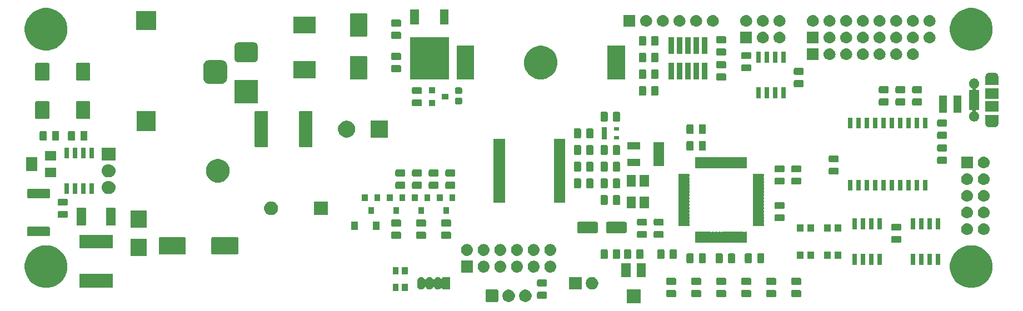
<source format=gbr>
G04 #@! TF.GenerationSoftware,KiCad,Pcbnew,(5.1.0-0)*
G04 #@! TF.CreationDate,2019-05-22T00:58:43-05:00*
G04 #@! TF.ProjectId,TubeClock,54756265-436c-46f6-936b-2e6b69636164,rev?*
G04 #@! TF.SameCoordinates,Original*
G04 #@! TF.FileFunction,Soldermask,Top*
G04 #@! TF.FilePolarity,Negative*
%FSLAX46Y46*%
G04 Gerber Fmt 4.6, Leading zero omitted, Abs format (unit mm)*
G04 Created by KiCad (PCBNEW (5.1.0-0)) date 2019-05-22 00:58:43*
%MOMM*%
%LPD*%
G04 APERTURE LIST*
%ADD10C,0.100000*%
G04 APERTURE END LIST*
D10*
G36*
X164779400Y-135131000D02*
G01*
X162677400Y-135131000D01*
X162677400Y-133029000D01*
X164779400Y-133029000D01*
X164779400Y-135131000D01*
X164779400Y-135131000D01*
G37*
G36*
X147495795Y-133070546D02*
G01*
X147668866Y-133142234D01*
X147717878Y-133174983D01*
X147824627Y-133246310D01*
X147957090Y-133378773D01*
X147990639Y-133428983D01*
X148061166Y-133534534D01*
X148132854Y-133707605D01*
X148169400Y-133891333D01*
X148169400Y-134078667D01*
X148132854Y-134262395D01*
X148061166Y-134435466D01*
X148009481Y-134512818D01*
X147957090Y-134591227D01*
X147824627Y-134723690D01*
X147776674Y-134755731D01*
X147668866Y-134827766D01*
X147495795Y-134899454D01*
X147312067Y-134936000D01*
X147124733Y-134936000D01*
X146941005Y-134899454D01*
X146767934Y-134827766D01*
X146660126Y-134755731D01*
X146612173Y-134723690D01*
X146479710Y-134591227D01*
X146427319Y-134512818D01*
X146375634Y-134435466D01*
X146303946Y-134262395D01*
X146267400Y-134078667D01*
X146267400Y-133891333D01*
X146303946Y-133707605D01*
X146375634Y-133534534D01*
X146446161Y-133428983D01*
X146479710Y-133378773D01*
X146612173Y-133246310D01*
X146718922Y-133174983D01*
X146767934Y-133142234D01*
X146941005Y-133070546D01*
X147124733Y-133034000D01*
X147312067Y-133034000D01*
X147495795Y-133070546D01*
X147495795Y-133070546D01*
G37*
G36*
X144955795Y-133070546D02*
G01*
X145128866Y-133142234D01*
X145177878Y-133174983D01*
X145284627Y-133246310D01*
X145417090Y-133378773D01*
X145450639Y-133428983D01*
X145521166Y-133534534D01*
X145592854Y-133707605D01*
X145629400Y-133891333D01*
X145629400Y-134078667D01*
X145592854Y-134262395D01*
X145521166Y-134435466D01*
X145469481Y-134512818D01*
X145417090Y-134591227D01*
X145284627Y-134723690D01*
X145236674Y-134755731D01*
X145128866Y-134827766D01*
X144955795Y-134899454D01*
X144772067Y-134936000D01*
X144584733Y-134936000D01*
X144401005Y-134899454D01*
X144227934Y-134827766D01*
X144120126Y-134755731D01*
X144072173Y-134723690D01*
X143939710Y-134591227D01*
X143887319Y-134512818D01*
X143835634Y-134435466D01*
X143763946Y-134262395D01*
X143727400Y-134078667D01*
X143727400Y-133891333D01*
X143763946Y-133707605D01*
X143835634Y-133534534D01*
X143906161Y-133428983D01*
X143939710Y-133378773D01*
X144072173Y-133246310D01*
X144178922Y-133174983D01*
X144227934Y-133142234D01*
X144401005Y-133070546D01*
X144584733Y-133034000D01*
X144772067Y-133034000D01*
X144955795Y-133070546D01*
X144955795Y-133070546D01*
G37*
G36*
X142949123Y-133037939D02*
G01*
X142981680Y-133047815D01*
X143011676Y-133063848D01*
X143037972Y-133085428D01*
X143059552Y-133111724D01*
X143075585Y-133141720D01*
X143085461Y-133174277D01*
X143089400Y-133214269D01*
X143089400Y-134755731D01*
X143085461Y-134795723D01*
X143075585Y-134828280D01*
X143059552Y-134858276D01*
X143037972Y-134884572D01*
X143011676Y-134906152D01*
X142981680Y-134922185D01*
X142949123Y-134932061D01*
X142909131Y-134936000D01*
X141367669Y-134936000D01*
X141327677Y-134932061D01*
X141295120Y-134922185D01*
X141265124Y-134906152D01*
X141238828Y-134884572D01*
X141217248Y-134858276D01*
X141201215Y-134828280D01*
X141191339Y-134795723D01*
X141187400Y-134755731D01*
X141187400Y-133214269D01*
X141191339Y-133174277D01*
X141201215Y-133141720D01*
X141217248Y-133111724D01*
X141238828Y-133085428D01*
X141265124Y-133063848D01*
X141295120Y-133047815D01*
X141327677Y-133037939D01*
X141367669Y-133034000D01*
X142909131Y-133034000D01*
X142949123Y-133037939D01*
X142949123Y-133037939D01*
G37*
G36*
X150342868Y-133372565D02*
G01*
X150381538Y-133384296D01*
X150417177Y-133403346D01*
X150448417Y-133428983D01*
X150474054Y-133460223D01*
X150493104Y-133495862D01*
X150504835Y-133534532D01*
X150509400Y-133580888D01*
X150509400Y-134232112D01*
X150504835Y-134278468D01*
X150493104Y-134317138D01*
X150474054Y-134352777D01*
X150448417Y-134384017D01*
X150417177Y-134409654D01*
X150381538Y-134428704D01*
X150342868Y-134440435D01*
X150296512Y-134445000D01*
X149220288Y-134445000D01*
X149173932Y-134440435D01*
X149135262Y-134428704D01*
X149099623Y-134409654D01*
X149068383Y-134384017D01*
X149042746Y-134352777D01*
X149023696Y-134317138D01*
X149011965Y-134278468D01*
X149007400Y-134232112D01*
X149007400Y-133580888D01*
X149011965Y-133534532D01*
X149023696Y-133495862D01*
X149042746Y-133460223D01*
X149068383Y-133428983D01*
X149099623Y-133403346D01*
X149135262Y-133384296D01*
X149173932Y-133372565D01*
X149220288Y-133368000D01*
X150296512Y-133368000D01*
X150342868Y-133372565D01*
X150342868Y-133372565D01*
G37*
G36*
X170027868Y-133118565D02*
G01*
X170066538Y-133130296D01*
X170102177Y-133149346D01*
X170133417Y-133174983D01*
X170159054Y-133206223D01*
X170178104Y-133241862D01*
X170189835Y-133280532D01*
X170194400Y-133326888D01*
X170194400Y-133978112D01*
X170189835Y-134024468D01*
X170178104Y-134063138D01*
X170159054Y-134098777D01*
X170133417Y-134130017D01*
X170102177Y-134155654D01*
X170066538Y-134174704D01*
X170027868Y-134186435D01*
X169981512Y-134191000D01*
X168905288Y-134191000D01*
X168858932Y-134186435D01*
X168820262Y-134174704D01*
X168784623Y-134155654D01*
X168753383Y-134130017D01*
X168727746Y-134098777D01*
X168708696Y-134063138D01*
X168696965Y-134024468D01*
X168692400Y-133978112D01*
X168692400Y-133326888D01*
X168696965Y-133280532D01*
X168708696Y-133241862D01*
X168727746Y-133206223D01*
X168753383Y-133174983D01*
X168784623Y-133149346D01*
X168820262Y-133130296D01*
X168858932Y-133118565D01*
X168905288Y-133114000D01*
X169981512Y-133114000D01*
X170027868Y-133118565D01*
X170027868Y-133118565D01*
G37*
G36*
X173837868Y-133118565D02*
G01*
X173876538Y-133130296D01*
X173912177Y-133149346D01*
X173943417Y-133174983D01*
X173969054Y-133206223D01*
X173988104Y-133241862D01*
X173999835Y-133280532D01*
X174004400Y-133326888D01*
X174004400Y-133978112D01*
X173999835Y-134024468D01*
X173988104Y-134063138D01*
X173969054Y-134098777D01*
X173943417Y-134130017D01*
X173912177Y-134155654D01*
X173876538Y-134174704D01*
X173837868Y-134186435D01*
X173791512Y-134191000D01*
X172715288Y-134191000D01*
X172668932Y-134186435D01*
X172630262Y-134174704D01*
X172594623Y-134155654D01*
X172563383Y-134130017D01*
X172537746Y-134098777D01*
X172518696Y-134063138D01*
X172506965Y-134024468D01*
X172502400Y-133978112D01*
X172502400Y-133326888D01*
X172506965Y-133280532D01*
X172518696Y-133241862D01*
X172537746Y-133206223D01*
X172563383Y-133174983D01*
X172594623Y-133149346D01*
X172630262Y-133130296D01*
X172668932Y-133118565D01*
X172715288Y-133114000D01*
X173791512Y-133114000D01*
X173837868Y-133118565D01*
X173837868Y-133118565D01*
G37*
G36*
X177647868Y-133118565D02*
G01*
X177686538Y-133130296D01*
X177722177Y-133149346D01*
X177753417Y-133174983D01*
X177779054Y-133206223D01*
X177798104Y-133241862D01*
X177809835Y-133280532D01*
X177814400Y-133326888D01*
X177814400Y-133978112D01*
X177809835Y-134024468D01*
X177798104Y-134063138D01*
X177779054Y-134098777D01*
X177753417Y-134130017D01*
X177722177Y-134155654D01*
X177686538Y-134174704D01*
X177647868Y-134186435D01*
X177601512Y-134191000D01*
X176525288Y-134191000D01*
X176478932Y-134186435D01*
X176440262Y-134174704D01*
X176404623Y-134155654D01*
X176373383Y-134130017D01*
X176347746Y-134098777D01*
X176328696Y-134063138D01*
X176316965Y-134024468D01*
X176312400Y-133978112D01*
X176312400Y-133326888D01*
X176316965Y-133280532D01*
X176328696Y-133241862D01*
X176347746Y-133206223D01*
X176373383Y-133174983D01*
X176404623Y-133149346D01*
X176440262Y-133130296D01*
X176478932Y-133118565D01*
X176525288Y-133114000D01*
X177601512Y-133114000D01*
X177647868Y-133118565D01*
X177647868Y-133118565D01*
G37*
G36*
X181457868Y-133118565D02*
G01*
X181496538Y-133130296D01*
X181532177Y-133149346D01*
X181563417Y-133174983D01*
X181589054Y-133206223D01*
X181608104Y-133241862D01*
X181619835Y-133280532D01*
X181624400Y-133326888D01*
X181624400Y-133978112D01*
X181619835Y-134024468D01*
X181608104Y-134063138D01*
X181589054Y-134098777D01*
X181563417Y-134130017D01*
X181532177Y-134155654D01*
X181496538Y-134174704D01*
X181457868Y-134186435D01*
X181411512Y-134191000D01*
X180335288Y-134191000D01*
X180288932Y-134186435D01*
X180250262Y-134174704D01*
X180214623Y-134155654D01*
X180183383Y-134130017D01*
X180157746Y-134098777D01*
X180138696Y-134063138D01*
X180126965Y-134024468D01*
X180122400Y-133978112D01*
X180122400Y-133326888D01*
X180126965Y-133280532D01*
X180138696Y-133241862D01*
X180157746Y-133206223D01*
X180183383Y-133174983D01*
X180214623Y-133149346D01*
X180250262Y-133130296D01*
X180288932Y-133118565D01*
X180335288Y-133114000D01*
X181411512Y-133114000D01*
X181457868Y-133118565D01*
X181457868Y-133118565D01*
G37*
G36*
X185267868Y-133118565D02*
G01*
X185306538Y-133130296D01*
X185342177Y-133149346D01*
X185373417Y-133174983D01*
X185399054Y-133206223D01*
X185418104Y-133241862D01*
X185429835Y-133280532D01*
X185434400Y-133326888D01*
X185434400Y-133978112D01*
X185429835Y-134024468D01*
X185418104Y-134063138D01*
X185399054Y-134098777D01*
X185373417Y-134130017D01*
X185342177Y-134155654D01*
X185306538Y-134174704D01*
X185267868Y-134186435D01*
X185221512Y-134191000D01*
X184145288Y-134191000D01*
X184098932Y-134186435D01*
X184060262Y-134174704D01*
X184024623Y-134155654D01*
X183993383Y-134130017D01*
X183967746Y-134098777D01*
X183948696Y-134063138D01*
X183936965Y-134024468D01*
X183932400Y-133978112D01*
X183932400Y-133326888D01*
X183936965Y-133280532D01*
X183948696Y-133241862D01*
X183967746Y-133206223D01*
X183993383Y-133174983D01*
X184024623Y-133149346D01*
X184060262Y-133130296D01*
X184098932Y-133118565D01*
X184145288Y-133114000D01*
X185221512Y-133114000D01*
X185267868Y-133118565D01*
X185267868Y-133118565D01*
G37*
G36*
X189077868Y-133118565D02*
G01*
X189116538Y-133130296D01*
X189152177Y-133149346D01*
X189183417Y-133174983D01*
X189209054Y-133206223D01*
X189228104Y-133241862D01*
X189239835Y-133280532D01*
X189244400Y-133326888D01*
X189244400Y-133978112D01*
X189239835Y-134024468D01*
X189228104Y-134063138D01*
X189209054Y-134098777D01*
X189183417Y-134130017D01*
X189152177Y-134155654D01*
X189116538Y-134174704D01*
X189077868Y-134186435D01*
X189031512Y-134191000D01*
X187955288Y-134191000D01*
X187908932Y-134186435D01*
X187870262Y-134174704D01*
X187834623Y-134155654D01*
X187803383Y-134130017D01*
X187777746Y-134098777D01*
X187758696Y-134063138D01*
X187746965Y-134024468D01*
X187742400Y-133978112D01*
X187742400Y-133326888D01*
X187746965Y-133280532D01*
X187758696Y-133241862D01*
X187777746Y-133206223D01*
X187803383Y-133174983D01*
X187834623Y-133149346D01*
X187870262Y-133130296D01*
X187908932Y-133118565D01*
X187955288Y-133114000D01*
X189031512Y-133114000D01*
X189077868Y-133118565D01*
X189077868Y-133118565D01*
G37*
G36*
X129319400Y-133246000D02*
G01*
X128417400Y-133246000D01*
X128417400Y-132144000D01*
X129319400Y-132144000D01*
X129319400Y-133246000D01*
X129319400Y-133246000D01*
G37*
G36*
X127919400Y-133246000D02*
G01*
X127017400Y-133246000D01*
X127017400Y-132144000D01*
X127919400Y-132144000D01*
X127919400Y-133246000D01*
X127919400Y-133246000D01*
G37*
G36*
X133998276Y-131137479D02*
G01*
X134071917Y-131159818D01*
X134108738Y-131170987D01*
X134210540Y-131225402D01*
X134299770Y-131298630D01*
X134345775Y-131354689D01*
X134363102Y-131372016D01*
X134383476Y-131385630D01*
X134406115Y-131395007D01*
X134430148Y-131399788D01*
X134454652Y-131399788D01*
X134478685Y-131395008D01*
X134501324Y-131385631D01*
X134521699Y-131372017D01*
X134539026Y-131354690D01*
X134552640Y-131334316D01*
X134562017Y-131311677D01*
X134566798Y-131287644D01*
X134567400Y-131275391D01*
X134567400Y-131129000D01*
X135739400Y-131129000D01*
X135739400Y-133031000D01*
X134567400Y-133031000D01*
X134567400Y-132884609D01*
X134564998Y-132860223D01*
X134557885Y-132836774D01*
X134546334Y-132815163D01*
X134530789Y-132796221D01*
X134511847Y-132780676D01*
X134490236Y-132769125D01*
X134466787Y-132762012D01*
X134442401Y-132759610D01*
X134418015Y-132762012D01*
X134394566Y-132769125D01*
X134372955Y-132780676D01*
X134345776Y-132805310D01*
X134299770Y-132861369D01*
X134210539Y-132934598D01*
X134108737Y-132989013D01*
X134071916Y-133000182D01*
X133998275Y-133022521D01*
X133883400Y-133033835D01*
X133768524Y-133022521D01*
X133694883Y-133000182D01*
X133658062Y-132989013D01*
X133556263Y-132934599D01*
X133556261Y-132934598D01*
X133467031Y-132861369D01*
X133440653Y-132829227D01*
X133393802Y-132772139D01*
X133358639Y-132706354D01*
X133345025Y-132685980D01*
X133327698Y-132668653D01*
X133307324Y-132655039D01*
X133284685Y-132645662D01*
X133260651Y-132640882D01*
X133236147Y-132640882D01*
X133212114Y-132645663D01*
X133189475Y-132655040D01*
X133169101Y-132668654D01*
X133151774Y-132685981D01*
X133138161Y-132706355D01*
X133103001Y-132772135D01*
X133102999Y-132772138D01*
X133102998Y-132772139D01*
X133029769Y-132861369D01*
X133001451Y-132884609D01*
X132940539Y-132934598D01*
X132838737Y-132989013D01*
X132801916Y-133000182D01*
X132728275Y-133022521D01*
X132613400Y-133033835D01*
X132498524Y-133022521D01*
X132424883Y-133000182D01*
X132388062Y-132989013D01*
X132286263Y-132934599D01*
X132286261Y-132934598D01*
X132197031Y-132861369D01*
X132170653Y-132829227D01*
X132123802Y-132772139D01*
X132088639Y-132706354D01*
X132075025Y-132685980D01*
X132057698Y-132668653D01*
X132037324Y-132655039D01*
X132014685Y-132645662D01*
X131990651Y-132640882D01*
X131966147Y-132640882D01*
X131942114Y-132645663D01*
X131919475Y-132655040D01*
X131899101Y-132668654D01*
X131881774Y-132685981D01*
X131868161Y-132706355D01*
X131833001Y-132772135D01*
X131832999Y-132772138D01*
X131832998Y-132772139D01*
X131759769Y-132861369D01*
X131731451Y-132884609D01*
X131670539Y-132934598D01*
X131568737Y-132989013D01*
X131531916Y-133000182D01*
X131458275Y-133022521D01*
X131343400Y-133033835D01*
X131228524Y-133022521D01*
X131154883Y-133000182D01*
X131118062Y-132989013D01*
X131016263Y-132934599D01*
X131016261Y-132934598D01*
X130927031Y-132861369D01*
X130900653Y-132829227D01*
X130853802Y-132772139D01*
X130799387Y-132670337D01*
X130788218Y-132633516D01*
X130765879Y-132559875D01*
X130757400Y-132473784D01*
X130757400Y-131686215D01*
X130765879Y-131600124D01*
X130799388Y-131489663D01*
X130820222Y-131450685D01*
X130853803Y-131387860D01*
X130927031Y-131298630D01*
X131016261Y-131225402D01*
X131118063Y-131170987D01*
X131154884Y-131159818D01*
X131228525Y-131137479D01*
X131343400Y-131126165D01*
X131458276Y-131137479D01*
X131531917Y-131159818D01*
X131568738Y-131170987D01*
X131670540Y-131225402D01*
X131759770Y-131298630D01*
X131832998Y-131387860D01*
X131868162Y-131453646D01*
X131881776Y-131474021D01*
X131899103Y-131491347D01*
X131919478Y-131504961D01*
X131942117Y-131514338D01*
X131966150Y-131519118D01*
X131990654Y-131519118D01*
X132014688Y-131514337D01*
X132037326Y-131504960D01*
X132057701Y-131491346D01*
X132075027Y-131474019D01*
X132088640Y-131453645D01*
X132123802Y-131387862D01*
X132197031Y-131298630D01*
X132286261Y-131225402D01*
X132388063Y-131170987D01*
X132424884Y-131159818D01*
X132498525Y-131137479D01*
X132613400Y-131126165D01*
X132728276Y-131137479D01*
X132801917Y-131159818D01*
X132838738Y-131170987D01*
X132940540Y-131225402D01*
X133029770Y-131298630D01*
X133102998Y-131387860D01*
X133138162Y-131453646D01*
X133151776Y-131474021D01*
X133169103Y-131491347D01*
X133189478Y-131504961D01*
X133212117Y-131514338D01*
X133236150Y-131519118D01*
X133260654Y-131519118D01*
X133284688Y-131514337D01*
X133307326Y-131504960D01*
X133327701Y-131491346D01*
X133345027Y-131474019D01*
X133358640Y-131453645D01*
X133393802Y-131387862D01*
X133467031Y-131298630D01*
X133556261Y-131225402D01*
X133658063Y-131170987D01*
X133694884Y-131159818D01*
X133768525Y-131137479D01*
X133883400Y-131126165D01*
X133998276Y-131137479D01*
X133998276Y-131137479D01*
G37*
G36*
X155789400Y-133031000D02*
G01*
X153887400Y-133031000D01*
X153887400Y-131129000D01*
X155789400Y-131129000D01*
X155789400Y-133031000D01*
X155789400Y-133031000D01*
G37*
G36*
X157655795Y-131165546D02*
G01*
X157828866Y-131237234D01*
X157862182Y-131259495D01*
X157984627Y-131341310D01*
X158117090Y-131473773D01*
X158147388Y-131519118D01*
X158221166Y-131629534D01*
X158292854Y-131802605D01*
X158329400Y-131986333D01*
X158329400Y-132173667D01*
X158292854Y-132357395D01*
X158221166Y-132530466D01*
X158201515Y-132559876D01*
X158117090Y-132686227D01*
X157984627Y-132818690D01*
X157920753Y-132861369D01*
X157828866Y-132922766D01*
X157655795Y-132994454D01*
X157472067Y-133031000D01*
X157284733Y-133031000D01*
X157101005Y-132994454D01*
X156927934Y-132922766D01*
X156836047Y-132861369D01*
X156772173Y-132818690D01*
X156639710Y-132686227D01*
X156555285Y-132559876D01*
X156535634Y-132530466D01*
X156463946Y-132357395D01*
X156427400Y-132173667D01*
X156427400Y-131986333D01*
X156463946Y-131802605D01*
X156535634Y-131629534D01*
X156609412Y-131519118D01*
X156639710Y-131473773D01*
X156772173Y-131341310D01*
X156894618Y-131259495D01*
X156927934Y-131237234D01*
X157101005Y-131165546D01*
X157284733Y-131129000D01*
X157472067Y-131129000D01*
X157655795Y-131165546D01*
X157655795Y-131165546D01*
G37*
G36*
X74827639Y-126351467D02*
G01*
X75141682Y-126413934D01*
X75733326Y-126659001D01*
X76094449Y-126900296D01*
X76265791Y-127014783D01*
X76718617Y-127467609D01*
X76766767Y-127539671D01*
X77074399Y-128000074D01*
X77319466Y-128591718D01*
X77319466Y-128591719D01*
X77444400Y-129219803D01*
X77444400Y-129860197D01*
X77408040Y-130042989D01*
X77319466Y-130488282D01*
X77074399Y-131079926D01*
X76824687Y-131453646D01*
X76726814Y-131600124D01*
X76718616Y-131612392D01*
X76265792Y-132065216D01*
X75733326Y-132420999D01*
X75141682Y-132666066D01*
X74939140Y-132706354D01*
X74513597Y-132791000D01*
X73873203Y-132791000D01*
X73447660Y-132706354D01*
X73245118Y-132666066D01*
X72653474Y-132420999D01*
X72121008Y-132065216D01*
X71668184Y-131612392D01*
X71659987Y-131600124D01*
X71562113Y-131453646D01*
X71312401Y-131079926D01*
X71067334Y-130488282D01*
X70978760Y-130042989D01*
X70942400Y-129860197D01*
X70942400Y-129219803D01*
X71067334Y-128591719D01*
X71067334Y-128591718D01*
X71312401Y-128000074D01*
X71620033Y-127539671D01*
X71668183Y-127467609D01*
X72121009Y-127014783D01*
X72292351Y-126900296D01*
X72653474Y-126659001D01*
X73245118Y-126413934D01*
X73559161Y-126351467D01*
X73873203Y-126289000D01*
X74513597Y-126289000D01*
X74827639Y-126351467D01*
X74827639Y-126351467D01*
G37*
G36*
X215797639Y-126351467D02*
G01*
X216111682Y-126413934D01*
X216703326Y-126659001D01*
X217064449Y-126900296D01*
X217235791Y-127014783D01*
X217688617Y-127467609D01*
X217736767Y-127539671D01*
X218044399Y-128000074D01*
X218289466Y-128591718D01*
X218289466Y-128591719D01*
X218414400Y-129219803D01*
X218414400Y-129860197D01*
X218378040Y-130042989D01*
X218289466Y-130488282D01*
X218044399Y-131079926D01*
X217794687Y-131453646D01*
X217696814Y-131600124D01*
X217688616Y-131612392D01*
X217235792Y-132065216D01*
X216703326Y-132420999D01*
X216111682Y-132666066D01*
X215909140Y-132706354D01*
X215483597Y-132791000D01*
X214843203Y-132791000D01*
X214417660Y-132706354D01*
X214215118Y-132666066D01*
X213623474Y-132420999D01*
X213091008Y-132065216D01*
X212638184Y-131612392D01*
X212629987Y-131600124D01*
X212532113Y-131453646D01*
X212282401Y-131079926D01*
X212037334Y-130488282D01*
X211948760Y-130042989D01*
X211912400Y-129860197D01*
X211912400Y-129219803D01*
X212037334Y-128591719D01*
X212037334Y-128591718D01*
X212282401Y-128000074D01*
X212590033Y-127539671D01*
X212638183Y-127467609D01*
X213091009Y-127014783D01*
X213262351Y-126900296D01*
X213623474Y-126659001D01*
X214215118Y-126413934D01*
X214529161Y-126351467D01*
X214843203Y-126289000D01*
X215483597Y-126289000D01*
X215797639Y-126351467D01*
X215797639Y-126351467D01*
G37*
G36*
X84364400Y-132781000D02*
G01*
X79262400Y-132781000D01*
X79262400Y-130679000D01*
X84364400Y-130679000D01*
X84364400Y-132781000D01*
X84364400Y-132781000D01*
G37*
G36*
X150342868Y-131497565D02*
G01*
X150381538Y-131509296D01*
X150417177Y-131528346D01*
X150448417Y-131553983D01*
X150474054Y-131585223D01*
X150493104Y-131620862D01*
X150504835Y-131659532D01*
X150509400Y-131705888D01*
X150509400Y-132357112D01*
X150504835Y-132403468D01*
X150493104Y-132442138D01*
X150474054Y-132477777D01*
X150448417Y-132509017D01*
X150417177Y-132534654D01*
X150381538Y-132553704D01*
X150342868Y-132565435D01*
X150296512Y-132570000D01*
X149220288Y-132570000D01*
X149173932Y-132565435D01*
X149135262Y-132553704D01*
X149099623Y-132534654D01*
X149068383Y-132509017D01*
X149042746Y-132477777D01*
X149023696Y-132442138D01*
X149011965Y-132403468D01*
X149007400Y-132357112D01*
X149007400Y-131705888D01*
X149011965Y-131659532D01*
X149023696Y-131620862D01*
X149042746Y-131585223D01*
X149068383Y-131553983D01*
X149099623Y-131528346D01*
X149135262Y-131509296D01*
X149173932Y-131497565D01*
X149220288Y-131493000D01*
X150296512Y-131493000D01*
X150342868Y-131497565D01*
X150342868Y-131497565D01*
G37*
G36*
X170027868Y-131243565D02*
G01*
X170066538Y-131255296D01*
X170102177Y-131274346D01*
X170133417Y-131299983D01*
X170159054Y-131331223D01*
X170178104Y-131366862D01*
X170189835Y-131405532D01*
X170194400Y-131451888D01*
X170194400Y-132103112D01*
X170189835Y-132149468D01*
X170178104Y-132188138D01*
X170159054Y-132223777D01*
X170133417Y-132255017D01*
X170102177Y-132280654D01*
X170066538Y-132299704D01*
X170027868Y-132311435D01*
X169981512Y-132316000D01*
X168905288Y-132316000D01*
X168858932Y-132311435D01*
X168820262Y-132299704D01*
X168784623Y-132280654D01*
X168753383Y-132255017D01*
X168727746Y-132223777D01*
X168708696Y-132188138D01*
X168696965Y-132149468D01*
X168692400Y-132103112D01*
X168692400Y-131451888D01*
X168696965Y-131405532D01*
X168708696Y-131366862D01*
X168727746Y-131331223D01*
X168753383Y-131299983D01*
X168784623Y-131274346D01*
X168820262Y-131255296D01*
X168858932Y-131243565D01*
X168905288Y-131239000D01*
X169981512Y-131239000D01*
X170027868Y-131243565D01*
X170027868Y-131243565D01*
G37*
G36*
X177647868Y-131243565D02*
G01*
X177686538Y-131255296D01*
X177722177Y-131274346D01*
X177753417Y-131299983D01*
X177779054Y-131331223D01*
X177798104Y-131366862D01*
X177809835Y-131405532D01*
X177814400Y-131451888D01*
X177814400Y-132103112D01*
X177809835Y-132149468D01*
X177798104Y-132188138D01*
X177779054Y-132223777D01*
X177753417Y-132255017D01*
X177722177Y-132280654D01*
X177686538Y-132299704D01*
X177647868Y-132311435D01*
X177601512Y-132316000D01*
X176525288Y-132316000D01*
X176478932Y-132311435D01*
X176440262Y-132299704D01*
X176404623Y-132280654D01*
X176373383Y-132255017D01*
X176347746Y-132223777D01*
X176328696Y-132188138D01*
X176316965Y-132149468D01*
X176312400Y-132103112D01*
X176312400Y-131451888D01*
X176316965Y-131405532D01*
X176328696Y-131366862D01*
X176347746Y-131331223D01*
X176373383Y-131299983D01*
X176404623Y-131274346D01*
X176440262Y-131255296D01*
X176478932Y-131243565D01*
X176525288Y-131239000D01*
X177601512Y-131239000D01*
X177647868Y-131243565D01*
X177647868Y-131243565D01*
G37*
G36*
X181457868Y-131243565D02*
G01*
X181496538Y-131255296D01*
X181532177Y-131274346D01*
X181563417Y-131299983D01*
X181589054Y-131331223D01*
X181608104Y-131366862D01*
X181619835Y-131405532D01*
X181624400Y-131451888D01*
X181624400Y-132103112D01*
X181619835Y-132149468D01*
X181608104Y-132188138D01*
X181589054Y-132223777D01*
X181563417Y-132255017D01*
X181532177Y-132280654D01*
X181496538Y-132299704D01*
X181457868Y-132311435D01*
X181411512Y-132316000D01*
X180335288Y-132316000D01*
X180288932Y-132311435D01*
X180250262Y-132299704D01*
X180214623Y-132280654D01*
X180183383Y-132255017D01*
X180157746Y-132223777D01*
X180138696Y-132188138D01*
X180126965Y-132149468D01*
X180122400Y-132103112D01*
X180122400Y-131451888D01*
X180126965Y-131405532D01*
X180138696Y-131366862D01*
X180157746Y-131331223D01*
X180183383Y-131299983D01*
X180214623Y-131274346D01*
X180250262Y-131255296D01*
X180288932Y-131243565D01*
X180335288Y-131239000D01*
X181411512Y-131239000D01*
X181457868Y-131243565D01*
X181457868Y-131243565D01*
G37*
G36*
X185267868Y-131243565D02*
G01*
X185306538Y-131255296D01*
X185342177Y-131274346D01*
X185373417Y-131299983D01*
X185399054Y-131331223D01*
X185418104Y-131366862D01*
X185429835Y-131405532D01*
X185434400Y-131451888D01*
X185434400Y-132103112D01*
X185429835Y-132149468D01*
X185418104Y-132188138D01*
X185399054Y-132223777D01*
X185373417Y-132255017D01*
X185342177Y-132280654D01*
X185306538Y-132299704D01*
X185267868Y-132311435D01*
X185221512Y-132316000D01*
X184145288Y-132316000D01*
X184098932Y-132311435D01*
X184060262Y-132299704D01*
X184024623Y-132280654D01*
X183993383Y-132255017D01*
X183967746Y-132223777D01*
X183948696Y-132188138D01*
X183936965Y-132149468D01*
X183932400Y-132103112D01*
X183932400Y-131451888D01*
X183936965Y-131405532D01*
X183948696Y-131366862D01*
X183967746Y-131331223D01*
X183993383Y-131299983D01*
X184024623Y-131274346D01*
X184060262Y-131255296D01*
X184098932Y-131243565D01*
X184145288Y-131239000D01*
X185221512Y-131239000D01*
X185267868Y-131243565D01*
X185267868Y-131243565D01*
G37*
G36*
X189077868Y-131243565D02*
G01*
X189116538Y-131255296D01*
X189152177Y-131274346D01*
X189183417Y-131299983D01*
X189209054Y-131331223D01*
X189228104Y-131366862D01*
X189239835Y-131405532D01*
X189244400Y-131451888D01*
X189244400Y-132103112D01*
X189239835Y-132149468D01*
X189228104Y-132188138D01*
X189209054Y-132223777D01*
X189183417Y-132255017D01*
X189152177Y-132280654D01*
X189116538Y-132299704D01*
X189077868Y-132311435D01*
X189031512Y-132316000D01*
X187955288Y-132316000D01*
X187908932Y-132311435D01*
X187870262Y-132299704D01*
X187834623Y-132280654D01*
X187803383Y-132255017D01*
X187777746Y-132223777D01*
X187758696Y-132188138D01*
X187746965Y-132149468D01*
X187742400Y-132103112D01*
X187742400Y-131451888D01*
X187746965Y-131405532D01*
X187758696Y-131366862D01*
X187777746Y-131331223D01*
X187803383Y-131299983D01*
X187834623Y-131274346D01*
X187870262Y-131255296D01*
X187908932Y-131243565D01*
X187955288Y-131239000D01*
X189031512Y-131239000D01*
X189077868Y-131243565D01*
X189077868Y-131243565D01*
G37*
G36*
X173837868Y-131243565D02*
G01*
X173876538Y-131255296D01*
X173912177Y-131274346D01*
X173943417Y-131299983D01*
X173969054Y-131331223D01*
X173988104Y-131366862D01*
X173999835Y-131405532D01*
X174004400Y-131451888D01*
X174004400Y-132103112D01*
X173999835Y-132149468D01*
X173988104Y-132188138D01*
X173969054Y-132223777D01*
X173943417Y-132255017D01*
X173912177Y-132280654D01*
X173876538Y-132299704D01*
X173837868Y-132311435D01*
X173791512Y-132316000D01*
X172715288Y-132316000D01*
X172668932Y-132311435D01*
X172630262Y-132299704D01*
X172594623Y-132280654D01*
X172563383Y-132255017D01*
X172537746Y-132223777D01*
X172518696Y-132188138D01*
X172506965Y-132149468D01*
X172502400Y-132103112D01*
X172502400Y-131451888D01*
X172506965Y-131405532D01*
X172518696Y-131366862D01*
X172537746Y-131331223D01*
X172563383Y-131299983D01*
X172594623Y-131274346D01*
X172630262Y-131255296D01*
X172668932Y-131243565D01*
X172715288Y-131239000D01*
X173791512Y-131239000D01*
X173837868Y-131243565D01*
X173837868Y-131243565D01*
G37*
G36*
X165579400Y-131131000D02*
G01*
X164177400Y-131131000D01*
X164177400Y-129029000D01*
X165579400Y-129029000D01*
X165579400Y-131131000D01*
X165579400Y-131131000D01*
G37*
G36*
X163279400Y-131131000D02*
G01*
X161877400Y-131131000D01*
X161877400Y-129029000D01*
X163279400Y-129029000D01*
X163279400Y-131131000D01*
X163279400Y-131131000D01*
G37*
G36*
X127919400Y-130746000D02*
G01*
X127017400Y-130746000D01*
X127017400Y-129644000D01*
X127919400Y-129644000D01*
X127919400Y-130746000D01*
X127919400Y-130746000D01*
G37*
G36*
X129319400Y-130746000D02*
G01*
X128417400Y-130746000D01*
X128417400Y-129644000D01*
X129319400Y-129644000D01*
X129319400Y-130746000D01*
X129319400Y-130746000D01*
G37*
G36*
X139229400Y-130441000D02*
G01*
X137427400Y-130441000D01*
X137427400Y-128639000D01*
X139229400Y-128639000D01*
X139229400Y-130441000D01*
X139229400Y-130441000D01*
G37*
G36*
X140978843Y-128645519D02*
G01*
X141045027Y-128652037D01*
X141214866Y-128703557D01*
X141371391Y-128787222D01*
X141396845Y-128808112D01*
X141508586Y-128899814D01*
X141579032Y-128985654D01*
X141621178Y-129037009D01*
X141704843Y-129193534D01*
X141756363Y-129363373D01*
X141773759Y-129540000D01*
X141756363Y-129716627D01*
X141704843Y-129886466D01*
X141621178Y-130042991D01*
X141591848Y-130078729D01*
X141508586Y-130180186D01*
X141407129Y-130263448D01*
X141371391Y-130292778D01*
X141214866Y-130376443D01*
X141045027Y-130427963D01*
X140978843Y-130434481D01*
X140912660Y-130441000D01*
X140824140Y-130441000D01*
X140757957Y-130434481D01*
X140691773Y-130427963D01*
X140521934Y-130376443D01*
X140365409Y-130292778D01*
X140329671Y-130263448D01*
X140228214Y-130180186D01*
X140144952Y-130078729D01*
X140115622Y-130042991D01*
X140031957Y-129886466D01*
X139980437Y-129716627D01*
X139963041Y-129540000D01*
X139980437Y-129363373D01*
X140031957Y-129193534D01*
X140115622Y-129037009D01*
X140157768Y-128985654D01*
X140228214Y-128899814D01*
X140339955Y-128808112D01*
X140365409Y-128787222D01*
X140521934Y-128703557D01*
X140691773Y-128652037D01*
X140757957Y-128645519D01*
X140824140Y-128639000D01*
X140912660Y-128639000D01*
X140978843Y-128645519D01*
X140978843Y-128645519D01*
G37*
G36*
X143518843Y-128645519D02*
G01*
X143585027Y-128652037D01*
X143754866Y-128703557D01*
X143911391Y-128787222D01*
X143936845Y-128808112D01*
X144048586Y-128899814D01*
X144119032Y-128985654D01*
X144161178Y-129037009D01*
X144244843Y-129193534D01*
X144296363Y-129363373D01*
X144313759Y-129540000D01*
X144296363Y-129716627D01*
X144244843Y-129886466D01*
X144161178Y-130042991D01*
X144131848Y-130078729D01*
X144048586Y-130180186D01*
X143947129Y-130263448D01*
X143911391Y-130292778D01*
X143754866Y-130376443D01*
X143585027Y-130427963D01*
X143518843Y-130434481D01*
X143452660Y-130441000D01*
X143364140Y-130441000D01*
X143297957Y-130434481D01*
X143231773Y-130427963D01*
X143061934Y-130376443D01*
X142905409Y-130292778D01*
X142869671Y-130263448D01*
X142768214Y-130180186D01*
X142684952Y-130078729D01*
X142655622Y-130042991D01*
X142571957Y-129886466D01*
X142520437Y-129716627D01*
X142503041Y-129540000D01*
X142520437Y-129363373D01*
X142571957Y-129193534D01*
X142655622Y-129037009D01*
X142697768Y-128985654D01*
X142768214Y-128899814D01*
X142879955Y-128808112D01*
X142905409Y-128787222D01*
X143061934Y-128703557D01*
X143231773Y-128652037D01*
X143297957Y-128645519D01*
X143364140Y-128639000D01*
X143452660Y-128639000D01*
X143518843Y-128645519D01*
X143518843Y-128645519D01*
G37*
G36*
X146058843Y-128645519D02*
G01*
X146125027Y-128652037D01*
X146294866Y-128703557D01*
X146451391Y-128787222D01*
X146476845Y-128808112D01*
X146588586Y-128899814D01*
X146659032Y-128985654D01*
X146701178Y-129037009D01*
X146784843Y-129193534D01*
X146836363Y-129363373D01*
X146853759Y-129540000D01*
X146836363Y-129716627D01*
X146784843Y-129886466D01*
X146701178Y-130042991D01*
X146671848Y-130078729D01*
X146588586Y-130180186D01*
X146487129Y-130263448D01*
X146451391Y-130292778D01*
X146294866Y-130376443D01*
X146125027Y-130427963D01*
X146058843Y-130434481D01*
X145992660Y-130441000D01*
X145904140Y-130441000D01*
X145837957Y-130434481D01*
X145771773Y-130427963D01*
X145601934Y-130376443D01*
X145445409Y-130292778D01*
X145409671Y-130263448D01*
X145308214Y-130180186D01*
X145224952Y-130078729D01*
X145195622Y-130042991D01*
X145111957Y-129886466D01*
X145060437Y-129716627D01*
X145043041Y-129540000D01*
X145060437Y-129363373D01*
X145111957Y-129193534D01*
X145195622Y-129037009D01*
X145237768Y-128985654D01*
X145308214Y-128899814D01*
X145419955Y-128808112D01*
X145445409Y-128787222D01*
X145601934Y-128703557D01*
X145771773Y-128652037D01*
X145837957Y-128645519D01*
X145904140Y-128639000D01*
X145992660Y-128639000D01*
X146058843Y-128645519D01*
X146058843Y-128645519D01*
G37*
G36*
X151138843Y-128645519D02*
G01*
X151205027Y-128652037D01*
X151374866Y-128703557D01*
X151531391Y-128787222D01*
X151556845Y-128808112D01*
X151668586Y-128899814D01*
X151739032Y-128985654D01*
X151781178Y-129037009D01*
X151864843Y-129193534D01*
X151916363Y-129363373D01*
X151933759Y-129540000D01*
X151916363Y-129716627D01*
X151864843Y-129886466D01*
X151781178Y-130042991D01*
X151751848Y-130078729D01*
X151668586Y-130180186D01*
X151567129Y-130263448D01*
X151531391Y-130292778D01*
X151374866Y-130376443D01*
X151205027Y-130427963D01*
X151138843Y-130434481D01*
X151072660Y-130441000D01*
X150984140Y-130441000D01*
X150917957Y-130434481D01*
X150851773Y-130427963D01*
X150681934Y-130376443D01*
X150525409Y-130292778D01*
X150489671Y-130263448D01*
X150388214Y-130180186D01*
X150304952Y-130078729D01*
X150275622Y-130042991D01*
X150191957Y-129886466D01*
X150140437Y-129716627D01*
X150123041Y-129540000D01*
X150140437Y-129363373D01*
X150191957Y-129193534D01*
X150275622Y-129037009D01*
X150317768Y-128985654D01*
X150388214Y-128899814D01*
X150499955Y-128808112D01*
X150525409Y-128787222D01*
X150681934Y-128703557D01*
X150851773Y-128652037D01*
X150917957Y-128645519D01*
X150984140Y-128639000D01*
X151072660Y-128639000D01*
X151138843Y-128645519D01*
X151138843Y-128645519D01*
G37*
G36*
X148598843Y-128645519D02*
G01*
X148665027Y-128652037D01*
X148834866Y-128703557D01*
X148991391Y-128787222D01*
X149016845Y-128808112D01*
X149128586Y-128899814D01*
X149199032Y-128985654D01*
X149241178Y-129037009D01*
X149324843Y-129193534D01*
X149376363Y-129363373D01*
X149393759Y-129540000D01*
X149376363Y-129716627D01*
X149324843Y-129886466D01*
X149241178Y-130042991D01*
X149211848Y-130078729D01*
X149128586Y-130180186D01*
X149027129Y-130263448D01*
X148991391Y-130292778D01*
X148834866Y-130376443D01*
X148665027Y-130427963D01*
X148598843Y-130434481D01*
X148532660Y-130441000D01*
X148444140Y-130441000D01*
X148377957Y-130434481D01*
X148311773Y-130427963D01*
X148141934Y-130376443D01*
X147985409Y-130292778D01*
X147949671Y-130263448D01*
X147848214Y-130180186D01*
X147764952Y-130078729D01*
X147735622Y-130042991D01*
X147651957Y-129886466D01*
X147600437Y-129716627D01*
X147583041Y-129540000D01*
X147600437Y-129363373D01*
X147651957Y-129193534D01*
X147735622Y-129037009D01*
X147777768Y-128985654D01*
X147848214Y-128899814D01*
X147959955Y-128808112D01*
X147985409Y-128787222D01*
X148141934Y-128703557D01*
X148311773Y-128652037D01*
X148377957Y-128645519D01*
X148444140Y-128639000D01*
X148532660Y-128639000D01*
X148598843Y-128645519D01*
X148598843Y-128645519D01*
G37*
G36*
X197734400Y-129256000D02*
G01*
X197032400Y-129256000D01*
X197032400Y-127604000D01*
X197734400Y-127604000D01*
X197734400Y-129256000D01*
X197734400Y-129256000D01*
G37*
G36*
X210434400Y-129256000D02*
G01*
X209732400Y-129256000D01*
X209732400Y-127604000D01*
X210434400Y-127604000D01*
X210434400Y-129256000D01*
X210434400Y-129256000D01*
G37*
G36*
X209164400Y-129256000D02*
G01*
X208462400Y-129256000D01*
X208462400Y-127604000D01*
X209164400Y-127604000D01*
X209164400Y-129256000D01*
X209164400Y-129256000D01*
G37*
G36*
X200274400Y-129256000D02*
G01*
X199572400Y-129256000D01*
X199572400Y-127604000D01*
X200274400Y-127604000D01*
X200274400Y-129256000D01*
X200274400Y-129256000D01*
G37*
G36*
X207894400Y-129256000D02*
G01*
X207192400Y-129256000D01*
X207192400Y-127604000D01*
X207894400Y-127604000D01*
X207894400Y-129256000D01*
X207894400Y-129256000D01*
G37*
G36*
X206624400Y-129256000D02*
G01*
X205922400Y-129256000D01*
X205922400Y-127604000D01*
X206624400Y-127604000D01*
X206624400Y-129256000D01*
X206624400Y-129256000D01*
G37*
G36*
X201544400Y-129256000D02*
G01*
X200842400Y-129256000D01*
X200842400Y-127604000D01*
X201544400Y-127604000D01*
X201544400Y-129256000D01*
X201544400Y-129256000D01*
G37*
G36*
X199004400Y-129256000D02*
G01*
X198302400Y-129256000D01*
X198302400Y-127604000D01*
X199004400Y-127604000D01*
X199004400Y-129256000D01*
X199004400Y-129256000D01*
G37*
G36*
X172687868Y-127523565D02*
G01*
X172726538Y-127535296D01*
X172762177Y-127554346D01*
X172793417Y-127579983D01*
X172819054Y-127611223D01*
X172838104Y-127646862D01*
X172849835Y-127685532D01*
X172854400Y-127731888D01*
X172854400Y-128808112D01*
X172849835Y-128854468D01*
X172838104Y-128893138D01*
X172819054Y-128928777D01*
X172793417Y-128960017D01*
X172762177Y-128985654D01*
X172726538Y-129004704D01*
X172687868Y-129016435D01*
X172641512Y-129021000D01*
X171990288Y-129021000D01*
X171943932Y-129016435D01*
X171905262Y-129004704D01*
X171869623Y-128985654D01*
X171838383Y-128960017D01*
X171812746Y-128928777D01*
X171793696Y-128893138D01*
X171781965Y-128854468D01*
X171777400Y-128808112D01*
X171777400Y-127731888D01*
X171781965Y-127685532D01*
X171793696Y-127646862D01*
X171812746Y-127611223D01*
X171838383Y-127579983D01*
X171869623Y-127554346D01*
X171905262Y-127535296D01*
X171943932Y-127523565D01*
X171990288Y-127519000D01*
X172641512Y-127519000D01*
X172687868Y-127523565D01*
X172687868Y-127523565D01*
G37*
G36*
X174562868Y-127523565D02*
G01*
X174601538Y-127535296D01*
X174637177Y-127554346D01*
X174668417Y-127579983D01*
X174694054Y-127611223D01*
X174713104Y-127646862D01*
X174724835Y-127685532D01*
X174729400Y-127731888D01*
X174729400Y-128808112D01*
X174724835Y-128854468D01*
X174713104Y-128893138D01*
X174694054Y-128928777D01*
X174668417Y-128960017D01*
X174637177Y-128985654D01*
X174601538Y-129004704D01*
X174562868Y-129016435D01*
X174516512Y-129021000D01*
X173865288Y-129021000D01*
X173818932Y-129016435D01*
X173780262Y-129004704D01*
X173744623Y-128985654D01*
X173713383Y-128960017D01*
X173687746Y-128928777D01*
X173668696Y-128893138D01*
X173656965Y-128854468D01*
X173652400Y-128808112D01*
X173652400Y-127731888D01*
X173656965Y-127685532D01*
X173668696Y-127646862D01*
X173687746Y-127611223D01*
X173713383Y-127579983D01*
X173744623Y-127554346D01*
X173780262Y-127535296D01*
X173818932Y-127523565D01*
X173865288Y-127519000D01*
X174516512Y-127519000D01*
X174562868Y-127523565D01*
X174562868Y-127523565D01*
G37*
G36*
X181577868Y-127523565D02*
G01*
X181616538Y-127535296D01*
X181652177Y-127554346D01*
X181683417Y-127579983D01*
X181709054Y-127611223D01*
X181728104Y-127646862D01*
X181739835Y-127685532D01*
X181744400Y-127731888D01*
X181744400Y-128808112D01*
X181739835Y-128854468D01*
X181728104Y-128893138D01*
X181709054Y-128928777D01*
X181683417Y-128960017D01*
X181652177Y-128985654D01*
X181616538Y-129004704D01*
X181577868Y-129016435D01*
X181531512Y-129021000D01*
X180880288Y-129021000D01*
X180833932Y-129016435D01*
X180795262Y-129004704D01*
X180759623Y-128985654D01*
X180728383Y-128960017D01*
X180702746Y-128928777D01*
X180683696Y-128893138D01*
X180671965Y-128854468D01*
X180667400Y-128808112D01*
X180667400Y-127731888D01*
X180671965Y-127685532D01*
X180683696Y-127646862D01*
X180702746Y-127611223D01*
X180728383Y-127579983D01*
X180759623Y-127554346D01*
X180795262Y-127535296D01*
X180833932Y-127523565D01*
X180880288Y-127519000D01*
X181531512Y-127519000D01*
X181577868Y-127523565D01*
X181577868Y-127523565D01*
G37*
G36*
X179007868Y-127523565D02*
G01*
X179046538Y-127535296D01*
X179082177Y-127554346D01*
X179113417Y-127579983D01*
X179139054Y-127611223D01*
X179158104Y-127646862D01*
X179169835Y-127685532D01*
X179174400Y-127731888D01*
X179174400Y-128808112D01*
X179169835Y-128854468D01*
X179158104Y-128893138D01*
X179139054Y-128928777D01*
X179113417Y-128960017D01*
X179082177Y-128985654D01*
X179046538Y-129004704D01*
X179007868Y-129016435D01*
X178961512Y-129021000D01*
X178310288Y-129021000D01*
X178263932Y-129016435D01*
X178225262Y-129004704D01*
X178189623Y-128985654D01*
X178158383Y-128960017D01*
X178132746Y-128928777D01*
X178113696Y-128893138D01*
X178101965Y-128854468D01*
X178097400Y-128808112D01*
X178097400Y-127731888D01*
X178101965Y-127685532D01*
X178113696Y-127646862D01*
X178132746Y-127611223D01*
X178158383Y-127579983D01*
X178189623Y-127554346D01*
X178225262Y-127535296D01*
X178263932Y-127523565D01*
X178310288Y-127519000D01*
X178961512Y-127519000D01*
X179007868Y-127523565D01*
X179007868Y-127523565D01*
G37*
G36*
X183452868Y-127523565D02*
G01*
X183491538Y-127535296D01*
X183527177Y-127554346D01*
X183558417Y-127579983D01*
X183584054Y-127611223D01*
X183603104Y-127646862D01*
X183614835Y-127685532D01*
X183619400Y-127731888D01*
X183619400Y-128808112D01*
X183614835Y-128854468D01*
X183603104Y-128893138D01*
X183584054Y-128928777D01*
X183558417Y-128960017D01*
X183527177Y-128985654D01*
X183491538Y-129004704D01*
X183452868Y-129016435D01*
X183406512Y-129021000D01*
X182755288Y-129021000D01*
X182708932Y-129016435D01*
X182670262Y-129004704D01*
X182634623Y-128985654D01*
X182603383Y-128960017D01*
X182577746Y-128928777D01*
X182558696Y-128893138D01*
X182546965Y-128854468D01*
X182542400Y-128808112D01*
X182542400Y-127731888D01*
X182546965Y-127685532D01*
X182558696Y-127646862D01*
X182577746Y-127611223D01*
X182603383Y-127579983D01*
X182634623Y-127554346D01*
X182670262Y-127535296D01*
X182708932Y-127523565D01*
X182755288Y-127519000D01*
X183406512Y-127519000D01*
X183452868Y-127523565D01*
X183452868Y-127523565D01*
G37*
G36*
X177132868Y-127523565D02*
G01*
X177171538Y-127535296D01*
X177207177Y-127554346D01*
X177238417Y-127579983D01*
X177264054Y-127611223D01*
X177283104Y-127646862D01*
X177294835Y-127685532D01*
X177299400Y-127731888D01*
X177299400Y-128808112D01*
X177294835Y-128854468D01*
X177283104Y-128893138D01*
X177264054Y-128928777D01*
X177238417Y-128960017D01*
X177207177Y-128985654D01*
X177171538Y-129004704D01*
X177132868Y-129016435D01*
X177086512Y-129021000D01*
X176435288Y-129021000D01*
X176388932Y-129016435D01*
X176350262Y-129004704D01*
X176314623Y-128985654D01*
X176283383Y-128960017D01*
X176257746Y-128928777D01*
X176238696Y-128893138D01*
X176226965Y-128854468D01*
X176222400Y-128808112D01*
X176222400Y-127731888D01*
X176226965Y-127685532D01*
X176238696Y-127646862D01*
X176257746Y-127611223D01*
X176283383Y-127579983D01*
X176314623Y-127554346D01*
X176350262Y-127535296D01*
X176388932Y-127523565D01*
X176435288Y-127519000D01*
X177086512Y-127519000D01*
X177132868Y-127523565D01*
X177132868Y-127523565D01*
G37*
G36*
X165037868Y-126888565D02*
G01*
X165076538Y-126900296D01*
X165112177Y-126919346D01*
X165143417Y-126944983D01*
X165169054Y-126976223D01*
X165188104Y-127011862D01*
X165199835Y-127050532D01*
X165204400Y-127096888D01*
X165204400Y-128173112D01*
X165199835Y-128219468D01*
X165188104Y-128258138D01*
X165169054Y-128293777D01*
X165143417Y-128325017D01*
X165112177Y-128350654D01*
X165076538Y-128369704D01*
X165037868Y-128381435D01*
X164991512Y-128386000D01*
X164340288Y-128386000D01*
X164293932Y-128381435D01*
X164255262Y-128369704D01*
X164219623Y-128350654D01*
X164188383Y-128325017D01*
X164162746Y-128293777D01*
X164143696Y-128258138D01*
X164131965Y-128219468D01*
X164127400Y-128173112D01*
X164127400Y-127096888D01*
X164131965Y-127050532D01*
X164143696Y-127011862D01*
X164162746Y-126976223D01*
X164188383Y-126944983D01*
X164219623Y-126919346D01*
X164255262Y-126900296D01*
X164293932Y-126888565D01*
X164340288Y-126884000D01*
X164991512Y-126884000D01*
X165037868Y-126888565D01*
X165037868Y-126888565D01*
G37*
G36*
X159606868Y-126888565D02*
G01*
X159645538Y-126900296D01*
X159681177Y-126919346D01*
X159712417Y-126944983D01*
X159738054Y-126976223D01*
X159757104Y-127011862D01*
X159768835Y-127050532D01*
X159773400Y-127096888D01*
X159773400Y-128173112D01*
X159768835Y-128219468D01*
X159757104Y-128258138D01*
X159738054Y-128293777D01*
X159712417Y-128325017D01*
X159681177Y-128350654D01*
X159645538Y-128369704D01*
X159606868Y-128381435D01*
X159560512Y-128386000D01*
X158909288Y-128386000D01*
X158862932Y-128381435D01*
X158824262Y-128369704D01*
X158788623Y-128350654D01*
X158757383Y-128325017D01*
X158731746Y-128293777D01*
X158712696Y-128258138D01*
X158700965Y-128219468D01*
X158696400Y-128173112D01*
X158696400Y-127096888D01*
X158700965Y-127050532D01*
X158712696Y-127011862D01*
X158731746Y-126976223D01*
X158757383Y-126944983D01*
X158788623Y-126919346D01*
X158824262Y-126900296D01*
X158862932Y-126888565D01*
X158909288Y-126884000D01*
X159560512Y-126884000D01*
X159606868Y-126888565D01*
X159606868Y-126888565D01*
G37*
G36*
X161481868Y-126888565D02*
G01*
X161520538Y-126900296D01*
X161556177Y-126919346D01*
X161587417Y-126944983D01*
X161613054Y-126976223D01*
X161632104Y-127011862D01*
X161643835Y-127050532D01*
X161648400Y-127096888D01*
X161648400Y-128173112D01*
X161643835Y-128219468D01*
X161632104Y-128258138D01*
X161613054Y-128293777D01*
X161587417Y-128325017D01*
X161556177Y-128350654D01*
X161520538Y-128369704D01*
X161481868Y-128381435D01*
X161435512Y-128386000D01*
X160784288Y-128386000D01*
X160737932Y-128381435D01*
X160699262Y-128369704D01*
X160663623Y-128350654D01*
X160632383Y-128325017D01*
X160606746Y-128293777D01*
X160587696Y-128258138D01*
X160575965Y-128219468D01*
X160571400Y-128173112D01*
X160571400Y-127096888D01*
X160575965Y-127050532D01*
X160587696Y-127011862D01*
X160606746Y-126976223D01*
X160632383Y-126944983D01*
X160663623Y-126919346D01*
X160699262Y-126900296D01*
X160737932Y-126888565D01*
X160784288Y-126884000D01*
X161435512Y-126884000D01*
X161481868Y-126888565D01*
X161481868Y-126888565D01*
G37*
G36*
X168242868Y-126888565D02*
G01*
X168281538Y-126900296D01*
X168317177Y-126919346D01*
X168348417Y-126944983D01*
X168374054Y-126976223D01*
X168393104Y-127011862D01*
X168404835Y-127050532D01*
X168409400Y-127096888D01*
X168409400Y-128173112D01*
X168404835Y-128219468D01*
X168393104Y-128258138D01*
X168374054Y-128293777D01*
X168348417Y-128325017D01*
X168317177Y-128350654D01*
X168281538Y-128369704D01*
X168242868Y-128381435D01*
X168196512Y-128386000D01*
X167545288Y-128386000D01*
X167498932Y-128381435D01*
X167460262Y-128369704D01*
X167424623Y-128350654D01*
X167393383Y-128325017D01*
X167367746Y-128293777D01*
X167348696Y-128258138D01*
X167336965Y-128219468D01*
X167332400Y-128173112D01*
X167332400Y-127096888D01*
X167336965Y-127050532D01*
X167348696Y-127011862D01*
X167367746Y-126976223D01*
X167393383Y-126944983D01*
X167424623Y-126919346D01*
X167460262Y-126900296D01*
X167498932Y-126888565D01*
X167545288Y-126884000D01*
X168196512Y-126884000D01*
X168242868Y-126888565D01*
X168242868Y-126888565D01*
G37*
G36*
X163162868Y-126888565D02*
G01*
X163201538Y-126900296D01*
X163237177Y-126919346D01*
X163268417Y-126944983D01*
X163294054Y-126976223D01*
X163313104Y-127011862D01*
X163324835Y-127050532D01*
X163329400Y-127096888D01*
X163329400Y-128173112D01*
X163324835Y-128219468D01*
X163313104Y-128258138D01*
X163294054Y-128293777D01*
X163268417Y-128325017D01*
X163237177Y-128350654D01*
X163201538Y-128369704D01*
X163162868Y-128381435D01*
X163116512Y-128386000D01*
X162465288Y-128386000D01*
X162418932Y-128381435D01*
X162380262Y-128369704D01*
X162344623Y-128350654D01*
X162313383Y-128325017D01*
X162287746Y-128293777D01*
X162268696Y-128258138D01*
X162256965Y-128219468D01*
X162252400Y-128173112D01*
X162252400Y-127096888D01*
X162256965Y-127050532D01*
X162268696Y-127011862D01*
X162287746Y-126976223D01*
X162313383Y-126944983D01*
X162344623Y-126919346D01*
X162380262Y-126900296D01*
X162418932Y-126888565D01*
X162465288Y-126884000D01*
X163116512Y-126884000D01*
X163162868Y-126888565D01*
X163162868Y-126888565D01*
G37*
G36*
X170117868Y-126888565D02*
G01*
X170156538Y-126900296D01*
X170192177Y-126919346D01*
X170223417Y-126944983D01*
X170249054Y-126976223D01*
X170268104Y-127011862D01*
X170279835Y-127050532D01*
X170284400Y-127096888D01*
X170284400Y-128173112D01*
X170279835Y-128219468D01*
X170268104Y-128258138D01*
X170249054Y-128293777D01*
X170223417Y-128325017D01*
X170192177Y-128350654D01*
X170156538Y-128369704D01*
X170117868Y-128381435D01*
X170071512Y-128386000D01*
X169420288Y-128386000D01*
X169373932Y-128381435D01*
X169335262Y-128369704D01*
X169299623Y-128350654D01*
X169268383Y-128325017D01*
X169242746Y-128293777D01*
X169223696Y-128258138D01*
X169211965Y-128219468D01*
X169207400Y-128173112D01*
X169207400Y-127096888D01*
X169211965Y-127050532D01*
X169223696Y-127011862D01*
X169242746Y-126976223D01*
X169268383Y-126944983D01*
X169299623Y-126919346D01*
X169335262Y-126900296D01*
X169373932Y-126888565D01*
X169420288Y-126884000D01*
X170071512Y-126884000D01*
X170117868Y-126888565D01*
X170117868Y-126888565D01*
G37*
G36*
X195382400Y-128331000D02*
G01*
X194380400Y-128331000D01*
X194380400Y-127229000D01*
X195382400Y-127229000D01*
X195382400Y-128331000D01*
X195382400Y-128331000D01*
G37*
G36*
X189591400Y-128331000D02*
G01*
X188589400Y-128331000D01*
X188589400Y-127229000D01*
X189591400Y-127229000D01*
X189591400Y-128331000D01*
X189591400Y-128331000D01*
G37*
G36*
X191191400Y-128331000D02*
G01*
X190189400Y-128331000D01*
X190189400Y-127229000D01*
X191191400Y-127229000D01*
X191191400Y-128331000D01*
X191191400Y-128331000D01*
G37*
G36*
X193782400Y-128331000D02*
G01*
X192780400Y-128331000D01*
X192780400Y-127229000D01*
X193782400Y-127229000D01*
X193782400Y-128331000D01*
X193782400Y-128331000D01*
G37*
G36*
X89491400Y-127911000D02*
G01*
X87089400Y-127911000D01*
X87089400Y-125309000D01*
X89491400Y-125309000D01*
X89491400Y-127911000D01*
X89491400Y-127911000D01*
G37*
G36*
X146058843Y-126105519D02*
G01*
X146125027Y-126112037D01*
X146294866Y-126163557D01*
X146451391Y-126247222D01*
X146487129Y-126276552D01*
X146588586Y-126359814D01*
X146633000Y-126413934D01*
X146701178Y-126497009D01*
X146784843Y-126653534D01*
X146836363Y-126823373D01*
X146853759Y-127000000D01*
X146836363Y-127176627D01*
X146784843Y-127346466D01*
X146701178Y-127502991D01*
X146671848Y-127538729D01*
X146588586Y-127640186D01*
X146501820Y-127711392D01*
X146451391Y-127752778D01*
X146294866Y-127836443D01*
X146125027Y-127887963D01*
X146058842Y-127894482D01*
X145992660Y-127901000D01*
X145904140Y-127901000D01*
X145837958Y-127894482D01*
X145771773Y-127887963D01*
X145601934Y-127836443D01*
X145445409Y-127752778D01*
X145394980Y-127711392D01*
X145308214Y-127640186D01*
X145224952Y-127538729D01*
X145195622Y-127502991D01*
X145111957Y-127346466D01*
X145060437Y-127176627D01*
X145043041Y-127000000D01*
X145060437Y-126823373D01*
X145111957Y-126653534D01*
X145195622Y-126497009D01*
X145263800Y-126413934D01*
X145308214Y-126359814D01*
X145409671Y-126276552D01*
X145445409Y-126247222D01*
X145601934Y-126163557D01*
X145771773Y-126112037D01*
X145837957Y-126105519D01*
X145904140Y-126099000D01*
X145992660Y-126099000D01*
X146058843Y-126105519D01*
X146058843Y-126105519D01*
G37*
G36*
X138438843Y-126105519D02*
G01*
X138505027Y-126112037D01*
X138674866Y-126163557D01*
X138831391Y-126247222D01*
X138867129Y-126276552D01*
X138968586Y-126359814D01*
X139013000Y-126413934D01*
X139081178Y-126497009D01*
X139164843Y-126653534D01*
X139216363Y-126823373D01*
X139233759Y-127000000D01*
X139216363Y-127176627D01*
X139164843Y-127346466D01*
X139081178Y-127502991D01*
X139051848Y-127538729D01*
X138968586Y-127640186D01*
X138881820Y-127711392D01*
X138831391Y-127752778D01*
X138674866Y-127836443D01*
X138505027Y-127887963D01*
X138438842Y-127894482D01*
X138372660Y-127901000D01*
X138284140Y-127901000D01*
X138217958Y-127894482D01*
X138151773Y-127887963D01*
X137981934Y-127836443D01*
X137825409Y-127752778D01*
X137774980Y-127711392D01*
X137688214Y-127640186D01*
X137604952Y-127538729D01*
X137575622Y-127502991D01*
X137491957Y-127346466D01*
X137440437Y-127176627D01*
X137423041Y-127000000D01*
X137440437Y-126823373D01*
X137491957Y-126653534D01*
X137575622Y-126497009D01*
X137643800Y-126413934D01*
X137688214Y-126359814D01*
X137789671Y-126276552D01*
X137825409Y-126247222D01*
X137981934Y-126163557D01*
X138151773Y-126112037D01*
X138217957Y-126105519D01*
X138284140Y-126099000D01*
X138372660Y-126099000D01*
X138438843Y-126105519D01*
X138438843Y-126105519D01*
G37*
G36*
X140978843Y-126105519D02*
G01*
X141045027Y-126112037D01*
X141214866Y-126163557D01*
X141371391Y-126247222D01*
X141407129Y-126276552D01*
X141508586Y-126359814D01*
X141553000Y-126413934D01*
X141621178Y-126497009D01*
X141704843Y-126653534D01*
X141756363Y-126823373D01*
X141773759Y-127000000D01*
X141756363Y-127176627D01*
X141704843Y-127346466D01*
X141621178Y-127502991D01*
X141591848Y-127538729D01*
X141508586Y-127640186D01*
X141421820Y-127711392D01*
X141371391Y-127752778D01*
X141214866Y-127836443D01*
X141045027Y-127887963D01*
X140978842Y-127894482D01*
X140912660Y-127901000D01*
X140824140Y-127901000D01*
X140757958Y-127894482D01*
X140691773Y-127887963D01*
X140521934Y-127836443D01*
X140365409Y-127752778D01*
X140314980Y-127711392D01*
X140228214Y-127640186D01*
X140144952Y-127538729D01*
X140115622Y-127502991D01*
X140031957Y-127346466D01*
X139980437Y-127176627D01*
X139963041Y-127000000D01*
X139980437Y-126823373D01*
X140031957Y-126653534D01*
X140115622Y-126497009D01*
X140183800Y-126413934D01*
X140228214Y-126359814D01*
X140329671Y-126276552D01*
X140365409Y-126247222D01*
X140521934Y-126163557D01*
X140691773Y-126112037D01*
X140757957Y-126105519D01*
X140824140Y-126099000D01*
X140912660Y-126099000D01*
X140978843Y-126105519D01*
X140978843Y-126105519D01*
G37*
G36*
X143518843Y-126105519D02*
G01*
X143585027Y-126112037D01*
X143754866Y-126163557D01*
X143911391Y-126247222D01*
X143947129Y-126276552D01*
X144048586Y-126359814D01*
X144093000Y-126413934D01*
X144161178Y-126497009D01*
X144244843Y-126653534D01*
X144296363Y-126823373D01*
X144313759Y-127000000D01*
X144296363Y-127176627D01*
X144244843Y-127346466D01*
X144161178Y-127502991D01*
X144131848Y-127538729D01*
X144048586Y-127640186D01*
X143961820Y-127711392D01*
X143911391Y-127752778D01*
X143754866Y-127836443D01*
X143585027Y-127887963D01*
X143518842Y-127894482D01*
X143452660Y-127901000D01*
X143364140Y-127901000D01*
X143297958Y-127894482D01*
X143231773Y-127887963D01*
X143061934Y-127836443D01*
X142905409Y-127752778D01*
X142854980Y-127711392D01*
X142768214Y-127640186D01*
X142684952Y-127538729D01*
X142655622Y-127502991D01*
X142571957Y-127346466D01*
X142520437Y-127176627D01*
X142503041Y-127000000D01*
X142520437Y-126823373D01*
X142571957Y-126653534D01*
X142655622Y-126497009D01*
X142723800Y-126413934D01*
X142768214Y-126359814D01*
X142869671Y-126276552D01*
X142905409Y-126247222D01*
X143061934Y-126163557D01*
X143231773Y-126112037D01*
X143297957Y-126105519D01*
X143364140Y-126099000D01*
X143452660Y-126099000D01*
X143518843Y-126105519D01*
X143518843Y-126105519D01*
G37*
G36*
X148598843Y-126105519D02*
G01*
X148665027Y-126112037D01*
X148834866Y-126163557D01*
X148991391Y-126247222D01*
X149027129Y-126276552D01*
X149128586Y-126359814D01*
X149173000Y-126413934D01*
X149241178Y-126497009D01*
X149324843Y-126653534D01*
X149376363Y-126823373D01*
X149393759Y-127000000D01*
X149376363Y-127176627D01*
X149324843Y-127346466D01*
X149241178Y-127502991D01*
X149211848Y-127538729D01*
X149128586Y-127640186D01*
X149041820Y-127711392D01*
X148991391Y-127752778D01*
X148834866Y-127836443D01*
X148665027Y-127887963D01*
X148598842Y-127894482D01*
X148532660Y-127901000D01*
X148444140Y-127901000D01*
X148377958Y-127894482D01*
X148311773Y-127887963D01*
X148141934Y-127836443D01*
X147985409Y-127752778D01*
X147934980Y-127711392D01*
X147848214Y-127640186D01*
X147764952Y-127538729D01*
X147735622Y-127502991D01*
X147651957Y-127346466D01*
X147600437Y-127176627D01*
X147583041Y-127000000D01*
X147600437Y-126823373D01*
X147651957Y-126653534D01*
X147735622Y-126497009D01*
X147803800Y-126413934D01*
X147848214Y-126359814D01*
X147949671Y-126276552D01*
X147985409Y-126247222D01*
X148141934Y-126163557D01*
X148311773Y-126112037D01*
X148377957Y-126105519D01*
X148444140Y-126099000D01*
X148532660Y-126099000D01*
X148598843Y-126105519D01*
X148598843Y-126105519D01*
G37*
G36*
X151138843Y-126105519D02*
G01*
X151205027Y-126112037D01*
X151374866Y-126163557D01*
X151531391Y-126247222D01*
X151567129Y-126276552D01*
X151668586Y-126359814D01*
X151713000Y-126413934D01*
X151781178Y-126497009D01*
X151864843Y-126653534D01*
X151916363Y-126823373D01*
X151933759Y-127000000D01*
X151916363Y-127176627D01*
X151864843Y-127346466D01*
X151781178Y-127502991D01*
X151751848Y-127538729D01*
X151668586Y-127640186D01*
X151581820Y-127711392D01*
X151531391Y-127752778D01*
X151374866Y-127836443D01*
X151205027Y-127887963D01*
X151138842Y-127894482D01*
X151072660Y-127901000D01*
X150984140Y-127901000D01*
X150917958Y-127894482D01*
X150851773Y-127887963D01*
X150681934Y-127836443D01*
X150525409Y-127752778D01*
X150474980Y-127711392D01*
X150388214Y-127640186D01*
X150304952Y-127538729D01*
X150275622Y-127502991D01*
X150191957Y-127346466D01*
X150140437Y-127176627D01*
X150123041Y-127000000D01*
X150140437Y-126823373D01*
X150191957Y-126653534D01*
X150275622Y-126497009D01*
X150343800Y-126413934D01*
X150388214Y-126359814D01*
X150489671Y-126276552D01*
X150525409Y-126247222D01*
X150681934Y-126163557D01*
X150851773Y-126112037D01*
X150917957Y-126105519D01*
X150984140Y-126099000D01*
X151072660Y-126099000D01*
X151138843Y-126105519D01*
X151138843Y-126105519D01*
G37*
G36*
X95356334Y-125067671D02*
G01*
X95386277Y-125076754D01*
X95413865Y-125091500D01*
X95438051Y-125111349D01*
X95457900Y-125135535D01*
X95472646Y-125163123D01*
X95481729Y-125193066D01*
X95485400Y-125230340D01*
X95485400Y-127499660D01*
X95481729Y-127536934D01*
X95472646Y-127566877D01*
X95457900Y-127594465D01*
X95438051Y-127618651D01*
X95413865Y-127638500D01*
X95386277Y-127653246D01*
X95356334Y-127662329D01*
X95319060Y-127666000D01*
X91549740Y-127666000D01*
X91512466Y-127662329D01*
X91482523Y-127653246D01*
X91454935Y-127638500D01*
X91430749Y-127618651D01*
X91410900Y-127594465D01*
X91396154Y-127566877D01*
X91387071Y-127536934D01*
X91383400Y-127499660D01*
X91383400Y-125230340D01*
X91387071Y-125193066D01*
X91396154Y-125163123D01*
X91410900Y-125135535D01*
X91430749Y-125111349D01*
X91454935Y-125091500D01*
X91482523Y-125076754D01*
X91512466Y-125067671D01*
X91549740Y-125064000D01*
X95319060Y-125064000D01*
X95356334Y-125067671D01*
X95356334Y-125067671D01*
G37*
G36*
X103356334Y-125067671D02*
G01*
X103386277Y-125076754D01*
X103413865Y-125091500D01*
X103438051Y-125111349D01*
X103457900Y-125135535D01*
X103472646Y-125163123D01*
X103481729Y-125193066D01*
X103485400Y-125230340D01*
X103485400Y-127499660D01*
X103481729Y-127536934D01*
X103472646Y-127566877D01*
X103457900Y-127594465D01*
X103438051Y-127618651D01*
X103413865Y-127638500D01*
X103386277Y-127653246D01*
X103356334Y-127662329D01*
X103319060Y-127666000D01*
X99549740Y-127666000D01*
X99512466Y-127662329D01*
X99482523Y-127653246D01*
X99454935Y-127638500D01*
X99430749Y-127618651D01*
X99410900Y-127594465D01*
X99396154Y-127566877D01*
X99387071Y-127536934D01*
X99383400Y-127499660D01*
X99383400Y-125230340D01*
X99387071Y-125193066D01*
X99396154Y-125163123D01*
X99410900Y-125135535D01*
X99430749Y-125111349D01*
X99454935Y-125091500D01*
X99482523Y-125076754D01*
X99512466Y-125067671D01*
X99549740Y-125064000D01*
X103319060Y-125064000D01*
X103356334Y-125067671D01*
X103356334Y-125067671D01*
G37*
G36*
X84364400Y-126781000D02*
G01*
X79262400Y-126781000D01*
X79262400Y-124679000D01*
X84364400Y-124679000D01*
X84364400Y-126781000D01*
X84364400Y-126781000D01*
G37*
G36*
X204317868Y-124863565D02*
G01*
X204356538Y-124875296D01*
X204392177Y-124894346D01*
X204423417Y-124919983D01*
X204449054Y-124951223D01*
X204468104Y-124986862D01*
X204479835Y-125025532D01*
X204484400Y-125071888D01*
X204484400Y-125723112D01*
X204479835Y-125769468D01*
X204468104Y-125808138D01*
X204449054Y-125843777D01*
X204423417Y-125875017D01*
X204392177Y-125900654D01*
X204356538Y-125919704D01*
X204317868Y-125931435D01*
X204271512Y-125936000D01*
X203195288Y-125936000D01*
X203148932Y-125931435D01*
X203110262Y-125919704D01*
X203074623Y-125900654D01*
X203043383Y-125875017D01*
X203017746Y-125843777D01*
X202998696Y-125808138D01*
X202986965Y-125769468D01*
X202982400Y-125723112D01*
X202982400Y-125071888D01*
X202986965Y-125025532D01*
X202998696Y-124986862D01*
X203017746Y-124951223D01*
X203043383Y-124919983D01*
X203074623Y-124894346D01*
X203110262Y-124875296D01*
X203148932Y-124863565D01*
X203195288Y-124859000D01*
X204271512Y-124859000D01*
X204317868Y-124863565D01*
X204317868Y-124863565D01*
G37*
G36*
X173483695Y-124230323D02*
G01*
X173490709Y-124232451D01*
X173504477Y-124239810D01*
X173527116Y-124249187D01*
X173551149Y-124253967D01*
X173575653Y-124253967D01*
X173599686Y-124249186D01*
X173622323Y-124239810D01*
X173636091Y-124232451D01*
X173643105Y-124230323D01*
X173656540Y-124229000D01*
X173970260Y-124229000D01*
X173983695Y-124230323D01*
X173990709Y-124232451D01*
X174004477Y-124239810D01*
X174027116Y-124249187D01*
X174051149Y-124253967D01*
X174075653Y-124253967D01*
X174099686Y-124249186D01*
X174122323Y-124239810D01*
X174136091Y-124232451D01*
X174143105Y-124230323D01*
X174156540Y-124229000D01*
X174470260Y-124229000D01*
X174483695Y-124230323D01*
X174490709Y-124232451D01*
X174504477Y-124239810D01*
X174527116Y-124249187D01*
X174551149Y-124253967D01*
X174575653Y-124253967D01*
X174599686Y-124249186D01*
X174622323Y-124239810D01*
X174636091Y-124232451D01*
X174643105Y-124230323D01*
X174656540Y-124229000D01*
X174970260Y-124229000D01*
X174983695Y-124230323D01*
X174990709Y-124232451D01*
X175004477Y-124239810D01*
X175027116Y-124249187D01*
X175051149Y-124253967D01*
X175075653Y-124253967D01*
X175099686Y-124249186D01*
X175122323Y-124239810D01*
X175136091Y-124232451D01*
X175143105Y-124230323D01*
X175156540Y-124229000D01*
X175470260Y-124229000D01*
X175483695Y-124230323D01*
X175490709Y-124232451D01*
X175504477Y-124239810D01*
X175527116Y-124249187D01*
X175551149Y-124253967D01*
X175575653Y-124253967D01*
X175599686Y-124249186D01*
X175622323Y-124239810D01*
X175636091Y-124232451D01*
X175643105Y-124230323D01*
X175656540Y-124229000D01*
X175970260Y-124229000D01*
X175983695Y-124230323D01*
X175990709Y-124232451D01*
X176004477Y-124239810D01*
X176027116Y-124249187D01*
X176051149Y-124253967D01*
X176075653Y-124253967D01*
X176099686Y-124249186D01*
X176122323Y-124239810D01*
X176136091Y-124232451D01*
X176143105Y-124230323D01*
X176156540Y-124229000D01*
X176470260Y-124229000D01*
X176483695Y-124230323D01*
X176490709Y-124232451D01*
X176504477Y-124239810D01*
X176527116Y-124249187D01*
X176551149Y-124253967D01*
X176575653Y-124253967D01*
X176599686Y-124249186D01*
X176622323Y-124239810D01*
X176636091Y-124232451D01*
X176643105Y-124230323D01*
X176656540Y-124229000D01*
X176970260Y-124229000D01*
X176983695Y-124230323D01*
X176990709Y-124232451D01*
X177004477Y-124239810D01*
X177027116Y-124249187D01*
X177051149Y-124253967D01*
X177075653Y-124253967D01*
X177099686Y-124249186D01*
X177122323Y-124239810D01*
X177136091Y-124232451D01*
X177143105Y-124230323D01*
X177156540Y-124229000D01*
X177470260Y-124229000D01*
X177483695Y-124230323D01*
X177490709Y-124232451D01*
X177504477Y-124239810D01*
X177527116Y-124249187D01*
X177551149Y-124253967D01*
X177575653Y-124253967D01*
X177599686Y-124249186D01*
X177622323Y-124239810D01*
X177636091Y-124232451D01*
X177643105Y-124230323D01*
X177656540Y-124229000D01*
X177970260Y-124229000D01*
X177983695Y-124230323D01*
X177990709Y-124232451D01*
X178004477Y-124239810D01*
X178027116Y-124249187D01*
X178051149Y-124253967D01*
X178075653Y-124253967D01*
X178099686Y-124249186D01*
X178122323Y-124239810D01*
X178136091Y-124232451D01*
X178143105Y-124230323D01*
X178156540Y-124229000D01*
X178470260Y-124229000D01*
X178483695Y-124230323D01*
X178490709Y-124232451D01*
X178504477Y-124239810D01*
X178527116Y-124249187D01*
X178551149Y-124253967D01*
X178575653Y-124253967D01*
X178599686Y-124249186D01*
X178622323Y-124239810D01*
X178636091Y-124232451D01*
X178643105Y-124230323D01*
X178656540Y-124229000D01*
X178970260Y-124229000D01*
X178983695Y-124230323D01*
X178990709Y-124232451D01*
X179004477Y-124239810D01*
X179027116Y-124249187D01*
X179051149Y-124253967D01*
X179075653Y-124253967D01*
X179099686Y-124249186D01*
X179122323Y-124239810D01*
X179136091Y-124232451D01*
X179143105Y-124230323D01*
X179156540Y-124229000D01*
X179470260Y-124229000D01*
X179483695Y-124230323D01*
X179490709Y-124232451D01*
X179504477Y-124239810D01*
X179527116Y-124249187D01*
X179551149Y-124253967D01*
X179575653Y-124253967D01*
X179599686Y-124249186D01*
X179622323Y-124239810D01*
X179636091Y-124232451D01*
X179643105Y-124230323D01*
X179656540Y-124229000D01*
X179970260Y-124229000D01*
X179983695Y-124230323D01*
X179990709Y-124232451D01*
X180004477Y-124239810D01*
X180027116Y-124249187D01*
X180051149Y-124253967D01*
X180075653Y-124253967D01*
X180099686Y-124249186D01*
X180122323Y-124239810D01*
X180136091Y-124232451D01*
X180143105Y-124230323D01*
X180156540Y-124229000D01*
X180470260Y-124229000D01*
X180483695Y-124230323D01*
X180490709Y-124232451D01*
X180504477Y-124239810D01*
X180527116Y-124249187D01*
X180551149Y-124253967D01*
X180575653Y-124253967D01*
X180599686Y-124249186D01*
X180622323Y-124239810D01*
X180636091Y-124232451D01*
X180643105Y-124230323D01*
X180656540Y-124229000D01*
X180970260Y-124229000D01*
X180983695Y-124230323D01*
X180990710Y-124232451D01*
X180997176Y-124235908D01*
X181002842Y-124240558D01*
X181007492Y-124246224D01*
X181010949Y-124252690D01*
X181013077Y-124259705D01*
X181014400Y-124273140D01*
X181014400Y-125836860D01*
X181013077Y-125850295D01*
X181010949Y-125857310D01*
X181007492Y-125863776D01*
X181002842Y-125869442D01*
X180997176Y-125874092D01*
X180990710Y-125877549D01*
X180983695Y-125879677D01*
X180970260Y-125881000D01*
X180656540Y-125881000D01*
X180643105Y-125879677D01*
X180636091Y-125877549D01*
X180622323Y-125870190D01*
X180599684Y-125860813D01*
X180575651Y-125856033D01*
X180551147Y-125856033D01*
X180527114Y-125860814D01*
X180504477Y-125870190D01*
X180490709Y-125877549D01*
X180483695Y-125879677D01*
X180470260Y-125881000D01*
X180156540Y-125881000D01*
X180143105Y-125879677D01*
X180136091Y-125877549D01*
X180122323Y-125870190D01*
X180099684Y-125860813D01*
X180075651Y-125856033D01*
X180051147Y-125856033D01*
X180027114Y-125860814D01*
X180004477Y-125870190D01*
X179990709Y-125877549D01*
X179983695Y-125879677D01*
X179970260Y-125881000D01*
X179656540Y-125881000D01*
X179643105Y-125879677D01*
X179636091Y-125877549D01*
X179622323Y-125870190D01*
X179599684Y-125860813D01*
X179575651Y-125856033D01*
X179551147Y-125856033D01*
X179527114Y-125860814D01*
X179504477Y-125870190D01*
X179490709Y-125877549D01*
X179483695Y-125879677D01*
X179470260Y-125881000D01*
X179156540Y-125881000D01*
X179143105Y-125879677D01*
X179136091Y-125877549D01*
X179122323Y-125870190D01*
X179099684Y-125860813D01*
X179075651Y-125856033D01*
X179051147Y-125856033D01*
X179027114Y-125860814D01*
X179004477Y-125870190D01*
X178990709Y-125877549D01*
X178983695Y-125879677D01*
X178970260Y-125881000D01*
X178656540Y-125881000D01*
X178643105Y-125879677D01*
X178636091Y-125877549D01*
X178622323Y-125870190D01*
X178599684Y-125860813D01*
X178575651Y-125856033D01*
X178551147Y-125856033D01*
X178527114Y-125860814D01*
X178504477Y-125870190D01*
X178490709Y-125877549D01*
X178483695Y-125879677D01*
X178470260Y-125881000D01*
X178156540Y-125881000D01*
X178143105Y-125879677D01*
X178136091Y-125877549D01*
X178122323Y-125870190D01*
X178099684Y-125860813D01*
X178075651Y-125856033D01*
X178051147Y-125856033D01*
X178027114Y-125860814D01*
X178004477Y-125870190D01*
X177990709Y-125877549D01*
X177983695Y-125879677D01*
X177970260Y-125881000D01*
X177656540Y-125881000D01*
X177643105Y-125879677D01*
X177636091Y-125877549D01*
X177622323Y-125870190D01*
X177599684Y-125860813D01*
X177575651Y-125856033D01*
X177551147Y-125856033D01*
X177527114Y-125860814D01*
X177504477Y-125870190D01*
X177490709Y-125877549D01*
X177483695Y-125879677D01*
X177470260Y-125881000D01*
X177156540Y-125881000D01*
X177143105Y-125879677D01*
X177136091Y-125877549D01*
X177122323Y-125870190D01*
X177099684Y-125860813D01*
X177075651Y-125856033D01*
X177051147Y-125856033D01*
X177027114Y-125860814D01*
X177004477Y-125870190D01*
X176990709Y-125877549D01*
X176983695Y-125879677D01*
X176970260Y-125881000D01*
X176656540Y-125881000D01*
X176643105Y-125879677D01*
X176636091Y-125877549D01*
X176622323Y-125870190D01*
X176599684Y-125860813D01*
X176575651Y-125856033D01*
X176551147Y-125856033D01*
X176527114Y-125860814D01*
X176504477Y-125870190D01*
X176490709Y-125877549D01*
X176483695Y-125879677D01*
X176470260Y-125881000D01*
X176156540Y-125881000D01*
X176143105Y-125879677D01*
X176136091Y-125877549D01*
X176122323Y-125870190D01*
X176099684Y-125860813D01*
X176075651Y-125856033D01*
X176051147Y-125856033D01*
X176027114Y-125860814D01*
X176004477Y-125870190D01*
X175990709Y-125877549D01*
X175983695Y-125879677D01*
X175970260Y-125881000D01*
X175656540Y-125881000D01*
X175643105Y-125879677D01*
X175636091Y-125877549D01*
X175622323Y-125870190D01*
X175599684Y-125860813D01*
X175575651Y-125856033D01*
X175551147Y-125856033D01*
X175527114Y-125860814D01*
X175504477Y-125870190D01*
X175490709Y-125877549D01*
X175483695Y-125879677D01*
X175470260Y-125881000D01*
X175156540Y-125881000D01*
X175143105Y-125879677D01*
X175136091Y-125877549D01*
X175122323Y-125870190D01*
X175099684Y-125860813D01*
X175075651Y-125856033D01*
X175051147Y-125856033D01*
X175027114Y-125860814D01*
X175004477Y-125870190D01*
X174990709Y-125877549D01*
X174983695Y-125879677D01*
X174970260Y-125881000D01*
X174656540Y-125881000D01*
X174643105Y-125879677D01*
X174636091Y-125877549D01*
X174622323Y-125870190D01*
X174599684Y-125860813D01*
X174575651Y-125856033D01*
X174551147Y-125856033D01*
X174527114Y-125860814D01*
X174504477Y-125870190D01*
X174490709Y-125877549D01*
X174483695Y-125879677D01*
X174470260Y-125881000D01*
X174156540Y-125881000D01*
X174143105Y-125879677D01*
X174136091Y-125877549D01*
X174122323Y-125870190D01*
X174099684Y-125860813D01*
X174075651Y-125856033D01*
X174051147Y-125856033D01*
X174027114Y-125860814D01*
X174004477Y-125870190D01*
X173990709Y-125877549D01*
X173983695Y-125879677D01*
X173970260Y-125881000D01*
X173656540Y-125881000D01*
X173643105Y-125879677D01*
X173636091Y-125877549D01*
X173622323Y-125870190D01*
X173599684Y-125860813D01*
X173575651Y-125856033D01*
X173551147Y-125856033D01*
X173527114Y-125860814D01*
X173504477Y-125870190D01*
X173490709Y-125877549D01*
X173483695Y-125879677D01*
X173470260Y-125881000D01*
X173156540Y-125881000D01*
X173143105Y-125879677D01*
X173136090Y-125877549D01*
X173129624Y-125874092D01*
X173123958Y-125869442D01*
X173119308Y-125863776D01*
X173115851Y-125857310D01*
X173113723Y-125850295D01*
X173112400Y-125836860D01*
X173112400Y-124273140D01*
X173113723Y-124259705D01*
X173115851Y-124252690D01*
X173119308Y-124246224D01*
X173123958Y-124240558D01*
X173129624Y-124235908D01*
X173136090Y-124232451D01*
X173143105Y-124230323D01*
X173156540Y-124229000D01*
X173470260Y-124229000D01*
X173483695Y-124230323D01*
X173483695Y-124230323D01*
G37*
G36*
X128117868Y-124228565D02*
G01*
X128156538Y-124240296D01*
X128192177Y-124259346D01*
X128223417Y-124284983D01*
X128249054Y-124316223D01*
X128268104Y-124351862D01*
X128279835Y-124390532D01*
X128284400Y-124436888D01*
X128284400Y-125088112D01*
X128279835Y-125134468D01*
X128268104Y-125173138D01*
X128249054Y-125208777D01*
X128223417Y-125240017D01*
X128192177Y-125265654D01*
X128156538Y-125284704D01*
X128117868Y-125296435D01*
X128071512Y-125301000D01*
X126995288Y-125301000D01*
X126948932Y-125296435D01*
X126910262Y-125284704D01*
X126874623Y-125265654D01*
X126843383Y-125240017D01*
X126817746Y-125208777D01*
X126798696Y-125173138D01*
X126786965Y-125134468D01*
X126782400Y-125088112D01*
X126782400Y-124436888D01*
X126786965Y-124390532D01*
X126798696Y-124351862D01*
X126817746Y-124316223D01*
X126843383Y-124284983D01*
X126874623Y-124259346D01*
X126910262Y-124240296D01*
X126948932Y-124228565D01*
X126995288Y-124224000D01*
X128071512Y-124224000D01*
X128117868Y-124228565D01*
X128117868Y-124228565D01*
G37*
G36*
X131927868Y-124228565D02*
G01*
X131966538Y-124240296D01*
X132002177Y-124259346D01*
X132033417Y-124284983D01*
X132059054Y-124316223D01*
X132078104Y-124351862D01*
X132089835Y-124390532D01*
X132094400Y-124436888D01*
X132094400Y-125088112D01*
X132089835Y-125134468D01*
X132078104Y-125173138D01*
X132059054Y-125208777D01*
X132033417Y-125240017D01*
X132002177Y-125265654D01*
X131966538Y-125284704D01*
X131927868Y-125296435D01*
X131881512Y-125301000D01*
X130805288Y-125301000D01*
X130758932Y-125296435D01*
X130720262Y-125284704D01*
X130684623Y-125265654D01*
X130653383Y-125240017D01*
X130627746Y-125208777D01*
X130608696Y-125173138D01*
X130596965Y-125134468D01*
X130592400Y-125088112D01*
X130592400Y-124436888D01*
X130596965Y-124390532D01*
X130608696Y-124351862D01*
X130627746Y-124316223D01*
X130653383Y-124284983D01*
X130684623Y-124259346D01*
X130720262Y-124240296D01*
X130758932Y-124228565D01*
X130805288Y-124224000D01*
X131881512Y-124224000D01*
X131927868Y-124228565D01*
X131927868Y-124228565D01*
G37*
G36*
X135737868Y-124228565D02*
G01*
X135776538Y-124240296D01*
X135812177Y-124259346D01*
X135843417Y-124284983D01*
X135869054Y-124316223D01*
X135888104Y-124351862D01*
X135899835Y-124390532D01*
X135904400Y-124436888D01*
X135904400Y-125088112D01*
X135899835Y-125134468D01*
X135888104Y-125173138D01*
X135869054Y-125208777D01*
X135843417Y-125240017D01*
X135812177Y-125265654D01*
X135776538Y-125284704D01*
X135737868Y-125296435D01*
X135691512Y-125301000D01*
X134615288Y-125301000D01*
X134568932Y-125296435D01*
X134530262Y-125284704D01*
X134494623Y-125265654D01*
X134463383Y-125240017D01*
X134437746Y-125208777D01*
X134418696Y-125173138D01*
X134406965Y-125134468D01*
X134402400Y-125088112D01*
X134402400Y-124436888D01*
X134406965Y-124390532D01*
X134418696Y-124351862D01*
X134437746Y-124316223D01*
X134463383Y-124284983D01*
X134494623Y-124259346D01*
X134530262Y-124240296D01*
X134568932Y-124228565D01*
X134615288Y-124224000D01*
X135691512Y-124224000D01*
X135737868Y-124228565D01*
X135737868Y-124228565D01*
G37*
G36*
X165582868Y-124101565D02*
G01*
X165621538Y-124113296D01*
X165657177Y-124132346D01*
X165688417Y-124157983D01*
X165714054Y-124189223D01*
X165733104Y-124224862D01*
X165744835Y-124263532D01*
X165749400Y-124309888D01*
X165749400Y-124961112D01*
X165744835Y-125007468D01*
X165733104Y-125046138D01*
X165714054Y-125081777D01*
X165688417Y-125113017D01*
X165657177Y-125138654D01*
X165621538Y-125157704D01*
X165582868Y-125169435D01*
X165536512Y-125174000D01*
X164460288Y-125174000D01*
X164413932Y-125169435D01*
X164375262Y-125157704D01*
X164339623Y-125138654D01*
X164308383Y-125113017D01*
X164282746Y-125081777D01*
X164263696Y-125046138D01*
X164251965Y-125007468D01*
X164247400Y-124961112D01*
X164247400Y-124309888D01*
X164251965Y-124263532D01*
X164263696Y-124224862D01*
X164282746Y-124189223D01*
X164308383Y-124157983D01*
X164339623Y-124132346D01*
X164375262Y-124113296D01*
X164413932Y-124101565D01*
X164460288Y-124097000D01*
X165536512Y-124097000D01*
X165582868Y-124101565D01*
X165582868Y-124101565D01*
G37*
G36*
X168122868Y-124101565D02*
G01*
X168161538Y-124113296D01*
X168197177Y-124132346D01*
X168228417Y-124157983D01*
X168254054Y-124189223D01*
X168273104Y-124224862D01*
X168284835Y-124263532D01*
X168289400Y-124309888D01*
X168289400Y-124961112D01*
X168284835Y-125007468D01*
X168273104Y-125046138D01*
X168254054Y-125081777D01*
X168228417Y-125113017D01*
X168197177Y-125138654D01*
X168161538Y-125157704D01*
X168122868Y-125169435D01*
X168076512Y-125174000D01*
X167000288Y-125174000D01*
X166953932Y-125169435D01*
X166915262Y-125157704D01*
X166879623Y-125138654D01*
X166848383Y-125113017D01*
X166822746Y-125081777D01*
X166803696Y-125046138D01*
X166791965Y-125007468D01*
X166787400Y-124961112D01*
X166787400Y-124309888D01*
X166791965Y-124263532D01*
X166803696Y-124224862D01*
X166822746Y-124189223D01*
X166848383Y-124157983D01*
X166879623Y-124132346D01*
X166915262Y-124113296D01*
X166953932Y-124101565D01*
X167000288Y-124097000D01*
X168076512Y-124097000D01*
X168122868Y-124101565D01*
X168122868Y-124101565D01*
G37*
G36*
X74623198Y-123463247D02*
G01*
X74658767Y-123474037D01*
X74691539Y-123491554D01*
X74720269Y-123515131D01*
X74743846Y-123543861D01*
X74761363Y-123576633D01*
X74772153Y-123612202D01*
X74776400Y-123655325D01*
X74776400Y-124714675D01*
X74772153Y-124757798D01*
X74761363Y-124793367D01*
X74743846Y-124826139D01*
X74720269Y-124854869D01*
X74691539Y-124878446D01*
X74658767Y-124895963D01*
X74623198Y-124906753D01*
X74580075Y-124911000D01*
X71520725Y-124911000D01*
X71477602Y-124906753D01*
X71442033Y-124895963D01*
X71409261Y-124878446D01*
X71380531Y-124854869D01*
X71356954Y-124826139D01*
X71339437Y-124793367D01*
X71328647Y-124757798D01*
X71324400Y-124714675D01*
X71324400Y-123655325D01*
X71328647Y-123612202D01*
X71339437Y-123576633D01*
X71356954Y-123543861D01*
X71380531Y-123515131D01*
X71409261Y-123491554D01*
X71442033Y-123474037D01*
X71477602Y-123463247D01*
X71520725Y-123459000D01*
X74580075Y-123459000D01*
X74623198Y-123463247D01*
X74623198Y-123463247D01*
G37*
G36*
X214623425Y-122929000D02*
G01*
X214705027Y-122937037D01*
X214874866Y-122988557D01*
X215031391Y-123072222D01*
X215064842Y-123099675D01*
X215168586Y-123184814D01*
X215233287Y-123263654D01*
X215281178Y-123322009D01*
X215364843Y-123478534D01*
X215416363Y-123648373D01*
X215433759Y-123825000D01*
X215416363Y-124001627D01*
X215364843Y-124171466D01*
X215281178Y-124327991D01*
X215269956Y-124341665D01*
X215168586Y-124465186D01*
X215067129Y-124548448D01*
X215031391Y-124577778D01*
X215031389Y-124577779D01*
X214911032Y-124642112D01*
X214874866Y-124661443D01*
X214705027Y-124712963D01*
X214638843Y-124719481D01*
X214572660Y-124726000D01*
X214484140Y-124726000D01*
X214417957Y-124719481D01*
X214351773Y-124712963D01*
X214181934Y-124661443D01*
X214145769Y-124642112D01*
X214025411Y-124577779D01*
X214025409Y-124577778D01*
X213989671Y-124548448D01*
X213888214Y-124465186D01*
X213786844Y-124341665D01*
X213775622Y-124327991D01*
X213691957Y-124171466D01*
X213640437Y-124001627D01*
X213623041Y-123825000D01*
X213640437Y-123648373D01*
X213691957Y-123478534D01*
X213775622Y-123322009D01*
X213823513Y-123263654D01*
X213888214Y-123184814D01*
X213991958Y-123099675D01*
X214025409Y-123072222D01*
X214181934Y-122988557D01*
X214351773Y-122937037D01*
X214433375Y-122929000D01*
X214484140Y-122924000D01*
X214572660Y-122924000D01*
X214623425Y-122929000D01*
X214623425Y-122929000D01*
G37*
G36*
X217163425Y-122929000D02*
G01*
X217245027Y-122937037D01*
X217414866Y-122988557D01*
X217571391Y-123072222D01*
X217604842Y-123099675D01*
X217708586Y-123184814D01*
X217773287Y-123263654D01*
X217821178Y-123322009D01*
X217904843Y-123478534D01*
X217956363Y-123648373D01*
X217973759Y-123825000D01*
X217956363Y-124001627D01*
X217904843Y-124171466D01*
X217821178Y-124327991D01*
X217809956Y-124341665D01*
X217708586Y-124465186D01*
X217607129Y-124548448D01*
X217571391Y-124577778D01*
X217571389Y-124577779D01*
X217451032Y-124642112D01*
X217414866Y-124661443D01*
X217245027Y-124712963D01*
X217178843Y-124719481D01*
X217112660Y-124726000D01*
X217024140Y-124726000D01*
X216957957Y-124719481D01*
X216891773Y-124712963D01*
X216721934Y-124661443D01*
X216685769Y-124642112D01*
X216565411Y-124577779D01*
X216565409Y-124577778D01*
X216529671Y-124548448D01*
X216428214Y-124465186D01*
X216326844Y-124341665D01*
X216315622Y-124327991D01*
X216231957Y-124171466D01*
X216180437Y-124001627D01*
X216163041Y-123825000D01*
X216180437Y-123648373D01*
X216231957Y-123478534D01*
X216315622Y-123322009D01*
X216363513Y-123263654D01*
X216428214Y-123184814D01*
X216531958Y-123099675D01*
X216565409Y-123072222D01*
X216721934Y-122988557D01*
X216891773Y-122937037D01*
X216973375Y-122929000D01*
X217024140Y-122924000D01*
X217112660Y-122924000D01*
X217163425Y-122929000D01*
X217163425Y-122929000D01*
G37*
G36*
X162508397Y-122724051D02*
G01*
X162542052Y-122734261D01*
X162573065Y-122750838D01*
X162600251Y-122773149D01*
X162622562Y-122800335D01*
X162639139Y-122831348D01*
X162649349Y-122865003D01*
X162653400Y-122906138D01*
X162653400Y-124235862D01*
X162649349Y-124276997D01*
X162639139Y-124310652D01*
X162622562Y-124341665D01*
X162600251Y-124368851D01*
X162573065Y-124391162D01*
X162542052Y-124407739D01*
X162508397Y-124417949D01*
X162467262Y-124422000D01*
X159737538Y-124422000D01*
X159696403Y-124417949D01*
X159662748Y-124407739D01*
X159631735Y-124391162D01*
X159604549Y-124368851D01*
X159582238Y-124341665D01*
X159565661Y-124310652D01*
X159555451Y-124276997D01*
X159551400Y-124235862D01*
X159551400Y-122906138D01*
X159555451Y-122865003D01*
X159565661Y-122831348D01*
X159582238Y-122800335D01*
X159604549Y-122773149D01*
X159631735Y-122750838D01*
X159662748Y-122734261D01*
X159696403Y-122724051D01*
X159737538Y-122720000D01*
X162467262Y-122720000D01*
X162508397Y-122724051D01*
X162508397Y-122724051D01*
G37*
G36*
X158108397Y-122724051D02*
G01*
X158142052Y-122734261D01*
X158173065Y-122750838D01*
X158200251Y-122773149D01*
X158222562Y-122800335D01*
X158239139Y-122831348D01*
X158249349Y-122865003D01*
X158253400Y-122906138D01*
X158253400Y-124235862D01*
X158249349Y-124276997D01*
X158239139Y-124310652D01*
X158222562Y-124341665D01*
X158200251Y-124368851D01*
X158173065Y-124391162D01*
X158142052Y-124407739D01*
X158108397Y-124417949D01*
X158067262Y-124422000D01*
X155337538Y-124422000D01*
X155296403Y-124417949D01*
X155262748Y-124407739D01*
X155231735Y-124391162D01*
X155204549Y-124368851D01*
X155182238Y-124341665D01*
X155165661Y-124310652D01*
X155155451Y-124276997D01*
X155151400Y-124235862D01*
X155151400Y-122906138D01*
X155155451Y-122865003D01*
X155165661Y-122831348D01*
X155182238Y-122800335D01*
X155204549Y-122773149D01*
X155231735Y-122750838D01*
X155262748Y-122734261D01*
X155296403Y-122724051D01*
X155337538Y-122720000D01*
X158067262Y-122720000D01*
X158108397Y-122724051D01*
X158108397Y-122724051D01*
G37*
G36*
X193782400Y-124231000D02*
G01*
X192780400Y-124231000D01*
X192780400Y-123129000D01*
X193782400Y-123129000D01*
X193782400Y-124231000D01*
X193782400Y-124231000D01*
G37*
G36*
X195382400Y-124231000D02*
G01*
X194380400Y-124231000D01*
X194380400Y-123129000D01*
X195382400Y-123129000D01*
X195382400Y-124231000D01*
X195382400Y-124231000D01*
G37*
G36*
X189591400Y-124231000D02*
G01*
X188589400Y-124231000D01*
X188589400Y-123129000D01*
X189591400Y-123129000D01*
X189591400Y-124231000D01*
X189591400Y-124231000D01*
G37*
G36*
X191191400Y-124231000D02*
G01*
X190189400Y-124231000D01*
X190189400Y-123129000D01*
X191191400Y-123129000D01*
X191191400Y-124231000D01*
X191191400Y-124231000D01*
G37*
G36*
X204317868Y-122988565D02*
G01*
X204356538Y-123000296D01*
X204392177Y-123019346D01*
X204423417Y-123044983D01*
X204449054Y-123076223D01*
X204468104Y-123111862D01*
X204479835Y-123150532D01*
X204484400Y-123196888D01*
X204484400Y-123848112D01*
X204479835Y-123894468D01*
X204468104Y-123933138D01*
X204449054Y-123968777D01*
X204423417Y-124000017D01*
X204392177Y-124025654D01*
X204356538Y-124044704D01*
X204317868Y-124056435D01*
X204271512Y-124061000D01*
X203195288Y-124061000D01*
X203148932Y-124056435D01*
X203110262Y-124044704D01*
X203074623Y-124025654D01*
X203043383Y-124000017D01*
X203017746Y-123968777D01*
X202998696Y-123933138D01*
X202986965Y-123894468D01*
X202982400Y-123848112D01*
X202982400Y-123196888D01*
X202986965Y-123150532D01*
X202998696Y-123111862D01*
X203017746Y-123076223D01*
X203043383Y-123044983D01*
X203074623Y-123019346D01*
X203110262Y-123000296D01*
X203148932Y-122988565D01*
X203195288Y-122984000D01*
X204271512Y-122984000D01*
X204317868Y-122988565D01*
X204317868Y-122988565D01*
G37*
G36*
X121685400Y-123968000D02*
G01*
X120683400Y-123968000D01*
X120683400Y-122666000D01*
X121685400Y-122666000D01*
X121685400Y-123968000D01*
X121685400Y-123968000D01*
G37*
G36*
X124985400Y-123968000D02*
G01*
X123983400Y-123968000D01*
X123983400Y-122666000D01*
X124985400Y-122666000D01*
X124985400Y-123968000D01*
X124985400Y-123968000D01*
G37*
G36*
X210434400Y-123856000D02*
G01*
X209732400Y-123856000D01*
X209732400Y-122204000D01*
X210434400Y-122204000D01*
X210434400Y-123856000D01*
X210434400Y-123856000D01*
G37*
G36*
X209164400Y-123856000D02*
G01*
X208462400Y-123856000D01*
X208462400Y-122204000D01*
X209164400Y-122204000D01*
X209164400Y-123856000D01*
X209164400Y-123856000D01*
G37*
G36*
X207894400Y-123856000D02*
G01*
X207192400Y-123856000D01*
X207192400Y-122204000D01*
X207894400Y-122204000D01*
X207894400Y-123856000D01*
X207894400Y-123856000D01*
G37*
G36*
X206624400Y-123856000D02*
G01*
X205922400Y-123856000D01*
X205922400Y-122204000D01*
X206624400Y-122204000D01*
X206624400Y-123856000D01*
X206624400Y-123856000D01*
G37*
G36*
X197734400Y-123856000D02*
G01*
X197032400Y-123856000D01*
X197032400Y-122204000D01*
X197734400Y-122204000D01*
X197734400Y-123856000D01*
X197734400Y-123856000D01*
G37*
G36*
X201544400Y-123856000D02*
G01*
X200842400Y-123856000D01*
X200842400Y-122204000D01*
X201544400Y-122204000D01*
X201544400Y-123856000D01*
X201544400Y-123856000D01*
G37*
G36*
X200274400Y-123856000D02*
G01*
X199572400Y-123856000D01*
X199572400Y-122204000D01*
X200274400Y-122204000D01*
X200274400Y-123856000D01*
X200274400Y-123856000D01*
G37*
G36*
X199004400Y-123856000D02*
G01*
X198302400Y-123856000D01*
X198302400Y-122204000D01*
X199004400Y-122204000D01*
X199004400Y-123856000D01*
X199004400Y-123856000D01*
G37*
G36*
X89491400Y-123611000D02*
G01*
X87089400Y-123611000D01*
X87089400Y-121009000D01*
X89491400Y-121009000D01*
X89491400Y-123611000D01*
X89491400Y-123611000D01*
G37*
G36*
X131927868Y-122353565D02*
G01*
X131966538Y-122365296D01*
X132002177Y-122384346D01*
X132033417Y-122409983D01*
X132059054Y-122441223D01*
X132078104Y-122476862D01*
X132089835Y-122515532D01*
X132094400Y-122561888D01*
X132094400Y-123213112D01*
X132089835Y-123259468D01*
X132078104Y-123298138D01*
X132059054Y-123333777D01*
X132033417Y-123365017D01*
X132002177Y-123390654D01*
X131966538Y-123409704D01*
X131927868Y-123421435D01*
X131881512Y-123426000D01*
X130805288Y-123426000D01*
X130758932Y-123421435D01*
X130720262Y-123409704D01*
X130684623Y-123390654D01*
X130653383Y-123365017D01*
X130627746Y-123333777D01*
X130608696Y-123298138D01*
X130596965Y-123259468D01*
X130592400Y-123213112D01*
X130592400Y-122561888D01*
X130596965Y-122515532D01*
X130608696Y-122476862D01*
X130627746Y-122441223D01*
X130653383Y-122409983D01*
X130684623Y-122384346D01*
X130720262Y-122365296D01*
X130758932Y-122353565D01*
X130805288Y-122349000D01*
X131881512Y-122349000D01*
X131927868Y-122353565D01*
X131927868Y-122353565D01*
G37*
G36*
X128117868Y-122353565D02*
G01*
X128156538Y-122365296D01*
X128192177Y-122384346D01*
X128223417Y-122409983D01*
X128249054Y-122441223D01*
X128268104Y-122476862D01*
X128279835Y-122515532D01*
X128284400Y-122561888D01*
X128284400Y-123213112D01*
X128279835Y-123259468D01*
X128268104Y-123298138D01*
X128249054Y-123333777D01*
X128223417Y-123365017D01*
X128192177Y-123390654D01*
X128156538Y-123409704D01*
X128117868Y-123421435D01*
X128071512Y-123426000D01*
X126995288Y-123426000D01*
X126948932Y-123421435D01*
X126910262Y-123409704D01*
X126874623Y-123390654D01*
X126843383Y-123365017D01*
X126817746Y-123333777D01*
X126798696Y-123298138D01*
X126786965Y-123259468D01*
X126782400Y-123213112D01*
X126782400Y-122561888D01*
X126786965Y-122515532D01*
X126798696Y-122476862D01*
X126817746Y-122441223D01*
X126843383Y-122409983D01*
X126874623Y-122384346D01*
X126910262Y-122365296D01*
X126948932Y-122353565D01*
X126995288Y-122349000D01*
X128071512Y-122349000D01*
X128117868Y-122353565D01*
X128117868Y-122353565D01*
G37*
G36*
X135737868Y-122353565D02*
G01*
X135776538Y-122365296D01*
X135812177Y-122384346D01*
X135843417Y-122409983D01*
X135869054Y-122441223D01*
X135888104Y-122476862D01*
X135899835Y-122515532D01*
X135904400Y-122561888D01*
X135904400Y-123213112D01*
X135899835Y-123259468D01*
X135888104Y-123298138D01*
X135869054Y-123333777D01*
X135843417Y-123365017D01*
X135812177Y-123390654D01*
X135776538Y-123409704D01*
X135737868Y-123421435D01*
X135691512Y-123426000D01*
X134615288Y-123426000D01*
X134568932Y-123421435D01*
X134530262Y-123409704D01*
X134494623Y-123390654D01*
X134463383Y-123365017D01*
X134437746Y-123333777D01*
X134418696Y-123298138D01*
X134406965Y-123259468D01*
X134402400Y-123213112D01*
X134402400Y-122561888D01*
X134406965Y-122515532D01*
X134418696Y-122476862D01*
X134437746Y-122441223D01*
X134463383Y-122409983D01*
X134494623Y-122384346D01*
X134530262Y-122365296D01*
X134568932Y-122353565D01*
X134615288Y-122349000D01*
X135691512Y-122349000D01*
X135737868Y-122353565D01*
X135737868Y-122353565D01*
G37*
G36*
X172183695Y-115430323D02*
G01*
X172190710Y-115432451D01*
X172197176Y-115435908D01*
X172202842Y-115440558D01*
X172207492Y-115446224D01*
X172210949Y-115452690D01*
X172213077Y-115459705D01*
X172214400Y-115473140D01*
X172214400Y-115786860D01*
X172213077Y-115800295D01*
X172210949Y-115807309D01*
X172203590Y-115821077D01*
X172194213Y-115843716D01*
X172189433Y-115867749D01*
X172189433Y-115892253D01*
X172194214Y-115916286D01*
X172203590Y-115938923D01*
X172210949Y-115952691D01*
X172213077Y-115959705D01*
X172214400Y-115973140D01*
X172214400Y-116286860D01*
X172213077Y-116300295D01*
X172210949Y-116307309D01*
X172203590Y-116321077D01*
X172194213Y-116343716D01*
X172189433Y-116367749D01*
X172189433Y-116392253D01*
X172194214Y-116416286D01*
X172203590Y-116438923D01*
X172210949Y-116452691D01*
X172213077Y-116459705D01*
X172214400Y-116473140D01*
X172214400Y-116786860D01*
X172213077Y-116800295D01*
X172210949Y-116807309D01*
X172203590Y-116821077D01*
X172194213Y-116843716D01*
X172189433Y-116867749D01*
X172189433Y-116892253D01*
X172194214Y-116916286D01*
X172203590Y-116938923D01*
X172210949Y-116952691D01*
X172213077Y-116959705D01*
X172214400Y-116973140D01*
X172214400Y-117286860D01*
X172213077Y-117300295D01*
X172210949Y-117307309D01*
X172203590Y-117321077D01*
X172194213Y-117343716D01*
X172189433Y-117367749D01*
X172189433Y-117392253D01*
X172194214Y-117416286D01*
X172203590Y-117438923D01*
X172210949Y-117452691D01*
X172213077Y-117459705D01*
X172214400Y-117473140D01*
X172214400Y-117786860D01*
X172213077Y-117800295D01*
X172210949Y-117807309D01*
X172203590Y-117821077D01*
X172194213Y-117843716D01*
X172189433Y-117867749D01*
X172189433Y-117892253D01*
X172194214Y-117916286D01*
X172203590Y-117938923D01*
X172210949Y-117952691D01*
X172213077Y-117959705D01*
X172214400Y-117973140D01*
X172214400Y-118286860D01*
X172213077Y-118300295D01*
X172210949Y-118307309D01*
X172203590Y-118321077D01*
X172194213Y-118343716D01*
X172189433Y-118367749D01*
X172189433Y-118392253D01*
X172194214Y-118416286D01*
X172203590Y-118438923D01*
X172210949Y-118452691D01*
X172213077Y-118459705D01*
X172214400Y-118473140D01*
X172214400Y-118786860D01*
X172213077Y-118800295D01*
X172210949Y-118807309D01*
X172203590Y-118821077D01*
X172194213Y-118843716D01*
X172189433Y-118867749D01*
X172189433Y-118892253D01*
X172194214Y-118916286D01*
X172203590Y-118938923D01*
X172210949Y-118952691D01*
X172213077Y-118959705D01*
X172214400Y-118973140D01*
X172214400Y-119286860D01*
X172213077Y-119300295D01*
X172210949Y-119307309D01*
X172203590Y-119321077D01*
X172194213Y-119343716D01*
X172189433Y-119367749D01*
X172189433Y-119392253D01*
X172194214Y-119416286D01*
X172203590Y-119438923D01*
X172210949Y-119452691D01*
X172213077Y-119459705D01*
X172214400Y-119473140D01*
X172214400Y-119786860D01*
X172213077Y-119800295D01*
X172210949Y-119807309D01*
X172203590Y-119821077D01*
X172194213Y-119843716D01*
X172189433Y-119867749D01*
X172189433Y-119892253D01*
X172194214Y-119916286D01*
X172203590Y-119938923D01*
X172210949Y-119952691D01*
X172213077Y-119959705D01*
X172214400Y-119973140D01*
X172214400Y-120286860D01*
X172213077Y-120300295D01*
X172210949Y-120307309D01*
X172203590Y-120321077D01*
X172194213Y-120343716D01*
X172189433Y-120367749D01*
X172189433Y-120392253D01*
X172194214Y-120416286D01*
X172203590Y-120438923D01*
X172210949Y-120452691D01*
X172213077Y-120459705D01*
X172214400Y-120473140D01*
X172214400Y-120786860D01*
X172213077Y-120800295D01*
X172210949Y-120807309D01*
X172203590Y-120821077D01*
X172194213Y-120843716D01*
X172189433Y-120867749D01*
X172189433Y-120892253D01*
X172194214Y-120916286D01*
X172203590Y-120938923D01*
X172210949Y-120952691D01*
X172213077Y-120959705D01*
X172214400Y-120973140D01*
X172214400Y-121286860D01*
X172213077Y-121300295D01*
X172210949Y-121307309D01*
X172203590Y-121321077D01*
X172194213Y-121343716D01*
X172189433Y-121367749D01*
X172189433Y-121392253D01*
X172194214Y-121416286D01*
X172203590Y-121438923D01*
X172210949Y-121452691D01*
X172213077Y-121459705D01*
X172214400Y-121473140D01*
X172214400Y-121786860D01*
X172213077Y-121800295D01*
X172210949Y-121807309D01*
X172203590Y-121821077D01*
X172194213Y-121843716D01*
X172189433Y-121867749D01*
X172189433Y-121892253D01*
X172194214Y-121916286D01*
X172203590Y-121938923D01*
X172210949Y-121952691D01*
X172213077Y-121959705D01*
X172214400Y-121973140D01*
X172214400Y-122286860D01*
X172213077Y-122300295D01*
X172210949Y-122307309D01*
X172203590Y-122321077D01*
X172194213Y-122343716D01*
X172189433Y-122367749D01*
X172189433Y-122392253D01*
X172194214Y-122416286D01*
X172203590Y-122438923D01*
X172210949Y-122452691D01*
X172213077Y-122459705D01*
X172214400Y-122473140D01*
X172214400Y-122786860D01*
X172213077Y-122800295D01*
X172210949Y-122807309D01*
X172203590Y-122821077D01*
X172194213Y-122843716D01*
X172189433Y-122867749D01*
X172189433Y-122892253D01*
X172194214Y-122916286D01*
X172203590Y-122938923D01*
X172210949Y-122952691D01*
X172213077Y-122959705D01*
X172214400Y-122973140D01*
X172214400Y-123286860D01*
X172213077Y-123300295D01*
X172210949Y-123307310D01*
X172207492Y-123313776D01*
X172202842Y-123319442D01*
X172197176Y-123324092D01*
X172190710Y-123327549D01*
X172183695Y-123329677D01*
X172170260Y-123331000D01*
X170606540Y-123331000D01*
X170593105Y-123329677D01*
X170586090Y-123327549D01*
X170579624Y-123324092D01*
X170573958Y-123319442D01*
X170569308Y-123313776D01*
X170565851Y-123307310D01*
X170563723Y-123300295D01*
X170562400Y-123286860D01*
X170562400Y-122973140D01*
X170563723Y-122959705D01*
X170565851Y-122952691D01*
X170573210Y-122938923D01*
X170582587Y-122916284D01*
X170587367Y-122892251D01*
X170587367Y-122867747D01*
X170582586Y-122843714D01*
X170573210Y-122821077D01*
X170565851Y-122807309D01*
X170563723Y-122800295D01*
X170562400Y-122786860D01*
X170562400Y-122473140D01*
X170563723Y-122459705D01*
X170565851Y-122452691D01*
X170573210Y-122438923D01*
X170582587Y-122416284D01*
X170587367Y-122392251D01*
X170587367Y-122367747D01*
X170582586Y-122343714D01*
X170573210Y-122321077D01*
X170565851Y-122307309D01*
X170563723Y-122300295D01*
X170562400Y-122286860D01*
X170562400Y-121973140D01*
X170563723Y-121959705D01*
X170565851Y-121952691D01*
X170573210Y-121938923D01*
X170582587Y-121916284D01*
X170587367Y-121892251D01*
X170587367Y-121867747D01*
X170582586Y-121843714D01*
X170573210Y-121821077D01*
X170565851Y-121807309D01*
X170563723Y-121800295D01*
X170562400Y-121786860D01*
X170562400Y-121473140D01*
X170563723Y-121459705D01*
X170565851Y-121452691D01*
X170573210Y-121438923D01*
X170582587Y-121416284D01*
X170587367Y-121392251D01*
X170587367Y-121367747D01*
X170582586Y-121343714D01*
X170573210Y-121321077D01*
X170565851Y-121307309D01*
X170563723Y-121300295D01*
X170562400Y-121286860D01*
X170562400Y-120973140D01*
X170563723Y-120959705D01*
X170565851Y-120952691D01*
X170573210Y-120938923D01*
X170582587Y-120916284D01*
X170587367Y-120892251D01*
X170587367Y-120867747D01*
X170582586Y-120843714D01*
X170573210Y-120821077D01*
X170565851Y-120807309D01*
X170563723Y-120800295D01*
X170562400Y-120786860D01*
X170562400Y-120473140D01*
X170563723Y-120459705D01*
X170565851Y-120452691D01*
X170573210Y-120438923D01*
X170582587Y-120416284D01*
X170587367Y-120392251D01*
X170587367Y-120367747D01*
X170582586Y-120343714D01*
X170573210Y-120321077D01*
X170565851Y-120307309D01*
X170563723Y-120300295D01*
X170562400Y-120286860D01*
X170562400Y-119973140D01*
X170563723Y-119959705D01*
X170565851Y-119952691D01*
X170573210Y-119938923D01*
X170582587Y-119916284D01*
X170587367Y-119892251D01*
X170587367Y-119867747D01*
X170582586Y-119843714D01*
X170573210Y-119821077D01*
X170565851Y-119807309D01*
X170563723Y-119800295D01*
X170562400Y-119786860D01*
X170562400Y-119473140D01*
X170563723Y-119459705D01*
X170565851Y-119452691D01*
X170573210Y-119438923D01*
X170582587Y-119416284D01*
X170587367Y-119392251D01*
X170587367Y-119367747D01*
X170582586Y-119343714D01*
X170573210Y-119321077D01*
X170565851Y-119307309D01*
X170563723Y-119300295D01*
X170562400Y-119286860D01*
X170562400Y-118973140D01*
X170563723Y-118959705D01*
X170565851Y-118952691D01*
X170573210Y-118938923D01*
X170582587Y-118916284D01*
X170587367Y-118892251D01*
X170587367Y-118867747D01*
X170582586Y-118843714D01*
X170573210Y-118821077D01*
X170565851Y-118807309D01*
X170563723Y-118800295D01*
X170562400Y-118786860D01*
X170562400Y-118473140D01*
X170563723Y-118459705D01*
X170565851Y-118452691D01*
X170573210Y-118438923D01*
X170582587Y-118416284D01*
X170587367Y-118392251D01*
X170587367Y-118367747D01*
X170582586Y-118343714D01*
X170573210Y-118321077D01*
X170565851Y-118307309D01*
X170563723Y-118300295D01*
X170562400Y-118286860D01*
X170562400Y-117973140D01*
X170563723Y-117959705D01*
X170565851Y-117952691D01*
X170573210Y-117938923D01*
X170582587Y-117916284D01*
X170587367Y-117892251D01*
X170587367Y-117867747D01*
X170582586Y-117843714D01*
X170573210Y-117821077D01*
X170565851Y-117807309D01*
X170563723Y-117800295D01*
X170562400Y-117786860D01*
X170562400Y-117473140D01*
X170563723Y-117459705D01*
X170565851Y-117452691D01*
X170573210Y-117438923D01*
X170582587Y-117416284D01*
X170587367Y-117392251D01*
X170587367Y-117367747D01*
X170582586Y-117343714D01*
X170573210Y-117321077D01*
X170565851Y-117307309D01*
X170563723Y-117300295D01*
X170562400Y-117286860D01*
X170562400Y-116973140D01*
X170563723Y-116959705D01*
X170565851Y-116952691D01*
X170573210Y-116938923D01*
X170582587Y-116916284D01*
X170587367Y-116892251D01*
X170587367Y-116867747D01*
X170582586Y-116843714D01*
X170573210Y-116821077D01*
X170565851Y-116807309D01*
X170563723Y-116800295D01*
X170562400Y-116786860D01*
X170562400Y-116473140D01*
X170563723Y-116459705D01*
X170565851Y-116452691D01*
X170573210Y-116438923D01*
X170582587Y-116416284D01*
X170587367Y-116392251D01*
X170587367Y-116367747D01*
X170582586Y-116343714D01*
X170573210Y-116321077D01*
X170565851Y-116307309D01*
X170563723Y-116300295D01*
X170562400Y-116286860D01*
X170562400Y-115973140D01*
X170563723Y-115959705D01*
X170565851Y-115952691D01*
X170573210Y-115938923D01*
X170582587Y-115916284D01*
X170587367Y-115892251D01*
X170587367Y-115867747D01*
X170582586Y-115843714D01*
X170573210Y-115821077D01*
X170565851Y-115807309D01*
X170563723Y-115800295D01*
X170562400Y-115786860D01*
X170562400Y-115473140D01*
X170563723Y-115459705D01*
X170565851Y-115452690D01*
X170569308Y-115446224D01*
X170573958Y-115440558D01*
X170579624Y-115435908D01*
X170586090Y-115432451D01*
X170593105Y-115430323D01*
X170606540Y-115429000D01*
X172170260Y-115429000D01*
X172183695Y-115430323D01*
X172183695Y-115430323D01*
G37*
G36*
X183533695Y-115430323D02*
G01*
X183540710Y-115432451D01*
X183547176Y-115435908D01*
X183552842Y-115440558D01*
X183557492Y-115446224D01*
X183560949Y-115452690D01*
X183563077Y-115459705D01*
X183564400Y-115473140D01*
X183564400Y-115786860D01*
X183563077Y-115800295D01*
X183560949Y-115807309D01*
X183553590Y-115821077D01*
X183544213Y-115843716D01*
X183539433Y-115867749D01*
X183539433Y-115892253D01*
X183544214Y-115916286D01*
X183553590Y-115938923D01*
X183560949Y-115952691D01*
X183563077Y-115959705D01*
X183564400Y-115973140D01*
X183564400Y-116286860D01*
X183563077Y-116300295D01*
X183560949Y-116307309D01*
X183553590Y-116321077D01*
X183544213Y-116343716D01*
X183539433Y-116367749D01*
X183539433Y-116392253D01*
X183544214Y-116416286D01*
X183553590Y-116438923D01*
X183560949Y-116452691D01*
X183563077Y-116459705D01*
X183564400Y-116473140D01*
X183564400Y-116786860D01*
X183563077Y-116800295D01*
X183560949Y-116807309D01*
X183553590Y-116821077D01*
X183544213Y-116843716D01*
X183539433Y-116867749D01*
X183539433Y-116892253D01*
X183544214Y-116916286D01*
X183553590Y-116938923D01*
X183560949Y-116952691D01*
X183563077Y-116959705D01*
X183564400Y-116973140D01*
X183564400Y-117286860D01*
X183563077Y-117300295D01*
X183560949Y-117307309D01*
X183553590Y-117321077D01*
X183544213Y-117343716D01*
X183539433Y-117367749D01*
X183539433Y-117392253D01*
X183544214Y-117416286D01*
X183553590Y-117438923D01*
X183560949Y-117452691D01*
X183563077Y-117459705D01*
X183564400Y-117473140D01*
X183564400Y-117786860D01*
X183563077Y-117800295D01*
X183560949Y-117807309D01*
X183553590Y-117821077D01*
X183544213Y-117843716D01*
X183539433Y-117867749D01*
X183539433Y-117892253D01*
X183544214Y-117916286D01*
X183553590Y-117938923D01*
X183560949Y-117952691D01*
X183563077Y-117959705D01*
X183564400Y-117973140D01*
X183564400Y-118286860D01*
X183563077Y-118300295D01*
X183560949Y-118307309D01*
X183553590Y-118321077D01*
X183544213Y-118343716D01*
X183539433Y-118367749D01*
X183539433Y-118392253D01*
X183544214Y-118416286D01*
X183553590Y-118438923D01*
X183560949Y-118452691D01*
X183563077Y-118459705D01*
X183564400Y-118473140D01*
X183564400Y-118786860D01*
X183563077Y-118800295D01*
X183560949Y-118807309D01*
X183553590Y-118821077D01*
X183544213Y-118843716D01*
X183539433Y-118867749D01*
X183539433Y-118892253D01*
X183544214Y-118916286D01*
X183553590Y-118938923D01*
X183560949Y-118952691D01*
X183563077Y-118959705D01*
X183564400Y-118973140D01*
X183564400Y-119286860D01*
X183563077Y-119300295D01*
X183560949Y-119307309D01*
X183553590Y-119321077D01*
X183544213Y-119343716D01*
X183539433Y-119367749D01*
X183539433Y-119392253D01*
X183544214Y-119416286D01*
X183553590Y-119438923D01*
X183560949Y-119452691D01*
X183563077Y-119459705D01*
X183564400Y-119473140D01*
X183564400Y-119786860D01*
X183563077Y-119800295D01*
X183560949Y-119807309D01*
X183553590Y-119821077D01*
X183544213Y-119843716D01*
X183539433Y-119867749D01*
X183539433Y-119892253D01*
X183544214Y-119916286D01*
X183553590Y-119938923D01*
X183560949Y-119952691D01*
X183563077Y-119959705D01*
X183564400Y-119973140D01*
X183564400Y-120286860D01*
X183563077Y-120300295D01*
X183560949Y-120307309D01*
X183553590Y-120321077D01*
X183544213Y-120343716D01*
X183539433Y-120367749D01*
X183539433Y-120392253D01*
X183544214Y-120416286D01*
X183553590Y-120438923D01*
X183560949Y-120452691D01*
X183563077Y-120459705D01*
X183564400Y-120473140D01*
X183564400Y-120786860D01*
X183563077Y-120800295D01*
X183560949Y-120807309D01*
X183553590Y-120821077D01*
X183544213Y-120843716D01*
X183539433Y-120867749D01*
X183539433Y-120892253D01*
X183544214Y-120916286D01*
X183553590Y-120938923D01*
X183560949Y-120952691D01*
X183563077Y-120959705D01*
X183564400Y-120973140D01*
X183564400Y-121286860D01*
X183563077Y-121300295D01*
X183560949Y-121307309D01*
X183553590Y-121321077D01*
X183544213Y-121343716D01*
X183539433Y-121367749D01*
X183539433Y-121392253D01*
X183544214Y-121416286D01*
X183553590Y-121438923D01*
X183560949Y-121452691D01*
X183563077Y-121459705D01*
X183564400Y-121473140D01*
X183564400Y-121786860D01*
X183563077Y-121800295D01*
X183560949Y-121807309D01*
X183553590Y-121821077D01*
X183544213Y-121843716D01*
X183539433Y-121867749D01*
X183539433Y-121892253D01*
X183544214Y-121916286D01*
X183553590Y-121938923D01*
X183560949Y-121952691D01*
X183563077Y-121959705D01*
X183564400Y-121973140D01*
X183564400Y-122286860D01*
X183563077Y-122300295D01*
X183560949Y-122307309D01*
X183553590Y-122321077D01*
X183544213Y-122343716D01*
X183539433Y-122367749D01*
X183539433Y-122392253D01*
X183544214Y-122416286D01*
X183553590Y-122438923D01*
X183560949Y-122452691D01*
X183563077Y-122459705D01*
X183564400Y-122473140D01*
X183564400Y-122786860D01*
X183563077Y-122800295D01*
X183560949Y-122807309D01*
X183553590Y-122821077D01*
X183544213Y-122843716D01*
X183539433Y-122867749D01*
X183539433Y-122892253D01*
X183544214Y-122916286D01*
X183553590Y-122938923D01*
X183560949Y-122952691D01*
X183563077Y-122959705D01*
X183564400Y-122973140D01*
X183564400Y-123286860D01*
X183563077Y-123300295D01*
X183560949Y-123307310D01*
X183557492Y-123313776D01*
X183552842Y-123319442D01*
X183547176Y-123324092D01*
X183540710Y-123327549D01*
X183533695Y-123329677D01*
X183520260Y-123331000D01*
X181956540Y-123331000D01*
X181943105Y-123329677D01*
X181936090Y-123327549D01*
X181929624Y-123324092D01*
X181923958Y-123319442D01*
X181919308Y-123313776D01*
X181915851Y-123307310D01*
X181913723Y-123300295D01*
X181912400Y-123286860D01*
X181912400Y-122973140D01*
X181913723Y-122959705D01*
X181915851Y-122952691D01*
X181923210Y-122938923D01*
X181932587Y-122916284D01*
X181937367Y-122892251D01*
X181937367Y-122867747D01*
X181932586Y-122843714D01*
X181923210Y-122821077D01*
X181915851Y-122807309D01*
X181913723Y-122800295D01*
X181912400Y-122786860D01*
X181912400Y-122473140D01*
X181913723Y-122459705D01*
X181915851Y-122452691D01*
X181923210Y-122438923D01*
X181932587Y-122416284D01*
X181937367Y-122392251D01*
X181937367Y-122367747D01*
X181932586Y-122343714D01*
X181923210Y-122321077D01*
X181915851Y-122307309D01*
X181913723Y-122300295D01*
X181912400Y-122286860D01*
X181912400Y-121973140D01*
X181913723Y-121959705D01*
X181915851Y-121952691D01*
X181923210Y-121938923D01*
X181932587Y-121916284D01*
X181937367Y-121892251D01*
X181937367Y-121867747D01*
X181932586Y-121843714D01*
X181923210Y-121821077D01*
X181915851Y-121807309D01*
X181913723Y-121800295D01*
X181912400Y-121786860D01*
X181912400Y-121473140D01*
X181913723Y-121459705D01*
X181915851Y-121452691D01*
X181923210Y-121438923D01*
X181932587Y-121416284D01*
X181937367Y-121392251D01*
X181937367Y-121367747D01*
X181932586Y-121343714D01*
X181923210Y-121321077D01*
X181915851Y-121307309D01*
X181913723Y-121300295D01*
X181912400Y-121286860D01*
X181912400Y-120973140D01*
X181913723Y-120959705D01*
X181915851Y-120952691D01*
X181923210Y-120938923D01*
X181932587Y-120916284D01*
X181937367Y-120892251D01*
X181937367Y-120867747D01*
X181932586Y-120843714D01*
X181923210Y-120821077D01*
X181915851Y-120807309D01*
X181913723Y-120800295D01*
X181912400Y-120786860D01*
X181912400Y-120473140D01*
X181913723Y-120459705D01*
X181915851Y-120452691D01*
X181923210Y-120438923D01*
X181932587Y-120416284D01*
X181937367Y-120392251D01*
X181937367Y-120367747D01*
X181932586Y-120343714D01*
X181923210Y-120321077D01*
X181915851Y-120307309D01*
X181913723Y-120300295D01*
X181912400Y-120286860D01*
X181912400Y-119973140D01*
X181913723Y-119959705D01*
X181915851Y-119952691D01*
X181923210Y-119938923D01*
X181932587Y-119916284D01*
X181937367Y-119892251D01*
X181937367Y-119867747D01*
X181932586Y-119843714D01*
X181923210Y-119821077D01*
X181915851Y-119807309D01*
X181913723Y-119800295D01*
X181912400Y-119786860D01*
X181912400Y-119473140D01*
X181913723Y-119459705D01*
X181915851Y-119452691D01*
X181923210Y-119438923D01*
X181932587Y-119416284D01*
X181937367Y-119392251D01*
X181937367Y-119367747D01*
X181932586Y-119343714D01*
X181923210Y-119321077D01*
X181915851Y-119307309D01*
X181913723Y-119300295D01*
X181912400Y-119286860D01*
X181912400Y-118973140D01*
X181913723Y-118959705D01*
X181915851Y-118952691D01*
X181923210Y-118938923D01*
X181932587Y-118916284D01*
X181937367Y-118892251D01*
X181937367Y-118867747D01*
X181932586Y-118843714D01*
X181923210Y-118821077D01*
X181915851Y-118807309D01*
X181913723Y-118800295D01*
X181912400Y-118786860D01*
X181912400Y-118473140D01*
X181913723Y-118459705D01*
X181915851Y-118452691D01*
X181923210Y-118438923D01*
X181932587Y-118416284D01*
X181937367Y-118392251D01*
X181937367Y-118367747D01*
X181932586Y-118343714D01*
X181923210Y-118321077D01*
X181915851Y-118307309D01*
X181913723Y-118300295D01*
X181912400Y-118286860D01*
X181912400Y-117973140D01*
X181913723Y-117959705D01*
X181915851Y-117952691D01*
X181923210Y-117938923D01*
X181932587Y-117916284D01*
X181937367Y-117892251D01*
X181937367Y-117867747D01*
X181932586Y-117843714D01*
X181923210Y-117821077D01*
X181915851Y-117807309D01*
X181913723Y-117800295D01*
X181912400Y-117786860D01*
X181912400Y-117473140D01*
X181913723Y-117459705D01*
X181915851Y-117452691D01*
X181923210Y-117438923D01*
X181932587Y-117416284D01*
X181937367Y-117392251D01*
X181937367Y-117367747D01*
X181932586Y-117343714D01*
X181923210Y-117321077D01*
X181915851Y-117307309D01*
X181913723Y-117300295D01*
X181912400Y-117286860D01*
X181912400Y-116973140D01*
X181913723Y-116959705D01*
X181915851Y-116952691D01*
X181923210Y-116938923D01*
X181932587Y-116916284D01*
X181937367Y-116892251D01*
X181937367Y-116867747D01*
X181932586Y-116843714D01*
X181923210Y-116821077D01*
X181915851Y-116807309D01*
X181913723Y-116800295D01*
X181912400Y-116786860D01*
X181912400Y-116473140D01*
X181913723Y-116459705D01*
X181915851Y-116452691D01*
X181923210Y-116438923D01*
X181932587Y-116416284D01*
X181937367Y-116392251D01*
X181937367Y-116367747D01*
X181932586Y-116343714D01*
X181923210Y-116321077D01*
X181915851Y-116307309D01*
X181913723Y-116300295D01*
X181912400Y-116286860D01*
X181912400Y-115973140D01*
X181913723Y-115959705D01*
X181915851Y-115952691D01*
X181923210Y-115938923D01*
X181932587Y-115916284D01*
X181937367Y-115892251D01*
X181937367Y-115867747D01*
X181932586Y-115843714D01*
X181923210Y-115821077D01*
X181915851Y-115807309D01*
X181913723Y-115800295D01*
X181912400Y-115786860D01*
X181912400Y-115473140D01*
X181913723Y-115459705D01*
X181915851Y-115452690D01*
X181919308Y-115446224D01*
X181923958Y-115440558D01*
X181929624Y-115435908D01*
X181936090Y-115432451D01*
X181943105Y-115430323D01*
X181956540Y-115429000D01*
X183520260Y-115429000D01*
X183533695Y-115430323D01*
X183533695Y-115430323D01*
G37*
G36*
X165582868Y-122226565D02*
G01*
X165621538Y-122238296D01*
X165657177Y-122257346D01*
X165688417Y-122282983D01*
X165714054Y-122314223D01*
X165733104Y-122349862D01*
X165744835Y-122388532D01*
X165749400Y-122434888D01*
X165749400Y-123086112D01*
X165744835Y-123132468D01*
X165733104Y-123171138D01*
X165714054Y-123206777D01*
X165688417Y-123238017D01*
X165657177Y-123263654D01*
X165621538Y-123282704D01*
X165582868Y-123294435D01*
X165536512Y-123299000D01*
X164460288Y-123299000D01*
X164413932Y-123294435D01*
X164375262Y-123282704D01*
X164339623Y-123263654D01*
X164308383Y-123238017D01*
X164282746Y-123206777D01*
X164263696Y-123171138D01*
X164251965Y-123132468D01*
X164247400Y-123086112D01*
X164247400Y-122434888D01*
X164251965Y-122388532D01*
X164263696Y-122349862D01*
X164282746Y-122314223D01*
X164308383Y-122282983D01*
X164339623Y-122257346D01*
X164375262Y-122238296D01*
X164413932Y-122226565D01*
X164460288Y-122222000D01*
X165536512Y-122222000D01*
X165582868Y-122226565D01*
X165582868Y-122226565D01*
G37*
G36*
X168122868Y-122226565D02*
G01*
X168161538Y-122238296D01*
X168197177Y-122257346D01*
X168228417Y-122282983D01*
X168254054Y-122314223D01*
X168273104Y-122349862D01*
X168284835Y-122388532D01*
X168289400Y-122434888D01*
X168289400Y-123086112D01*
X168284835Y-123132468D01*
X168273104Y-123171138D01*
X168254054Y-123206777D01*
X168228417Y-123238017D01*
X168197177Y-123263654D01*
X168161538Y-123282704D01*
X168122868Y-123294435D01*
X168076512Y-123299000D01*
X167000288Y-123299000D01*
X166953932Y-123294435D01*
X166915262Y-123282704D01*
X166879623Y-123263654D01*
X166848383Y-123238017D01*
X166822746Y-123206777D01*
X166803696Y-123171138D01*
X166791965Y-123132468D01*
X166787400Y-123086112D01*
X166787400Y-122434888D01*
X166791965Y-122388532D01*
X166803696Y-122349862D01*
X166822746Y-122314223D01*
X166848383Y-122282983D01*
X166879623Y-122257346D01*
X166915262Y-122238296D01*
X166953932Y-122226565D01*
X167000288Y-122222000D01*
X168076512Y-122222000D01*
X168122868Y-122226565D01*
X168122868Y-122226565D01*
G37*
G36*
X84636198Y-120548247D02*
G01*
X84671767Y-120559037D01*
X84704539Y-120576554D01*
X84733269Y-120600131D01*
X84756846Y-120628861D01*
X84774363Y-120661633D01*
X84785153Y-120697202D01*
X84789400Y-120740325D01*
X84789400Y-123099675D01*
X84785153Y-123142798D01*
X84774363Y-123178367D01*
X84756846Y-123211139D01*
X84733269Y-123239869D01*
X84704539Y-123263446D01*
X84671767Y-123280963D01*
X84636198Y-123291753D01*
X84593075Y-123296000D01*
X83533725Y-123296000D01*
X83490602Y-123291753D01*
X83455033Y-123280963D01*
X83422261Y-123263446D01*
X83393531Y-123239869D01*
X83369954Y-123211139D01*
X83352437Y-123178367D01*
X83341647Y-123142798D01*
X83337400Y-123099675D01*
X83337400Y-120740325D01*
X83341647Y-120697202D01*
X83352437Y-120661633D01*
X83369954Y-120628861D01*
X83393531Y-120600131D01*
X83422261Y-120576554D01*
X83455033Y-120559037D01*
X83490602Y-120548247D01*
X83533725Y-120544000D01*
X84593075Y-120544000D01*
X84636198Y-120548247D01*
X84636198Y-120548247D01*
G37*
G36*
X80136198Y-120548247D02*
G01*
X80171767Y-120559037D01*
X80204539Y-120576554D01*
X80233269Y-120600131D01*
X80256846Y-120628861D01*
X80274363Y-120661633D01*
X80285153Y-120697202D01*
X80289400Y-120740325D01*
X80289400Y-123099675D01*
X80285153Y-123142798D01*
X80274363Y-123178367D01*
X80256846Y-123211139D01*
X80233269Y-123239869D01*
X80204539Y-123263446D01*
X80171767Y-123280963D01*
X80136198Y-123291753D01*
X80093075Y-123296000D01*
X79033725Y-123296000D01*
X78990602Y-123291753D01*
X78955033Y-123280963D01*
X78922261Y-123263446D01*
X78893531Y-123239869D01*
X78869954Y-123211139D01*
X78852437Y-123178367D01*
X78841647Y-123142798D01*
X78837400Y-123099675D01*
X78837400Y-120740325D01*
X78841647Y-120697202D01*
X78852437Y-120661633D01*
X78869954Y-120628861D01*
X78893531Y-120600131D01*
X78922261Y-120576554D01*
X78955033Y-120559037D01*
X78990602Y-120548247D01*
X79033725Y-120544000D01*
X80093075Y-120544000D01*
X80136198Y-120548247D01*
X80136198Y-120548247D01*
G37*
G36*
X186537868Y-121561565D02*
G01*
X186576538Y-121573296D01*
X186612177Y-121592346D01*
X186643417Y-121617983D01*
X186669054Y-121649223D01*
X186688104Y-121684862D01*
X186699835Y-121723532D01*
X186704400Y-121769888D01*
X186704400Y-122421112D01*
X186699835Y-122467468D01*
X186688104Y-122506138D01*
X186669054Y-122541777D01*
X186643417Y-122573017D01*
X186612177Y-122598654D01*
X186576538Y-122617704D01*
X186537868Y-122629435D01*
X186491512Y-122634000D01*
X185415288Y-122634000D01*
X185368932Y-122629435D01*
X185330262Y-122617704D01*
X185294623Y-122598654D01*
X185263383Y-122573017D01*
X185237746Y-122541777D01*
X185218696Y-122506138D01*
X185206965Y-122467468D01*
X185202400Y-122421112D01*
X185202400Y-121769888D01*
X185206965Y-121723532D01*
X185218696Y-121684862D01*
X185237746Y-121649223D01*
X185263383Y-121617983D01*
X185294623Y-121592346D01*
X185330262Y-121573296D01*
X185368932Y-121561565D01*
X185415288Y-121557000D01*
X186491512Y-121557000D01*
X186537868Y-121561565D01*
X186537868Y-121561565D01*
G37*
G36*
X217178843Y-120390519D02*
G01*
X217245027Y-120397037D01*
X217414866Y-120448557D01*
X217571391Y-120532222D01*
X217590917Y-120548247D01*
X217708586Y-120644814D01*
X217785475Y-120738505D01*
X217821178Y-120782009D01*
X217904843Y-120938534D01*
X217956363Y-121108373D01*
X217973759Y-121285000D01*
X217956363Y-121461627D01*
X217904843Y-121631466D01*
X217821178Y-121787991D01*
X217805324Y-121807309D01*
X217708586Y-121925186D01*
X217628341Y-121991040D01*
X217571391Y-122037778D01*
X217414866Y-122121443D01*
X217245027Y-122172963D01*
X217178842Y-122179482D01*
X217112660Y-122186000D01*
X217024140Y-122186000D01*
X216957958Y-122179482D01*
X216891773Y-122172963D01*
X216721934Y-122121443D01*
X216565409Y-122037778D01*
X216508459Y-121991040D01*
X216428214Y-121925186D01*
X216331476Y-121807309D01*
X216315622Y-121787991D01*
X216231957Y-121631466D01*
X216180437Y-121461627D01*
X216163041Y-121285000D01*
X216180437Y-121108373D01*
X216231957Y-120938534D01*
X216315622Y-120782009D01*
X216351325Y-120738505D01*
X216428214Y-120644814D01*
X216545883Y-120548247D01*
X216565409Y-120532222D01*
X216721934Y-120448557D01*
X216891773Y-120397037D01*
X216957957Y-120390519D01*
X217024140Y-120384000D01*
X217112660Y-120384000D01*
X217178843Y-120390519D01*
X217178843Y-120390519D01*
G37*
G36*
X214638843Y-120390519D02*
G01*
X214705027Y-120397037D01*
X214874866Y-120448557D01*
X215031391Y-120532222D01*
X215050917Y-120548247D01*
X215168586Y-120644814D01*
X215245475Y-120738505D01*
X215281178Y-120782009D01*
X215364843Y-120938534D01*
X215416363Y-121108373D01*
X215433759Y-121285000D01*
X215416363Y-121461627D01*
X215364843Y-121631466D01*
X215281178Y-121787991D01*
X215265324Y-121807309D01*
X215168586Y-121925186D01*
X215088341Y-121991040D01*
X215031391Y-122037778D01*
X214874866Y-122121443D01*
X214705027Y-122172963D01*
X214638842Y-122179482D01*
X214572660Y-122186000D01*
X214484140Y-122186000D01*
X214417958Y-122179482D01*
X214351773Y-122172963D01*
X214181934Y-122121443D01*
X214025409Y-122037778D01*
X213968459Y-121991040D01*
X213888214Y-121925186D01*
X213791476Y-121807309D01*
X213775622Y-121787991D01*
X213691957Y-121631466D01*
X213640437Y-121461627D01*
X213623041Y-121285000D01*
X213640437Y-121108373D01*
X213691957Y-120938534D01*
X213775622Y-120782009D01*
X213811325Y-120738505D01*
X213888214Y-120644814D01*
X214005883Y-120548247D01*
X214025409Y-120532222D01*
X214181934Y-120448557D01*
X214351773Y-120397037D01*
X214417957Y-120390519D01*
X214484140Y-120384000D01*
X214572660Y-120384000D01*
X214638843Y-120390519D01*
X214638843Y-120390519D01*
G37*
G36*
X77317868Y-121053565D02*
G01*
X77356538Y-121065296D01*
X77392177Y-121084346D01*
X77423417Y-121109983D01*
X77449054Y-121141223D01*
X77468104Y-121176862D01*
X77479835Y-121215532D01*
X77484400Y-121261888D01*
X77484400Y-121913112D01*
X77479835Y-121959468D01*
X77468104Y-121998138D01*
X77449054Y-122033777D01*
X77423417Y-122065017D01*
X77392177Y-122090654D01*
X77356538Y-122109704D01*
X77317868Y-122121435D01*
X77271512Y-122126000D01*
X76195288Y-122126000D01*
X76148932Y-122121435D01*
X76110262Y-122109704D01*
X76074623Y-122090654D01*
X76043383Y-122065017D01*
X76017746Y-122033777D01*
X75998696Y-121998138D01*
X75986965Y-121959468D01*
X75982400Y-121913112D01*
X75982400Y-121261888D01*
X75986965Y-121215532D01*
X75998696Y-121176862D01*
X76017746Y-121141223D01*
X76043383Y-121109983D01*
X76074623Y-121084346D01*
X76110262Y-121065296D01*
X76148932Y-121053565D01*
X76195288Y-121049000D01*
X77271512Y-121049000D01*
X77317868Y-121053565D01*
X77317868Y-121053565D01*
G37*
G36*
X108789964Y-119639389D02*
G01*
X108978169Y-119717346D01*
X108981235Y-119718616D01*
X109153373Y-119833635D01*
X109299765Y-119980027D01*
X109397592Y-120126435D01*
X109414785Y-120152167D01*
X109494011Y-120343436D01*
X109534400Y-120546484D01*
X109534400Y-120753516D01*
X109494011Y-120956564D01*
X109417523Y-121141223D01*
X109414784Y-121147835D01*
X109299765Y-121319973D01*
X109153373Y-121466365D01*
X108981235Y-121581384D01*
X108981234Y-121581385D01*
X108981233Y-121581385D01*
X108789964Y-121660611D01*
X108586916Y-121701000D01*
X108379884Y-121701000D01*
X108176836Y-121660611D01*
X107985567Y-121581385D01*
X107985566Y-121581385D01*
X107985565Y-121581384D01*
X107813427Y-121466365D01*
X107667035Y-121319973D01*
X107552016Y-121147835D01*
X107549277Y-121141223D01*
X107472789Y-120956564D01*
X107432400Y-120753516D01*
X107432400Y-120546484D01*
X107472789Y-120343436D01*
X107552015Y-120152167D01*
X107569209Y-120126435D01*
X107667035Y-119980027D01*
X107813427Y-119833635D01*
X107985565Y-119718616D01*
X107988631Y-119717346D01*
X108176836Y-119639389D01*
X108379884Y-119599000D01*
X108586916Y-119599000D01*
X108789964Y-119639389D01*
X108789964Y-119639389D01*
G37*
G36*
X117134400Y-121701000D02*
G01*
X115032400Y-121701000D01*
X115032400Y-119599000D01*
X117134400Y-119599000D01*
X117134400Y-121701000D01*
X117134400Y-121701000D01*
G37*
G36*
X127984400Y-121516000D02*
G01*
X127082400Y-121516000D01*
X127082400Y-120514000D01*
X127984400Y-120514000D01*
X127984400Y-121516000D01*
X127984400Y-121516000D01*
G37*
G36*
X135604400Y-121516000D02*
G01*
X134702400Y-121516000D01*
X134702400Y-120514000D01*
X135604400Y-120514000D01*
X135604400Y-121516000D01*
X135604400Y-121516000D01*
G37*
G36*
X131794400Y-121516000D02*
G01*
X130892400Y-121516000D01*
X130892400Y-120514000D01*
X131794400Y-120514000D01*
X131794400Y-121516000D01*
X131794400Y-121516000D01*
G37*
G36*
X124174400Y-121516000D02*
G01*
X123272400Y-121516000D01*
X123272400Y-120514000D01*
X124174400Y-120514000D01*
X124174400Y-121516000D01*
X124174400Y-121516000D01*
G37*
G36*
X186537868Y-119686565D02*
G01*
X186576538Y-119698296D01*
X186612177Y-119717346D01*
X186643417Y-119742983D01*
X186669054Y-119774223D01*
X186688104Y-119809862D01*
X186699835Y-119848532D01*
X186704400Y-119894888D01*
X186704400Y-120546112D01*
X186699835Y-120592468D01*
X186688104Y-120631138D01*
X186669054Y-120666777D01*
X186643417Y-120698017D01*
X186612177Y-120723654D01*
X186576538Y-120742704D01*
X186537868Y-120754435D01*
X186491512Y-120759000D01*
X185415288Y-120759000D01*
X185368932Y-120754435D01*
X185330262Y-120742704D01*
X185294623Y-120723654D01*
X185263383Y-120698017D01*
X185237746Y-120666777D01*
X185218696Y-120631138D01*
X185206965Y-120592468D01*
X185202400Y-120546112D01*
X185202400Y-119894888D01*
X185206965Y-119848532D01*
X185218696Y-119809862D01*
X185237746Y-119774223D01*
X185263383Y-119742983D01*
X185294623Y-119717346D01*
X185330262Y-119698296D01*
X185368932Y-119686565D01*
X185415288Y-119682000D01*
X186491512Y-119682000D01*
X186537868Y-119686565D01*
X186537868Y-119686565D01*
G37*
G36*
X164064400Y-120611000D02*
G01*
X162662400Y-120611000D01*
X162662400Y-118909000D01*
X164064400Y-118909000D01*
X164064400Y-120611000D01*
X164064400Y-120611000D01*
G37*
G36*
X166064400Y-120611000D02*
G01*
X164662400Y-120611000D01*
X164662400Y-118909000D01*
X166064400Y-118909000D01*
X166064400Y-120611000D01*
X166064400Y-120611000D01*
G37*
G36*
X77317868Y-119178565D02*
G01*
X77356538Y-119190296D01*
X77392177Y-119209346D01*
X77423417Y-119234983D01*
X77449054Y-119266223D01*
X77468104Y-119301862D01*
X77479835Y-119340532D01*
X77484400Y-119386888D01*
X77484400Y-120038112D01*
X77479835Y-120084468D01*
X77468104Y-120123138D01*
X77449054Y-120158777D01*
X77423417Y-120190017D01*
X77392177Y-120215654D01*
X77356538Y-120234704D01*
X77317868Y-120246435D01*
X77271512Y-120251000D01*
X76195288Y-120251000D01*
X76148932Y-120246435D01*
X76110262Y-120234704D01*
X76074623Y-120215654D01*
X76043383Y-120190017D01*
X76017746Y-120158777D01*
X75998696Y-120123138D01*
X75986965Y-120084468D01*
X75982400Y-120038112D01*
X75982400Y-119386888D01*
X75986965Y-119340532D01*
X75998696Y-119301862D01*
X76017746Y-119266223D01*
X76043383Y-119234983D01*
X76074623Y-119209346D01*
X76110262Y-119190296D01*
X76148932Y-119178565D01*
X76195288Y-119174000D01*
X77271512Y-119174000D01*
X77317868Y-119178565D01*
X77317868Y-119178565D01*
G37*
G36*
X161481868Y-118633565D02*
G01*
X161520538Y-118645296D01*
X161556177Y-118664346D01*
X161587417Y-118689983D01*
X161613054Y-118721223D01*
X161632104Y-118756862D01*
X161643835Y-118795532D01*
X161648400Y-118841888D01*
X161648400Y-119918112D01*
X161643835Y-119964468D01*
X161632104Y-120003138D01*
X161613054Y-120038777D01*
X161587417Y-120070017D01*
X161556177Y-120095654D01*
X161520538Y-120114704D01*
X161481868Y-120126435D01*
X161435512Y-120131000D01*
X160784288Y-120131000D01*
X160737932Y-120126435D01*
X160699262Y-120114704D01*
X160663623Y-120095654D01*
X160632383Y-120070017D01*
X160606746Y-120038777D01*
X160587696Y-120003138D01*
X160575965Y-119964468D01*
X160571400Y-119918112D01*
X160571400Y-118841888D01*
X160575965Y-118795532D01*
X160587696Y-118756862D01*
X160606746Y-118721223D01*
X160632383Y-118689983D01*
X160663623Y-118664346D01*
X160699262Y-118645296D01*
X160737932Y-118633565D01*
X160784288Y-118629000D01*
X161435512Y-118629000D01*
X161481868Y-118633565D01*
X161481868Y-118633565D01*
G37*
G36*
X159606868Y-118633565D02*
G01*
X159645538Y-118645296D01*
X159681177Y-118664346D01*
X159712417Y-118689983D01*
X159738054Y-118721223D01*
X159757104Y-118756862D01*
X159768835Y-118795532D01*
X159773400Y-118841888D01*
X159773400Y-119918112D01*
X159768835Y-119964468D01*
X159757104Y-120003138D01*
X159738054Y-120038777D01*
X159712417Y-120070017D01*
X159681177Y-120095654D01*
X159645538Y-120114704D01*
X159606868Y-120126435D01*
X159560512Y-120131000D01*
X158909288Y-120131000D01*
X158862932Y-120126435D01*
X158824262Y-120114704D01*
X158788623Y-120095654D01*
X158757383Y-120070017D01*
X158731746Y-120038777D01*
X158712696Y-120003138D01*
X158700965Y-119964468D01*
X158696400Y-119918112D01*
X158696400Y-118841888D01*
X158700965Y-118795532D01*
X158712696Y-118756862D01*
X158731746Y-118721223D01*
X158757383Y-118689983D01*
X158788623Y-118664346D01*
X158824262Y-118645296D01*
X158862932Y-118633565D01*
X158909288Y-118629000D01*
X159560512Y-118629000D01*
X159606868Y-118633565D01*
X159606868Y-118633565D01*
G37*
G36*
X144104400Y-119786000D02*
G01*
X142402400Y-119786000D01*
X142402400Y-110084000D01*
X144104400Y-110084000D01*
X144104400Y-119786000D01*
X144104400Y-119786000D01*
G37*
G36*
X153304400Y-119786000D02*
G01*
X151602400Y-119786000D01*
X151602400Y-110084000D01*
X153304400Y-110084000D01*
X153304400Y-119786000D01*
X153304400Y-119786000D01*
G37*
G36*
X217178842Y-117850518D02*
G01*
X217245027Y-117857037D01*
X217414866Y-117908557D01*
X217414868Y-117908558D01*
X217467424Y-117936650D01*
X217571391Y-117992222D01*
X217592923Y-118009893D01*
X217708586Y-118104814D01*
X217776866Y-118188015D01*
X217821178Y-118242009D01*
X217904843Y-118398534D01*
X217956363Y-118568373D01*
X217973759Y-118745000D01*
X217956363Y-118921627D01*
X217904843Y-119091466D01*
X217821178Y-119247991D01*
X217819441Y-119250107D01*
X217708586Y-119385186D01*
X217619329Y-119458436D01*
X217571391Y-119497778D01*
X217414866Y-119581443D01*
X217245027Y-119632963D01*
X217179782Y-119639389D01*
X217112660Y-119646000D01*
X217024140Y-119646000D01*
X216957018Y-119639389D01*
X216891773Y-119632963D01*
X216721934Y-119581443D01*
X216565409Y-119497778D01*
X216517471Y-119458436D01*
X216428214Y-119385186D01*
X216317359Y-119250107D01*
X216315622Y-119247991D01*
X216231957Y-119091466D01*
X216180437Y-118921627D01*
X216163041Y-118745000D01*
X216180437Y-118568373D01*
X216231957Y-118398534D01*
X216315622Y-118242009D01*
X216359934Y-118188015D01*
X216428214Y-118104814D01*
X216543877Y-118009893D01*
X216565409Y-117992222D01*
X216669376Y-117936650D01*
X216721932Y-117908558D01*
X216721934Y-117908557D01*
X216891773Y-117857037D01*
X216957958Y-117850518D01*
X217024140Y-117844000D01*
X217112660Y-117844000D01*
X217178842Y-117850518D01*
X217178842Y-117850518D01*
G37*
G36*
X214638842Y-117850518D02*
G01*
X214705027Y-117857037D01*
X214874866Y-117908557D01*
X214874868Y-117908558D01*
X214927424Y-117936650D01*
X215031391Y-117992222D01*
X215052923Y-118009893D01*
X215168586Y-118104814D01*
X215236866Y-118188015D01*
X215281178Y-118242009D01*
X215364843Y-118398534D01*
X215416363Y-118568373D01*
X215433759Y-118745000D01*
X215416363Y-118921627D01*
X215364843Y-119091466D01*
X215281178Y-119247991D01*
X215279441Y-119250107D01*
X215168586Y-119385186D01*
X215079329Y-119458436D01*
X215031391Y-119497778D01*
X214874866Y-119581443D01*
X214705027Y-119632963D01*
X214639782Y-119639389D01*
X214572660Y-119646000D01*
X214484140Y-119646000D01*
X214417018Y-119639389D01*
X214351773Y-119632963D01*
X214181934Y-119581443D01*
X214025409Y-119497778D01*
X213977471Y-119458436D01*
X213888214Y-119385186D01*
X213777359Y-119250107D01*
X213775622Y-119247991D01*
X213691957Y-119091466D01*
X213640437Y-118921627D01*
X213623041Y-118745000D01*
X213640437Y-118568373D01*
X213691957Y-118398534D01*
X213775622Y-118242009D01*
X213819934Y-118188015D01*
X213888214Y-118104814D01*
X214003877Y-118009893D01*
X214025409Y-117992222D01*
X214129376Y-117936650D01*
X214181932Y-117908558D01*
X214181934Y-117908557D01*
X214351773Y-117857037D01*
X214417958Y-117850518D01*
X214484140Y-117844000D01*
X214572660Y-117844000D01*
X214638842Y-117850518D01*
X214638842Y-117850518D01*
G37*
G36*
X123224400Y-119516000D02*
G01*
X122322400Y-119516000D01*
X122322400Y-118514000D01*
X123224400Y-118514000D01*
X123224400Y-119516000D01*
X123224400Y-119516000D01*
G37*
G36*
X125124400Y-119516000D02*
G01*
X124222400Y-119516000D01*
X124222400Y-118514000D01*
X125124400Y-118514000D01*
X125124400Y-119516000D01*
X125124400Y-119516000D01*
G37*
G36*
X127034400Y-119516000D02*
G01*
X126132400Y-119516000D01*
X126132400Y-118514000D01*
X127034400Y-118514000D01*
X127034400Y-119516000D01*
X127034400Y-119516000D01*
G37*
G36*
X128934400Y-119516000D02*
G01*
X128032400Y-119516000D01*
X128032400Y-118514000D01*
X128934400Y-118514000D01*
X128934400Y-119516000D01*
X128934400Y-119516000D01*
G37*
G36*
X130844400Y-119516000D02*
G01*
X129942400Y-119516000D01*
X129942400Y-118514000D01*
X130844400Y-118514000D01*
X130844400Y-119516000D01*
X130844400Y-119516000D01*
G37*
G36*
X132744400Y-119516000D02*
G01*
X131842400Y-119516000D01*
X131842400Y-118514000D01*
X132744400Y-118514000D01*
X132744400Y-119516000D01*
X132744400Y-119516000D01*
G37*
G36*
X134654400Y-119516000D02*
G01*
X133752400Y-119516000D01*
X133752400Y-118514000D01*
X134654400Y-118514000D01*
X134654400Y-119516000D01*
X134654400Y-119516000D01*
G37*
G36*
X136554400Y-119516000D02*
G01*
X135652400Y-119516000D01*
X135652400Y-118514000D01*
X136554400Y-118514000D01*
X136554400Y-119516000D01*
X136554400Y-119516000D01*
G37*
G36*
X74623198Y-117663247D02*
G01*
X74658767Y-117674037D01*
X74691539Y-117691554D01*
X74720269Y-117715131D01*
X74743846Y-117743861D01*
X74761363Y-117776633D01*
X74772153Y-117812202D01*
X74776400Y-117855325D01*
X74776400Y-118914675D01*
X74772153Y-118957798D01*
X74761363Y-118993367D01*
X74743846Y-119026139D01*
X74720269Y-119054869D01*
X74691539Y-119078446D01*
X74658767Y-119095963D01*
X74623198Y-119106753D01*
X74580075Y-119111000D01*
X71520725Y-119111000D01*
X71477602Y-119106753D01*
X71442033Y-119095963D01*
X71409261Y-119078446D01*
X71380531Y-119054869D01*
X71356954Y-119026139D01*
X71339437Y-118993367D01*
X71328647Y-118957798D01*
X71324400Y-118914675D01*
X71324400Y-117855325D01*
X71328647Y-117812202D01*
X71339437Y-117776633D01*
X71356954Y-117743861D01*
X71380531Y-117715131D01*
X71409261Y-117691554D01*
X71442033Y-117674037D01*
X71477602Y-117663247D01*
X71520725Y-117659000D01*
X74580075Y-117659000D01*
X74623198Y-117663247D01*
X74623198Y-117663247D01*
G37*
G36*
X83837176Y-116473665D02*
G01*
X83962620Y-116486020D01*
X84151781Y-116543401D01*
X84326112Y-116636583D01*
X84478915Y-116761985D01*
X84604317Y-116914788D01*
X84697499Y-117089119D01*
X84754880Y-117278280D01*
X84774255Y-117475000D01*
X84754880Y-117671720D01*
X84697499Y-117860881D01*
X84604317Y-118035212D01*
X84478915Y-118188015D01*
X84326112Y-118313417D01*
X84151781Y-118406599D01*
X83962620Y-118463980D01*
X83869616Y-118473140D01*
X83815195Y-118478500D01*
X83621605Y-118478500D01*
X83567184Y-118473140D01*
X83474180Y-118463980D01*
X83285019Y-118406599D01*
X83110688Y-118313417D01*
X82957885Y-118188015D01*
X82832483Y-118035212D01*
X82739301Y-117860881D01*
X82681920Y-117671720D01*
X82662545Y-117475000D01*
X82681920Y-117278280D01*
X82739301Y-117089119D01*
X82832483Y-116914788D01*
X82957885Y-116761985D01*
X83110688Y-116636583D01*
X83285019Y-116543401D01*
X83474180Y-116486020D01*
X83599624Y-116473665D01*
X83621605Y-116471500D01*
X83815195Y-116471500D01*
X83837176Y-116473665D01*
X83837176Y-116473665D01*
G37*
G36*
X80259400Y-118461000D02*
G01*
X79557400Y-118461000D01*
X79557400Y-116809000D01*
X80259400Y-116809000D01*
X80259400Y-118461000D01*
X80259400Y-118461000D01*
G37*
G36*
X78989400Y-118461000D02*
G01*
X78287400Y-118461000D01*
X78287400Y-116809000D01*
X78989400Y-116809000D01*
X78989400Y-118461000D01*
X78989400Y-118461000D01*
G37*
G36*
X81529400Y-118461000D02*
G01*
X80827400Y-118461000D01*
X80827400Y-116809000D01*
X81529400Y-116809000D01*
X81529400Y-118461000D01*
X81529400Y-118461000D01*
G37*
G36*
X77719400Y-118461000D02*
G01*
X77017400Y-118461000D01*
X77017400Y-116809000D01*
X77719400Y-116809000D01*
X77719400Y-118461000D01*
X77719400Y-118461000D01*
G37*
G36*
X207259400Y-117946000D02*
G01*
X206557400Y-117946000D01*
X206557400Y-116344000D01*
X207259400Y-116344000D01*
X207259400Y-117946000D01*
X207259400Y-117946000D01*
G37*
G36*
X200909400Y-117946000D02*
G01*
X200207400Y-117946000D01*
X200207400Y-116344000D01*
X200909400Y-116344000D01*
X200909400Y-117946000D01*
X200909400Y-117946000D01*
G37*
G36*
X202179400Y-117946000D02*
G01*
X201477400Y-117946000D01*
X201477400Y-116344000D01*
X202179400Y-116344000D01*
X202179400Y-117946000D01*
X202179400Y-117946000D01*
G37*
G36*
X203449400Y-117946000D02*
G01*
X202747400Y-117946000D01*
X202747400Y-116344000D01*
X203449400Y-116344000D01*
X203449400Y-117946000D01*
X203449400Y-117946000D01*
G37*
G36*
X204719400Y-117946000D02*
G01*
X204017400Y-117946000D01*
X204017400Y-116344000D01*
X204719400Y-116344000D01*
X204719400Y-117946000D01*
X204719400Y-117946000D01*
G37*
G36*
X205989400Y-117946000D02*
G01*
X205287400Y-117946000D01*
X205287400Y-116344000D01*
X205989400Y-116344000D01*
X205989400Y-117946000D01*
X205989400Y-117946000D01*
G37*
G36*
X197099400Y-117946000D02*
G01*
X196397400Y-117946000D01*
X196397400Y-116344000D01*
X197099400Y-116344000D01*
X197099400Y-117946000D01*
X197099400Y-117946000D01*
G37*
G36*
X198369400Y-117946000D02*
G01*
X197667400Y-117946000D01*
X197667400Y-116344000D01*
X198369400Y-116344000D01*
X198369400Y-117946000D01*
X198369400Y-117946000D01*
G37*
G36*
X208529400Y-117946000D02*
G01*
X207827400Y-117946000D01*
X207827400Y-116344000D01*
X208529400Y-116344000D01*
X208529400Y-117946000D01*
X208529400Y-117946000D01*
G37*
G36*
X199639400Y-117946000D02*
G01*
X198937400Y-117946000D01*
X198937400Y-116344000D01*
X199639400Y-116344000D01*
X199639400Y-117946000D01*
X199639400Y-117946000D01*
G37*
G36*
X136372868Y-116608565D02*
G01*
X136411538Y-116620296D01*
X136447177Y-116639346D01*
X136478417Y-116664983D01*
X136504054Y-116696223D01*
X136523104Y-116731862D01*
X136534835Y-116770532D01*
X136539400Y-116816888D01*
X136539400Y-117468112D01*
X136534835Y-117514468D01*
X136523104Y-117553138D01*
X136504054Y-117588777D01*
X136478417Y-117620017D01*
X136447177Y-117645654D01*
X136411538Y-117664704D01*
X136372868Y-117676435D01*
X136326512Y-117681000D01*
X135250288Y-117681000D01*
X135203932Y-117676435D01*
X135165262Y-117664704D01*
X135129623Y-117645654D01*
X135098383Y-117620017D01*
X135072746Y-117588777D01*
X135053696Y-117553138D01*
X135041965Y-117514468D01*
X135037400Y-117468112D01*
X135037400Y-116816888D01*
X135041965Y-116770532D01*
X135053696Y-116731862D01*
X135072746Y-116696223D01*
X135098383Y-116664983D01*
X135129623Y-116639346D01*
X135165262Y-116620296D01*
X135203932Y-116608565D01*
X135250288Y-116604000D01*
X136326512Y-116604000D01*
X136372868Y-116608565D01*
X136372868Y-116608565D01*
G37*
G36*
X133832868Y-116608565D02*
G01*
X133871538Y-116620296D01*
X133907177Y-116639346D01*
X133938417Y-116664983D01*
X133964054Y-116696223D01*
X133983104Y-116731862D01*
X133994835Y-116770532D01*
X133999400Y-116816888D01*
X133999400Y-117468112D01*
X133994835Y-117514468D01*
X133983104Y-117553138D01*
X133964054Y-117588777D01*
X133938417Y-117620017D01*
X133907177Y-117645654D01*
X133871538Y-117664704D01*
X133832868Y-117676435D01*
X133786512Y-117681000D01*
X132710288Y-117681000D01*
X132663932Y-117676435D01*
X132625262Y-117664704D01*
X132589623Y-117645654D01*
X132558383Y-117620017D01*
X132532746Y-117588777D01*
X132513696Y-117553138D01*
X132501965Y-117514468D01*
X132497400Y-117468112D01*
X132497400Y-116816888D01*
X132501965Y-116770532D01*
X132513696Y-116731862D01*
X132532746Y-116696223D01*
X132558383Y-116664983D01*
X132589623Y-116639346D01*
X132625262Y-116620296D01*
X132663932Y-116608565D01*
X132710288Y-116604000D01*
X133786512Y-116604000D01*
X133832868Y-116608565D01*
X133832868Y-116608565D01*
G37*
G36*
X131292868Y-116608565D02*
G01*
X131331538Y-116620296D01*
X131367177Y-116639346D01*
X131398417Y-116664983D01*
X131424054Y-116696223D01*
X131443104Y-116731862D01*
X131454835Y-116770532D01*
X131459400Y-116816888D01*
X131459400Y-117468112D01*
X131454835Y-117514468D01*
X131443104Y-117553138D01*
X131424054Y-117588777D01*
X131398417Y-117620017D01*
X131367177Y-117645654D01*
X131331538Y-117664704D01*
X131292868Y-117676435D01*
X131246512Y-117681000D01*
X130170288Y-117681000D01*
X130123932Y-117676435D01*
X130085262Y-117664704D01*
X130049623Y-117645654D01*
X130018383Y-117620017D01*
X129992746Y-117588777D01*
X129973696Y-117553138D01*
X129961965Y-117514468D01*
X129957400Y-117468112D01*
X129957400Y-116816888D01*
X129961965Y-116770532D01*
X129973696Y-116731862D01*
X129992746Y-116696223D01*
X130018383Y-116664983D01*
X130049623Y-116639346D01*
X130085262Y-116620296D01*
X130123932Y-116608565D01*
X130170288Y-116604000D01*
X131246512Y-116604000D01*
X131292868Y-116608565D01*
X131292868Y-116608565D01*
G37*
G36*
X128752868Y-116608565D02*
G01*
X128791538Y-116620296D01*
X128827177Y-116639346D01*
X128858417Y-116664983D01*
X128884054Y-116696223D01*
X128903104Y-116731862D01*
X128914835Y-116770532D01*
X128919400Y-116816888D01*
X128919400Y-117468112D01*
X128914835Y-117514468D01*
X128903104Y-117553138D01*
X128884054Y-117588777D01*
X128858417Y-117620017D01*
X128827177Y-117645654D01*
X128791538Y-117664704D01*
X128752868Y-117676435D01*
X128706512Y-117681000D01*
X127630288Y-117681000D01*
X127583932Y-117676435D01*
X127545262Y-117664704D01*
X127509623Y-117645654D01*
X127478383Y-117620017D01*
X127452746Y-117588777D01*
X127433696Y-117553138D01*
X127421965Y-117514468D01*
X127417400Y-117468112D01*
X127417400Y-116816888D01*
X127421965Y-116770532D01*
X127433696Y-116731862D01*
X127452746Y-116696223D01*
X127478383Y-116664983D01*
X127509623Y-116639346D01*
X127545262Y-116620296D01*
X127583932Y-116608565D01*
X127630288Y-116604000D01*
X128706512Y-116604000D01*
X128752868Y-116608565D01*
X128752868Y-116608565D01*
G37*
G36*
X155542868Y-116093565D02*
G01*
X155581538Y-116105296D01*
X155617177Y-116124346D01*
X155648417Y-116149983D01*
X155674054Y-116181223D01*
X155693104Y-116216862D01*
X155704835Y-116255532D01*
X155709400Y-116301888D01*
X155709400Y-117378112D01*
X155704835Y-117424468D01*
X155693104Y-117463138D01*
X155674054Y-117498777D01*
X155648417Y-117530017D01*
X155617177Y-117555654D01*
X155581538Y-117574704D01*
X155542868Y-117586435D01*
X155496512Y-117591000D01*
X154845288Y-117591000D01*
X154798932Y-117586435D01*
X154760262Y-117574704D01*
X154724623Y-117555654D01*
X154693383Y-117530017D01*
X154667746Y-117498777D01*
X154648696Y-117463138D01*
X154636965Y-117424468D01*
X154632400Y-117378112D01*
X154632400Y-116301888D01*
X154636965Y-116255532D01*
X154648696Y-116216862D01*
X154667746Y-116181223D01*
X154693383Y-116149983D01*
X154724623Y-116124346D01*
X154760262Y-116105296D01*
X154798932Y-116093565D01*
X154845288Y-116089000D01*
X155496512Y-116089000D01*
X155542868Y-116093565D01*
X155542868Y-116093565D01*
G37*
G36*
X161481868Y-116093565D02*
G01*
X161520538Y-116105296D01*
X161556177Y-116124346D01*
X161587417Y-116149983D01*
X161613054Y-116181223D01*
X161632104Y-116216862D01*
X161643835Y-116255532D01*
X161648400Y-116301888D01*
X161648400Y-117378112D01*
X161643835Y-117424468D01*
X161632104Y-117463138D01*
X161613054Y-117498777D01*
X161587417Y-117530017D01*
X161556177Y-117555654D01*
X161520538Y-117574704D01*
X161481868Y-117586435D01*
X161435512Y-117591000D01*
X160784288Y-117591000D01*
X160737932Y-117586435D01*
X160699262Y-117574704D01*
X160663623Y-117555654D01*
X160632383Y-117530017D01*
X160606746Y-117498777D01*
X160587696Y-117463138D01*
X160575965Y-117424468D01*
X160571400Y-117378112D01*
X160571400Y-116301888D01*
X160575965Y-116255532D01*
X160587696Y-116216862D01*
X160606746Y-116181223D01*
X160632383Y-116149983D01*
X160663623Y-116124346D01*
X160699262Y-116105296D01*
X160737932Y-116093565D01*
X160784288Y-116089000D01*
X161435512Y-116089000D01*
X161481868Y-116093565D01*
X161481868Y-116093565D01*
G37*
G36*
X159606868Y-116093565D02*
G01*
X159645538Y-116105296D01*
X159681177Y-116124346D01*
X159712417Y-116149983D01*
X159738054Y-116181223D01*
X159757104Y-116216862D01*
X159768835Y-116255532D01*
X159773400Y-116301888D01*
X159773400Y-117378112D01*
X159768835Y-117424468D01*
X159757104Y-117463138D01*
X159738054Y-117498777D01*
X159712417Y-117530017D01*
X159681177Y-117555654D01*
X159645538Y-117574704D01*
X159606868Y-117586435D01*
X159560512Y-117591000D01*
X158909288Y-117591000D01*
X158862932Y-117586435D01*
X158824262Y-117574704D01*
X158788623Y-117555654D01*
X158757383Y-117530017D01*
X158731746Y-117498777D01*
X158712696Y-117463138D01*
X158700965Y-117424468D01*
X158696400Y-117378112D01*
X158696400Y-116301888D01*
X158700965Y-116255532D01*
X158712696Y-116216862D01*
X158731746Y-116181223D01*
X158757383Y-116149983D01*
X158788623Y-116124346D01*
X158824262Y-116105296D01*
X158862932Y-116093565D01*
X158909288Y-116089000D01*
X159560512Y-116089000D01*
X159606868Y-116093565D01*
X159606868Y-116093565D01*
G37*
G36*
X157417868Y-116093565D02*
G01*
X157456538Y-116105296D01*
X157492177Y-116124346D01*
X157523417Y-116149983D01*
X157549054Y-116181223D01*
X157568104Y-116216862D01*
X157579835Y-116255532D01*
X157584400Y-116301888D01*
X157584400Y-117378112D01*
X157579835Y-117424468D01*
X157568104Y-117463138D01*
X157549054Y-117498777D01*
X157523417Y-117530017D01*
X157492177Y-117555654D01*
X157456538Y-117574704D01*
X157417868Y-117586435D01*
X157371512Y-117591000D01*
X156720288Y-117591000D01*
X156673932Y-117586435D01*
X156635262Y-117574704D01*
X156599623Y-117555654D01*
X156568383Y-117530017D01*
X156542746Y-117498777D01*
X156523696Y-117463138D01*
X156511965Y-117424468D01*
X156507400Y-117378112D01*
X156507400Y-116301888D01*
X156511965Y-116255532D01*
X156523696Y-116216862D01*
X156542746Y-116181223D01*
X156568383Y-116149983D01*
X156599623Y-116124346D01*
X156635262Y-116105296D01*
X156673932Y-116093565D01*
X156720288Y-116089000D01*
X157371512Y-116089000D01*
X157417868Y-116093565D01*
X157417868Y-116093565D01*
G37*
G36*
X166064400Y-117311000D02*
G01*
X164662400Y-117311000D01*
X164662400Y-115609000D01*
X166064400Y-115609000D01*
X166064400Y-117311000D01*
X166064400Y-117311000D01*
G37*
G36*
X164064400Y-117311000D02*
G01*
X162662400Y-117311000D01*
X162662400Y-115609000D01*
X164064400Y-115609000D01*
X164064400Y-117311000D01*
X164064400Y-117311000D01*
G37*
G36*
X217164562Y-115309112D02*
G01*
X217245027Y-115317037D01*
X217414866Y-115368557D01*
X217571391Y-115452222D01*
X217596879Y-115473140D01*
X217708586Y-115564814D01*
X217776866Y-115648015D01*
X217821178Y-115702009D01*
X217821179Y-115702011D01*
X217896922Y-115843714D01*
X217904843Y-115858534D01*
X217956363Y-116028373D01*
X217973759Y-116205000D01*
X217956363Y-116381627D01*
X217904843Y-116551466D01*
X217821178Y-116707991D01*
X217808316Y-116723663D01*
X217708586Y-116845186D01*
X217621949Y-116916286D01*
X217571391Y-116957778D01*
X217414866Y-117041443D01*
X217245027Y-117092963D01*
X217178843Y-117099481D01*
X217112660Y-117106000D01*
X217024140Y-117106000D01*
X216957957Y-117099481D01*
X216891773Y-117092963D01*
X216721934Y-117041443D01*
X216565409Y-116957778D01*
X216514851Y-116916286D01*
X216428214Y-116845186D01*
X216328484Y-116723663D01*
X216315622Y-116707991D01*
X216231957Y-116551466D01*
X216180437Y-116381627D01*
X216163041Y-116205000D01*
X216180437Y-116028373D01*
X216231957Y-115858534D01*
X216239879Y-115843714D01*
X216315621Y-115702011D01*
X216315622Y-115702009D01*
X216359934Y-115648015D01*
X216428214Y-115564814D01*
X216539921Y-115473140D01*
X216565409Y-115452222D01*
X216721934Y-115368557D01*
X216891773Y-115317037D01*
X216972238Y-115309112D01*
X217024140Y-115304000D01*
X217112660Y-115304000D01*
X217164562Y-115309112D01*
X217164562Y-115309112D01*
G37*
G36*
X214624562Y-115309112D02*
G01*
X214705027Y-115317037D01*
X214874866Y-115368557D01*
X215031391Y-115452222D01*
X215056879Y-115473140D01*
X215168586Y-115564814D01*
X215236866Y-115648015D01*
X215281178Y-115702009D01*
X215281179Y-115702011D01*
X215356922Y-115843714D01*
X215364843Y-115858534D01*
X215416363Y-116028373D01*
X215433759Y-116205000D01*
X215416363Y-116381627D01*
X215364843Y-116551466D01*
X215281178Y-116707991D01*
X215268316Y-116723663D01*
X215168586Y-116845186D01*
X215081949Y-116916286D01*
X215031391Y-116957778D01*
X214874866Y-117041443D01*
X214705027Y-117092963D01*
X214638843Y-117099481D01*
X214572660Y-117106000D01*
X214484140Y-117106000D01*
X214417957Y-117099481D01*
X214351773Y-117092963D01*
X214181934Y-117041443D01*
X214025409Y-116957778D01*
X213974851Y-116916286D01*
X213888214Y-116845186D01*
X213788484Y-116723663D01*
X213775622Y-116707991D01*
X213691957Y-116551466D01*
X213640437Y-116381627D01*
X213623041Y-116205000D01*
X213640437Y-116028373D01*
X213691957Y-115858534D01*
X213699879Y-115843714D01*
X213775621Y-115702011D01*
X213775622Y-115702009D01*
X213819934Y-115648015D01*
X213888214Y-115564814D01*
X213999921Y-115473140D01*
X214025409Y-115452222D01*
X214181934Y-115368557D01*
X214351773Y-115317037D01*
X214432238Y-115309112D01*
X214484140Y-115304000D01*
X214572660Y-115304000D01*
X214624562Y-115309112D01*
X214624562Y-115309112D01*
G37*
G36*
X189077868Y-115973565D02*
G01*
X189116538Y-115985296D01*
X189152177Y-116004346D01*
X189183417Y-116029983D01*
X189209054Y-116061223D01*
X189228104Y-116096862D01*
X189239835Y-116135532D01*
X189244400Y-116181888D01*
X189244400Y-116833112D01*
X189239835Y-116879468D01*
X189228104Y-116918138D01*
X189209054Y-116953777D01*
X189183417Y-116985017D01*
X189152177Y-117010654D01*
X189116538Y-117029704D01*
X189077868Y-117041435D01*
X189031512Y-117046000D01*
X187955288Y-117046000D01*
X187908932Y-117041435D01*
X187870262Y-117029704D01*
X187834623Y-117010654D01*
X187803383Y-116985017D01*
X187777746Y-116953777D01*
X187758696Y-116918138D01*
X187746965Y-116879468D01*
X187742400Y-116833112D01*
X187742400Y-116181888D01*
X187746965Y-116135532D01*
X187758696Y-116096862D01*
X187777746Y-116061223D01*
X187803383Y-116029983D01*
X187834623Y-116004346D01*
X187870262Y-115985296D01*
X187908932Y-115973565D01*
X187955288Y-115969000D01*
X189031512Y-115969000D01*
X189077868Y-115973565D01*
X189077868Y-115973565D01*
G37*
G36*
X186537868Y-115973565D02*
G01*
X186576538Y-115985296D01*
X186612177Y-116004346D01*
X186643417Y-116029983D01*
X186669054Y-116061223D01*
X186688104Y-116096862D01*
X186699835Y-116135532D01*
X186704400Y-116181888D01*
X186704400Y-116833112D01*
X186699835Y-116879468D01*
X186688104Y-116918138D01*
X186669054Y-116953777D01*
X186643417Y-116985017D01*
X186612177Y-117010654D01*
X186576538Y-117029704D01*
X186537868Y-117041435D01*
X186491512Y-117046000D01*
X185415288Y-117046000D01*
X185368932Y-117041435D01*
X185330262Y-117029704D01*
X185294623Y-117010654D01*
X185263383Y-116985017D01*
X185237746Y-116953777D01*
X185218696Y-116918138D01*
X185206965Y-116879468D01*
X185202400Y-116833112D01*
X185202400Y-116181888D01*
X185206965Y-116135532D01*
X185218696Y-116096862D01*
X185237746Y-116061223D01*
X185263383Y-116029983D01*
X185294623Y-116004346D01*
X185330262Y-115985296D01*
X185368932Y-115973565D01*
X185415288Y-115969000D01*
X186491512Y-115969000D01*
X186537868Y-115973565D01*
X186537868Y-115973565D01*
G37*
G36*
X100555069Y-113142686D02*
G01*
X100731458Y-113160059D01*
X101070948Y-113263042D01*
X101070950Y-113263043D01*
X101383822Y-113430277D01*
X101658061Y-113655339D01*
X101883123Y-113929578D01*
X101973774Y-114099174D01*
X102050358Y-114242452D01*
X102153341Y-114581942D01*
X102188114Y-114935000D01*
X102153341Y-115288058D01*
X102063568Y-115584000D01*
X102050357Y-115627550D01*
X101883123Y-115940422D01*
X101658061Y-116214661D01*
X101383822Y-116439723D01*
X101174766Y-116551466D01*
X101070948Y-116606958D01*
X100731458Y-116709941D01*
X100592135Y-116723663D01*
X100466876Y-116736000D01*
X100289924Y-116736000D01*
X100164665Y-116723663D01*
X100025342Y-116709941D01*
X99685852Y-116606958D01*
X99582034Y-116551466D01*
X99372978Y-116439723D01*
X99098739Y-116214661D01*
X98873677Y-115940422D01*
X98706443Y-115627550D01*
X98693232Y-115584000D01*
X98603459Y-115288058D01*
X98568686Y-114935000D01*
X98603459Y-114581942D01*
X98706442Y-114242452D01*
X98783026Y-114099174D01*
X98873677Y-113929578D01*
X99098739Y-113655339D01*
X99372978Y-113430277D01*
X99685850Y-113263043D01*
X99685852Y-113263042D01*
X100025342Y-113160059D01*
X100201731Y-113142686D01*
X100289924Y-113134000D01*
X100466876Y-113134000D01*
X100555069Y-113142686D01*
X100555069Y-113142686D01*
G37*
G36*
X83864336Y-113936340D02*
G01*
X83962620Y-113946020D01*
X84151781Y-114003401D01*
X84326112Y-114096583D01*
X84478915Y-114221985D01*
X84604317Y-114374788D01*
X84697499Y-114549119D01*
X84754880Y-114738280D01*
X84774255Y-114935000D01*
X84754880Y-115131720D01*
X84697499Y-115320881D01*
X84604317Y-115495212D01*
X84478915Y-115648015D01*
X84326112Y-115773417D01*
X84151781Y-115866599D01*
X83962620Y-115923980D01*
X83892044Y-115930931D01*
X83815195Y-115938500D01*
X83621605Y-115938500D01*
X83544756Y-115930931D01*
X83474180Y-115923980D01*
X83285019Y-115866599D01*
X83110688Y-115773417D01*
X82957885Y-115648015D01*
X82832483Y-115495212D01*
X82739301Y-115320881D01*
X82681920Y-115131720D01*
X82662545Y-114935000D01*
X82681920Y-114738280D01*
X82739301Y-114549119D01*
X82832483Y-114374788D01*
X82957885Y-114221985D01*
X83110688Y-114096583D01*
X83285019Y-114003401D01*
X83474180Y-113946020D01*
X83572464Y-113936340D01*
X83621605Y-113931500D01*
X83815195Y-113931500D01*
X83864336Y-113936340D01*
X83864336Y-113936340D01*
G37*
G36*
X75732400Y-115870000D02*
G01*
X74030400Y-115870000D01*
X74030400Y-114468000D01*
X75732400Y-114468000D01*
X75732400Y-115870000D01*
X75732400Y-115870000D01*
G37*
G36*
X131292868Y-114733565D02*
G01*
X131331538Y-114745296D01*
X131367177Y-114764346D01*
X131398417Y-114789983D01*
X131424054Y-114821223D01*
X131443104Y-114856862D01*
X131454835Y-114895532D01*
X131459400Y-114941888D01*
X131459400Y-115593112D01*
X131454835Y-115639468D01*
X131443104Y-115678138D01*
X131424054Y-115713777D01*
X131398417Y-115745017D01*
X131367177Y-115770654D01*
X131331538Y-115789704D01*
X131292868Y-115801435D01*
X131246512Y-115806000D01*
X130170288Y-115806000D01*
X130123932Y-115801435D01*
X130085262Y-115789704D01*
X130049623Y-115770654D01*
X130018383Y-115745017D01*
X129992746Y-115713777D01*
X129973696Y-115678138D01*
X129961965Y-115639468D01*
X129957400Y-115593112D01*
X129957400Y-114941888D01*
X129961965Y-114895532D01*
X129973696Y-114856862D01*
X129992746Y-114821223D01*
X130018383Y-114789983D01*
X130049623Y-114764346D01*
X130085262Y-114745296D01*
X130123932Y-114733565D01*
X130170288Y-114729000D01*
X131246512Y-114729000D01*
X131292868Y-114733565D01*
X131292868Y-114733565D01*
G37*
G36*
X128752868Y-114733565D02*
G01*
X128791538Y-114745296D01*
X128827177Y-114764346D01*
X128858417Y-114789983D01*
X128884054Y-114821223D01*
X128903104Y-114856862D01*
X128914835Y-114895532D01*
X128919400Y-114941888D01*
X128919400Y-115593112D01*
X128914835Y-115639468D01*
X128903104Y-115678138D01*
X128884054Y-115713777D01*
X128858417Y-115745017D01*
X128827177Y-115770654D01*
X128791538Y-115789704D01*
X128752868Y-115801435D01*
X128706512Y-115806000D01*
X127630288Y-115806000D01*
X127583932Y-115801435D01*
X127545262Y-115789704D01*
X127509623Y-115770654D01*
X127478383Y-115745017D01*
X127452746Y-115713777D01*
X127433696Y-115678138D01*
X127421965Y-115639468D01*
X127417400Y-115593112D01*
X127417400Y-114941888D01*
X127421965Y-114895532D01*
X127433696Y-114856862D01*
X127452746Y-114821223D01*
X127478383Y-114789983D01*
X127509623Y-114764346D01*
X127545262Y-114745296D01*
X127583932Y-114733565D01*
X127630288Y-114729000D01*
X128706512Y-114729000D01*
X128752868Y-114733565D01*
X128752868Y-114733565D01*
G37*
G36*
X133832868Y-114733565D02*
G01*
X133871538Y-114745296D01*
X133907177Y-114764346D01*
X133938417Y-114789983D01*
X133964054Y-114821223D01*
X133983104Y-114856862D01*
X133994835Y-114895532D01*
X133999400Y-114941888D01*
X133999400Y-115593112D01*
X133994835Y-115639468D01*
X133983104Y-115678138D01*
X133964054Y-115713777D01*
X133938417Y-115745017D01*
X133907177Y-115770654D01*
X133871538Y-115789704D01*
X133832868Y-115801435D01*
X133786512Y-115806000D01*
X132710288Y-115806000D01*
X132663932Y-115801435D01*
X132625262Y-115789704D01*
X132589623Y-115770654D01*
X132558383Y-115745017D01*
X132532746Y-115713777D01*
X132513696Y-115678138D01*
X132501965Y-115639468D01*
X132497400Y-115593112D01*
X132497400Y-114941888D01*
X132501965Y-114895532D01*
X132513696Y-114856862D01*
X132532746Y-114821223D01*
X132558383Y-114789983D01*
X132589623Y-114764346D01*
X132625262Y-114745296D01*
X132663932Y-114733565D01*
X132710288Y-114729000D01*
X133786512Y-114729000D01*
X133832868Y-114733565D01*
X133832868Y-114733565D01*
G37*
G36*
X136372868Y-114733565D02*
G01*
X136411538Y-114745296D01*
X136447177Y-114764346D01*
X136478417Y-114789983D01*
X136504054Y-114821223D01*
X136523104Y-114856862D01*
X136534835Y-114895532D01*
X136539400Y-114941888D01*
X136539400Y-115593112D01*
X136534835Y-115639468D01*
X136523104Y-115678138D01*
X136504054Y-115713777D01*
X136478417Y-115745017D01*
X136447177Y-115770654D01*
X136411538Y-115789704D01*
X136372868Y-115801435D01*
X136326512Y-115806000D01*
X135250288Y-115806000D01*
X135203932Y-115801435D01*
X135165262Y-115789704D01*
X135129623Y-115770654D01*
X135098383Y-115745017D01*
X135072746Y-115713777D01*
X135053696Y-115678138D01*
X135041965Y-115639468D01*
X135037400Y-115593112D01*
X135037400Y-114941888D01*
X135041965Y-114895532D01*
X135053696Y-114856862D01*
X135072746Y-114821223D01*
X135098383Y-114789983D01*
X135129623Y-114764346D01*
X135165262Y-114745296D01*
X135203932Y-114733565D01*
X135250288Y-114729000D01*
X136326512Y-114729000D01*
X136372868Y-114733565D01*
X136372868Y-114733565D01*
G37*
G36*
X194792868Y-114449565D02*
G01*
X194831538Y-114461296D01*
X194867177Y-114480346D01*
X194898417Y-114505983D01*
X194924054Y-114537223D01*
X194943104Y-114572862D01*
X194954835Y-114611532D01*
X194959400Y-114657888D01*
X194959400Y-115309112D01*
X194954835Y-115355468D01*
X194943104Y-115394138D01*
X194924054Y-115429777D01*
X194898417Y-115461017D01*
X194867177Y-115486654D01*
X194831538Y-115505704D01*
X194792868Y-115517435D01*
X194746512Y-115522000D01*
X193670288Y-115522000D01*
X193623932Y-115517435D01*
X193585262Y-115505704D01*
X193549623Y-115486654D01*
X193518383Y-115461017D01*
X193492746Y-115429777D01*
X193473696Y-115394138D01*
X193461965Y-115355468D01*
X193457400Y-115309112D01*
X193457400Y-114657888D01*
X193461965Y-114611532D01*
X193473696Y-114572862D01*
X193492746Y-114537223D01*
X193518383Y-114505983D01*
X193549623Y-114480346D01*
X193585262Y-114461296D01*
X193623932Y-114449565D01*
X193670288Y-114445000D01*
X194746512Y-114445000D01*
X194792868Y-114449565D01*
X194792868Y-114449565D01*
G37*
G36*
X186537868Y-114098565D02*
G01*
X186576538Y-114110296D01*
X186612177Y-114129346D01*
X186643417Y-114154983D01*
X186669054Y-114186223D01*
X186688104Y-114221862D01*
X186699835Y-114260532D01*
X186704400Y-114306888D01*
X186704400Y-114958112D01*
X186699835Y-115004468D01*
X186688104Y-115043138D01*
X186669054Y-115078777D01*
X186643417Y-115110017D01*
X186612177Y-115135654D01*
X186576538Y-115154704D01*
X186537868Y-115166435D01*
X186491512Y-115171000D01*
X185415288Y-115171000D01*
X185368932Y-115166435D01*
X185330262Y-115154704D01*
X185294623Y-115135654D01*
X185263383Y-115110017D01*
X185237746Y-115078777D01*
X185218696Y-115043138D01*
X185206965Y-115004468D01*
X185202400Y-114958112D01*
X185202400Y-114306888D01*
X185206965Y-114260532D01*
X185218696Y-114221862D01*
X185237746Y-114186223D01*
X185263383Y-114154983D01*
X185294623Y-114129346D01*
X185330262Y-114110296D01*
X185368932Y-114098565D01*
X185415288Y-114094000D01*
X186491512Y-114094000D01*
X186537868Y-114098565D01*
X186537868Y-114098565D01*
G37*
G36*
X189077868Y-114098565D02*
G01*
X189116538Y-114110296D01*
X189152177Y-114129346D01*
X189183417Y-114154983D01*
X189209054Y-114186223D01*
X189228104Y-114221862D01*
X189239835Y-114260532D01*
X189244400Y-114306888D01*
X189244400Y-114958112D01*
X189239835Y-115004468D01*
X189228104Y-115043138D01*
X189209054Y-115078777D01*
X189183417Y-115110017D01*
X189152177Y-115135654D01*
X189116538Y-115154704D01*
X189077868Y-115166435D01*
X189031512Y-115171000D01*
X187955288Y-115171000D01*
X187908932Y-115166435D01*
X187870262Y-115154704D01*
X187834623Y-115135654D01*
X187803383Y-115110017D01*
X187777746Y-115078777D01*
X187758696Y-115043138D01*
X187746965Y-115004468D01*
X187742400Y-114958112D01*
X187742400Y-114306888D01*
X187746965Y-114260532D01*
X187758696Y-114221862D01*
X187777746Y-114186223D01*
X187803383Y-114154983D01*
X187834623Y-114129346D01*
X187870262Y-114110296D01*
X187908932Y-114098565D01*
X187955288Y-114094000D01*
X189031512Y-114094000D01*
X189077868Y-114098565D01*
X189077868Y-114098565D01*
G37*
G36*
X155542868Y-113553565D02*
G01*
X155581538Y-113565296D01*
X155617177Y-113584346D01*
X155648417Y-113609983D01*
X155674054Y-113641223D01*
X155693104Y-113676862D01*
X155704835Y-113715532D01*
X155709400Y-113761888D01*
X155709400Y-114838112D01*
X155704835Y-114884468D01*
X155693104Y-114923138D01*
X155674054Y-114958777D01*
X155648417Y-114990017D01*
X155617177Y-115015654D01*
X155581538Y-115034704D01*
X155542868Y-115046435D01*
X155496512Y-115051000D01*
X154845288Y-115051000D01*
X154798932Y-115046435D01*
X154760262Y-115034704D01*
X154724623Y-115015654D01*
X154693383Y-114990017D01*
X154667746Y-114958777D01*
X154648696Y-114923138D01*
X154636965Y-114884468D01*
X154632400Y-114838112D01*
X154632400Y-113761888D01*
X154636965Y-113715532D01*
X154648696Y-113676862D01*
X154667746Y-113641223D01*
X154693383Y-113609983D01*
X154724623Y-113584346D01*
X154760262Y-113565296D01*
X154798932Y-113553565D01*
X154845288Y-113549000D01*
X155496512Y-113549000D01*
X155542868Y-113553565D01*
X155542868Y-113553565D01*
G37*
G36*
X159606868Y-113553565D02*
G01*
X159645538Y-113565296D01*
X159681177Y-113584346D01*
X159712417Y-113609983D01*
X159738054Y-113641223D01*
X159757104Y-113676862D01*
X159768835Y-113715532D01*
X159773400Y-113761888D01*
X159773400Y-114838112D01*
X159768835Y-114884468D01*
X159757104Y-114923138D01*
X159738054Y-114958777D01*
X159712417Y-114990017D01*
X159681177Y-115015654D01*
X159645538Y-115034704D01*
X159606868Y-115046435D01*
X159560512Y-115051000D01*
X158909288Y-115051000D01*
X158862932Y-115046435D01*
X158824262Y-115034704D01*
X158788623Y-115015654D01*
X158757383Y-114990017D01*
X158731746Y-114958777D01*
X158712696Y-114923138D01*
X158700965Y-114884468D01*
X158696400Y-114838112D01*
X158696400Y-113761888D01*
X158700965Y-113715532D01*
X158712696Y-113676862D01*
X158731746Y-113641223D01*
X158757383Y-113609983D01*
X158788623Y-113584346D01*
X158824262Y-113565296D01*
X158862932Y-113553565D01*
X158909288Y-113549000D01*
X159560512Y-113549000D01*
X159606868Y-113553565D01*
X159606868Y-113553565D01*
G37*
G36*
X161481868Y-113553565D02*
G01*
X161520538Y-113565296D01*
X161556177Y-113584346D01*
X161587417Y-113609983D01*
X161613054Y-113641223D01*
X161632104Y-113676862D01*
X161643835Y-113715532D01*
X161648400Y-113761888D01*
X161648400Y-114838112D01*
X161643835Y-114884468D01*
X161632104Y-114923138D01*
X161613054Y-114958777D01*
X161587417Y-114990017D01*
X161556177Y-115015654D01*
X161520538Y-115034704D01*
X161481868Y-115046435D01*
X161435512Y-115051000D01*
X160784288Y-115051000D01*
X160737932Y-115046435D01*
X160699262Y-115034704D01*
X160663623Y-115015654D01*
X160632383Y-114990017D01*
X160606746Y-114958777D01*
X160587696Y-114923138D01*
X160575965Y-114884468D01*
X160571400Y-114838112D01*
X160571400Y-113761888D01*
X160575965Y-113715532D01*
X160587696Y-113676862D01*
X160606746Y-113641223D01*
X160632383Y-113609983D01*
X160663623Y-113584346D01*
X160699262Y-113565296D01*
X160737932Y-113553565D01*
X160784288Y-113549000D01*
X161435512Y-113549000D01*
X161481868Y-113553565D01*
X161481868Y-113553565D01*
G37*
G36*
X157417868Y-113553565D02*
G01*
X157456538Y-113565296D01*
X157492177Y-113584346D01*
X157523417Y-113609983D01*
X157549054Y-113641223D01*
X157568104Y-113676862D01*
X157579835Y-113715532D01*
X157584400Y-113761888D01*
X157584400Y-114838112D01*
X157579835Y-114884468D01*
X157568104Y-114923138D01*
X157549054Y-114958777D01*
X157523417Y-114990017D01*
X157492177Y-115015654D01*
X157456538Y-115034704D01*
X157417868Y-115046435D01*
X157371512Y-115051000D01*
X156720288Y-115051000D01*
X156673932Y-115046435D01*
X156635262Y-115034704D01*
X156599623Y-115015654D01*
X156568383Y-114990017D01*
X156542746Y-114958777D01*
X156523696Y-114923138D01*
X156511965Y-114884468D01*
X156507400Y-114838112D01*
X156507400Y-113761888D01*
X156511965Y-113715532D01*
X156523696Y-113676862D01*
X156542746Y-113641223D01*
X156568383Y-113609983D01*
X156599623Y-113584346D01*
X156635262Y-113565296D01*
X156673932Y-113553565D01*
X156720288Y-113549000D01*
X157371512Y-113549000D01*
X157417868Y-113553565D01*
X157417868Y-113553565D01*
G37*
G36*
X72832400Y-114970000D02*
G01*
X71130400Y-114970000D01*
X71130400Y-112868000D01*
X72832400Y-112868000D01*
X72832400Y-114970000D01*
X72832400Y-114970000D01*
G37*
G36*
X217178842Y-112770518D02*
G01*
X217245027Y-112777037D01*
X217414866Y-112828557D01*
X217571391Y-112912222D01*
X217585334Y-112923665D01*
X217708586Y-113024814D01*
X217791848Y-113126271D01*
X217821178Y-113162009D01*
X217904843Y-113318534D01*
X217956363Y-113488373D01*
X217973759Y-113665000D01*
X217956363Y-113841627D01*
X217904843Y-114011466D01*
X217821178Y-114167991D01*
X217817181Y-114172861D01*
X217708586Y-114305186D01*
X217623774Y-114374788D01*
X217571391Y-114417778D01*
X217414866Y-114501443D01*
X217245027Y-114552963D01*
X217178842Y-114559482D01*
X217112660Y-114566000D01*
X217024140Y-114566000D01*
X216957958Y-114559482D01*
X216891773Y-114552963D01*
X216721934Y-114501443D01*
X216565409Y-114417778D01*
X216513026Y-114374788D01*
X216428214Y-114305186D01*
X216319619Y-114172861D01*
X216315622Y-114167991D01*
X216231957Y-114011466D01*
X216180437Y-113841627D01*
X216163041Y-113665000D01*
X216180437Y-113488373D01*
X216231957Y-113318534D01*
X216315622Y-113162009D01*
X216344952Y-113126271D01*
X216428214Y-113024814D01*
X216551466Y-112923665D01*
X216565409Y-112912222D01*
X216721934Y-112828557D01*
X216891773Y-112777037D01*
X216957958Y-112770518D01*
X217024140Y-112764000D01*
X217112660Y-112764000D01*
X217178842Y-112770518D01*
X217178842Y-112770518D01*
G37*
G36*
X215429400Y-114566000D02*
G01*
X213627400Y-114566000D01*
X213627400Y-112764000D01*
X215429400Y-112764000D01*
X215429400Y-114566000D01*
X215429400Y-114566000D01*
G37*
G36*
X173483695Y-112880323D02*
G01*
X173490709Y-112882451D01*
X173504477Y-112889810D01*
X173527116Y-112899187D01*
X173551149Y-112903967D01*
X173575653Y-112903967D01*
X173599686Y-112899186D01*
X173622323Y-112889810D01*
X173636091Y-112882451D01*
X173643105Y-112880323D01*
X173656540Y-112879000D01*
X173970260Y-112879000D01*
X173983695Y-112880323D01*
X173990709Y-112882451D01*
X174004477Y-112889810D01*
X174027116Y-112899187D01*
X174051149Y-112903967D01*
X174075653Y-112903967D01*
X174099686Y-112899186D01*
X174122323Y-112889810D01*
X174136091Y-112882451D01*
X174143105Y-112880323D01*
X174156540Y-112879000D01*
X174470260Y-112879000D01*
X174483695Y-112880323D01*
X174490709Y-112882451D01*
X174504477Y-112889810D01*
X174527116Y-112899187D01*
X174551149Y-112903967D01*
X174575653Y-112903967D01*
X174599686Y-112899186D01*
X174622323Y-112889810D01*
X174636091Y-112882451D01*
X174643105Y-112880323D01*
X174656540Y-112879000D01*
X174970260Y-112879000D01*
X174983695Y-112880323D01*
X174990709Y-112882451D01*
X175004477Y-112889810D01*
X175027116Y-112899187D01*
X175051149Y-112903967D01*
X175075653Y-112903967D01*
X175099686Y-112899186D01*
X175122323Y-112889810D01*
X175136091Y-112882451D01*
X175143105Y-112880323D01*
X175156540Y-112879000D01*
X175470260Y-112879000D01*
X175483695Y-112880323D01*
X175490709Y-112882451D01*
X175504477Y-112889810D01*
X175527116Y-112899187D01*
X175551149Y-112903967D01*
X175575653Y-112903967D01*
X175599686Y-112899186D01*
X175622323Y-112889810D01*
X175636091Y-112882451D01*
X175643105Y-112880323D01*
X175656540Y-112879000D01*
X175970260Y-112879000D01*
X175983695Y-112880323D01*
X175990709Y-112882451D01*
X176004477Y-112889810D01*
X176027116Y-112899187D01*
X176051149Y-112903967D01*
X176075653Y-112903967D01*
X176099686Y-112899186D01*
X176122323Y-112889810D01*
X176136091Y-112882451D01*
X176143105Y-112880323D01*
X176156540Y-112879000D01*
X176470260Y-112879000D01*
X176483695Y-112880323D01*
X176490709Y-112882451D01*
X176504477Y-112889810D01*
X176527116Y-112899187D01*
X176551149Y-112903967D01*
X176575653Y-112903967D01*
X176599686Y-112899186D01*
X176622323Y-112889810D01*
X176636091Y-112882451D01*
X176643105Y-112880323D01*
X176656540Y-112879000D01*
X176970260Y-112879000D01*
X176983695Y-112880323D01*
X176990709Y-112882451D01*
X177004477Y-112889810D01*
X177027116Y-112899187D01*
X177051149Y-112903967D01*
X177075653Y-112903967D01*
X177099686Y-112899186D01*
X177122323Y-112889810D01*
X177136091Y-112882451D01*
X177143105Y-112880323D01*
X177156540Y-112879000D01*
X177470260Y-112879000D01*
X177483695Y-112880323D01*
X177490709Y-112882451D01*
X177504477Y-112889810D01*
X177527116Y-112899187D01*
X177551149Y-112903967D01*
X177575653Y-112903967D01*
X177599686Y-112899186D01*
X177622323Y-112889810D01*
X177636091Y-112882451D01*
X177643105Y-112880323D01*
X177656540Y-112879000D01*
X177970260Y-112879000D01*
X177983695Y-112880323D01*
X177990709Y-112882451D01*
X178004477Y-112889810D01*
X178027116Y-112899187D01*
X178051149Y-112903967D01*
X178075653Y-112903967D01*
X178099686Y-112899186D01*
X178122323Y-112889810D01*
X178136091Y-112882451D01*
X178143105Y-112880323D01*
X178156540Y-112879000D01*
X178470260Y-112879000D01*
X178483695Y-112880323D01*
X178490709Y-112882451D01*
X178504477Y-112889810D01*
X178527116Y-112899187D01*
X178551149Y-112903967D01*
X178575653Y-112903967D01*
X178599686Y-112899186D01*
X178622323Y-112889810D01*
X178636091Y-112882451D01*
X178643105Y-112880323D01*
X178656540Y-112879000D01*
X178970260Y-112879000D01*
X178983695Y-112880323D01*
X178990709Y-112882451D01*
X179004477Y-112889810D01*
X179027116Y-112899187D01*
X179051149Y-112903967D01*
X179075653Y-112903967D01*
X179099686Y-112899186D01*
X179122323Y-112889810D01*
X179136091Y-112882451D01*
X179143105Y-112880323D01*
X179156540Y-112879000D01*
X179470260Y-112879000D01*
X179483695Y-112880323D01*
X179490709Y-112882451D01*
X179504477Y-112889810D01*
X179527116Y-112899187D01*
X179551149Y-112903967D01*
X179575653Y-112903967D01*
X179599686Y-112899186D01*
X179622323Y-112889810D01*
X179636091Y-112882451D01*
X179643105Y-112880323D01*
X179656540Y-112879000D01*
X179970260Y-112879000D01*
X179983695Y-112880323D01*
X179990709Y-112882451D01*
X180004477Y-112889810D01*
X180027116Y-112899187D01*
X180051149Y-112903967D01*
X180075653Y-112903967D01*
X180099686Y-112899186D01*
X180122323Y-112889810D01*
X180136091Y-112882451D01*
X180143105Y-112880323D01*
X180156540Y-112879000D01*
X180470260Y-112879000D01*
X180483695Y-112880323D01*
X180490709Y-112882451D01*
X180504477Y-112889810D01*
X180527116Y-112899187D01*
X180551149Y-112903967D01*
X180575653Y-112903967D01*
X180599686Y-112899186D01*
X180622323Y-112889810D01*
X180636091Y-112882451D01*
X180643105Y-112880323D01*
X180656540Y-112879000D01*
X180970260Y-112879000D01*
X180983695Y-112880323D01*
X180990710Y-112882451D01*
X180997176Y-112885908D01*
X181002842Y-112890558D01*
X181007492Y-112896224D01*
X181010949Y-112902690D01*
X181013077Y-112909705D01*
X181014400Y-112923140D01*
X181014400Y-114486860D01*
X181013077Y-114500295D01*
X181010949Y-114507310D01*
X181007492Y-114513776D01*
X181002842Y-114519442D01*
X180997176Y-114524092D01*
X180990710Y-114527549D01*
X180983695Y-114529677D01*
X180970260Y-114531000D01*
X180656540Y-114531000D01*
X180643105Y-114529677D01*
X180636091Y-114527549D01*
X180622323Y-114520190D01*
X180599684Y-114510813D01*
X180575651Y-114506033D01*
X180551147Y-114506033D01*
X180527114Y-114510814D01*
X180504477Y-114520190D01*
X180490709Y-114527549D01*
X180483695Y-114529677D01*
X180470260Y-114531000D01*
X180156540Y-114531000D01*
X180143105Y-114529677D01*
X180136091Y-114527549D01*
X180122323Y-114520190D01*
X180099684Y-114510813D01*
X180075651Y-114506033D01*
X180051147Y-114506033D01*
X180027114Y-114510814D01*
X180004477Y-114520190D01*
X179990709Y-114527549D01*
X179983695Y-114529677D01*
X179970260Y-114531000D01*
X179656540Y-114531000D01*
X179643105Y-114529677D01*
X179636091Y-114527549D01*
X179622323Y-114520190D01*
X179599684Y-114510813D01*
X179575651Y-114506033D01*
X179551147Y-114506033D01*
X179527114Y-114510814D01*
X179504477Y-114520190D01*
X179490709Y-114527549D01*
X179483695Y-114529677D01*
X179470260Y-114531000D01*
X179156540Y-114531000D01*
X179143105Y-114529677D01*
X179136091Y-114527549D01*
X179122323Y-114520190D01*
X179099684Y-114510813D01*
X179075651Y-114506033D01*
X179051147Y-114506033D01*
X179027114Y-114510814D01*
X179004477Y-114520190D01*
X178990709Y-114527549D01*
X178983695Y-114529677D01*
X178970260Y-114531000D01*
X178656540Y-114531000D01*
X178643105Y-114529677D01*
X178636091Y-114527549D01*
X178622323Y-114520190D01*
X178599684Y-114510813D01*
X178575651Y-114506033D01*
X178551147Y-114506033D01*
X178527114Y-114510814D01*
X178504477Y-114520190D01*
X178490709Y-114527549D01*
X178483695Y-114529677D01*
X178470260Y-114531000D01*
X178156540Y-114531000D01*
X178143105Y-114529677D01*
X178136091Y-114527549D01*
X178122323Y-114520190D01*
X178099684Y-114510813D01*
X178075651Y-114506033D01*
X178051147Y-114506033D01*
X178027114Y-114510814D01*
X178004477Y-114520190D01*
X177990709Y-114527549D01*
X177983695Y-114529677D01*
X177970260Y-114531000D01*
X177656540Y-114531000D01*
X177643105Y-114529677D01*
X177636091Y-114527549D01*
X177622323Y-114520190D01*
X177599684Y-114510813D01*
X177575651Y-114506033D01*
X177551147Y-114506033D01*
X177527114Y-114510814D01*
X177504477Y-114520190D01*
X177490709Y-114527549D01*
X177483695Y-114529677D01*
X177470260Y-114531000D01*
X177156540Y-114531000D01*
X177143105Y-114529677D01*
X177136091Y-114527549D01*
X177122323Y-114520190D01*
X177099684Y-114510813D01*
X177075651Y-114506033D01*
X177051147Y-114506033D01*
X177027114Y-114510814D01*
X177004477Y-114520190D01*
X176990709Y-114527549D01*
X176983695Y-114529677D01*
X176970260Y-114531000D01*
X176656540Y-114531000D01*
X176643105Y-114529677D01*
X176636091Y-114527549D01*
X176622323Y-114520190D01*
X176599684Y-114510813D01*
X176575651Y-114506033D01*
X176551147Y-114506033D01*
X176527114Y-114510814D01*
X176504477Y-114520190D01*
X176490709Y-114527549D01*
X176483695Y-114529677D01*
X176470260Y-114531000D01*
X176156540Y-114531000D01*
X176143105Y-114529677D01*
X176136091Y-114527549D01*
X176122323Y-114520190D01*
X176099684Y-114510813D01*
X176075651Y-114506033D01*
X176051147Y-114506033D01*
X176027114Y-114510814D01*
X176004477Y-114520190D01*
X175990709Y-114527549D01*
X175983695Y-114529677D01*
X175970260Y-114531000D01*
X175656540Y-114531000D01*
X175643105Y-114529677D01*
X175636091Y-114527549D01*
X175622323Y-114520190D01*
X175599684Y-114510813D01*
X175575651Y-114506033D01*
X175551147Y-114506033D01*
X175527114Y-114510814D01*
X175504477Y-114520190D01*
X175490709Y-114527549D01*
X175483695Y-114529677D01*
X175470260Y-114531000D01*
X175156540Y-114531000D01*
X175143105Y-114529677D01*
X175136091Y-114527549D01*
X175122323Y-114520190D01*
X175099684Y-114510813D01*
X175075651Y-114506033D01*
X175051147Y-114506033D01*
X175027114Y-114510814D01*
X175004477Y-114520190D01*
X174990709Y-114527549D01*
X174983695Y-114529677D01*
X174970260Y-114531000D01*
X174656540Y-114531000D01*
X174643105Y-114529677D01*
X174636091Y-114527549D01*
X174622323Y-114520190D01*
X174599684Y-114510813D01*
X174575651Y-114506033D01*
X174551147Y-114506033D01*
X174527114Y-114510814D01*
X174504477Y-114520190D01*
X174490709Y-114527549D01*
X174483695Y-114529677D01*
X174470260Y-114531000D01*
X174156540Y-114531000D01*
X174143105Y-114529677D01*
X174136091Y-114527549D01*
X174122323Y-114520190D01*
X174099684Y-114510813D01*
X174075651Y-114506033D01*
X174051147Y-114506033D01*
X174027114Y-114510814D01*
X174004477Y-114520190D01*
X173990709Y-114527549D01*
X173983695Y-114529677D01*
X173970260Y-114531000D01*
X173656540Y-114531000D01*
X173643105Y-114529677D01*
X173636091Y-114527549D01*
X173622323Y-114520190D01*
X173599684Y-114510813D01*
X173575651Y-114506033D01*
X173551147Y-114506033D01*
X173527114Y-114510814D01*
X173504477Y-114520190D01*
X173490709Y-114527549D01*
X173483695Y-114529677D01*
X173470260Y-114531000D01*
X173156540Y-114531000D01*
X173143105Y-114529677D01*
X173136090Y-114527549D01*
X173129624Y-114524092D01*
X173123958Y-114519442D01*
X173119308Y-114513776D01*
X173115851Y-114507310D01*
X173113723Y-114500295D01*
X173112400Y-114486860D01*
X173112400Y-112923140D01*
X173113723Y-112909705D01*
X173115851Y-112902690D01*
X173119308Y-112896224D01*
X173123958Y-112890558D01*
X173129624Y-112885908D01*
X173136090Y-112882451D01*
X173143105Y-112880323D01*
X173156540Y-112879000D01*
X173470260Y-112879000D01*
X173483695Y-112880323D01*
X173483695Y-112880323D01*
G37*
G36*
X168339400Y-114246000D02*
G01*
X166737400Y-114246000D01*
X166737400Y-110544000D01*
X168339400Y-110544000D01*
X168339400Y-114246000D01*
X168339400Y-114246000D01*
G37*
G36*
X164679400Y-114196000D02*
G01*
X162777400Y-114196000D01*
X162777400Y-113094000D01*
X164679400Y-113094000D01*
X164679400Y-114196000D01*
X164679400Y-114196000D01*
G37*
G36*
X211302868Y-112798565D02*
G01*
X211341538Y-112810296D01*
X211377177Y-112829346D01*
X211408417Y-112854983D01*
X211434054Y-112886223D01*
X211453104Y-112921862D01*
X211464835Y-112960532D01*
X211469400Y-113006888D01*
X211469400Y-113658112D01*
X211464835Y-113704468D01*
X211453104Y-113743138D01*
X211434054Y-113778777D01*
X211408417Y-113810017D01*
X211377177Y-113835654D01*
X211341538Y-113854704D01*
X211302868Y-113866435D01*
X211256512Y-113871000D01*
X210180288Y-113871000D01*
X210133932Y-113866435D01*
X210095262Y-113854704D01*
X210059623Y-113835654D01*
X210028383Y-113810017D01*
X210002746Y-113778777D01*
X209983696Y-113743138D01*
X209971965Y-113704468D01*
X209967400Y-113658112D01*
X209967400Y-113006888D01*
X209971965Y-112960532D01*
X209983696Y-112921862D01*
X210002746Y-112886223D01*
X210028383Y-112854983D01*
X210059623Y-112829346D01*
X210095262Y-112810296D01*
X210133932Y-112798565D01*
X210180288Y-112794000D01*
X211256512Y-112794000D01*
X211302868Y-112798565D01*
X211302868Y-112798565D01*
G37*
G36*
X194792868Y-112574565D02*
G01*
X194831538Y-112586296D01*
X194867177Y-112605346D01*
X194898417Y-112630983D01*
X194924054Y-112662223D01*
X194943104Y-112697862D01*
X194954835Y-112736532D01*
X194959400Y-112782888D01*
X194959400Y-113434112D01*
X194954835Y-113480468D01*
X194943104Y-113519138D01*
X194924054Y-113554777D01*
X194898417Y-113586017D01*
X194867177Y-113611654D01*
X194831538Y-113630704D01*
X194792868Y-113642435D01*
X194746512Y-113647000D01*
X193670288Y-113647000D01*
X193623932Y-113642435D01*
X193585262Y-113630704D01*
X193549623Y-113611654D01*
X193518383Y-113586017D01*
X193492746Y-113554777D01*
X193473696Y-113519138D01*
X193461965Y-113480468D01*
X193457400Y-113434112D01*
X193457400Y-112782888D01*
X193461965Y-112736532D01*
X193473696Y-112697862D01*
X193492746Y-112662223D01*
X193518383Y-112630983D01*
X193549623Y-112605346D01*
X193585262Y-112586296D01*
X193623932Y-112574565D01*
X193670288Y-112570000D01*
X194746512Y-112570000D01*
X194792868Y-112574565D01*
X194792868Y-112574565D01*
G37*
G36*
X84769400Y-113398500D02*
G01*
X82667400Y-113398500D01*
X82667400Y-111391500D01*
X84769400Y-111391500D01*
X84769400Y-113398500D01*
X84769400Y-113398500D01*
G37*
G36*
X75732400Y-113370000D02*
G01*
X74030400Y-113370000D01*
X74030400Y-111968000D01*
X75732400Y-111968000D01*
X75732400Y-113370000D01*
X75732400Y-113370000D01*
G37*
G36*
X78989400Y-113061000D02*
G01*
X78287400Y-113061000D01*
X78287400Y-111409000D01*
X78989400Y-111409000D01*
X78989400Y-113061000D01*
X78989400Y-113061000D01*
G37*
G36*
X77719400Y-113061000D02*
G01*
X77017400Y-113061000D01*
X77017400Y-111409000D01*
X77719400Y-111409000D01*
X77719400Y-113061000D01*
X77719400Y-113061000D01*
G37*
G36*
X80259400Y-113061000D02*
G01*
X79557400Y-113061000D01*
X79557400Y-111409000D01*
X80259400Y-111409000D01*
X80259400Y-113061000D01*
X80259400Y-113061000D01*
G37*
G36*
X81529400Y-113061000D02*
G01*
X80827400Y-113061000D01*
X80827400Y-111409000D01*
X81529400Y-111409000D01*
X81529400Y-113061000D01*
X81529400Y-113061000D01*
G37*
G36*
X155542868Y-111013565D02*
G01*
X155581538Y-111025296D01*
X155617177Y-111044346D01*
X155648417Y-111069983D01*
X155674054Y-111101223D01*
X155693104Y-111136862D01*
X155704835Y-111175532D01*
X155709400Y-111221888D01*
X155709400Y-112298112D01*
X155704835Y-112344468D01*
X155693104Y-112383138D01*
X155674054Y-112418777D01*
X155648417Y-112450017D01*
X155617177Y-112475654D01*
X155581538Y-112494704D01*
X155542868Y-112506435D01*
X155496512Y-112511000D01*
X154845288Y-112511000D01*
X154798932Y-112506435D01*
X154760262Y-112494704D01*
X154724623Y-112475654D01*
X154693383Y-112450017D01*
X154667746Y-112418777D01*
X154648696Y-112383138D01*
X154636965Y-112344468D01*
X154632400Y-112298112D01*
X154632400Y-111221888D01*
X154636965Y-111175532D01*
X154648696Y-111136862D01*
X154667746Y-111101223D01*
X154693383Y-111069983D01*
X154724623Y-111044346D01*
X154760262Y-111025296D01*
X154798932Y-111013565D01*
X154845288Y-111009000D01*
X155496512Y-111009000D01*
X155542868Y-111013565D01*
X155542868Y-111013565D01*
G37*
G36*
X159606868Y-111013565D02*
G01*
X159645538Y-111025296D01*
X159681177Y-111044346D01*
X159712417Y-111069983D01*
X159738054Y-111101223D01*
X159757104Y-111136862D01*
X159768835Y-111175532D01*
X159773400Y-111221888D01*
X159773400Y-112298112D01*
X159768835Y-112344468D01*
X159757104Y-112383138D01*
X159738054Y-112418777D01*
X159712417Y-112450017D01*
X159681177Y-112475654D01*
X159645538Y-112494704D01*
X159606868Y-112506435D01*
X159560512Y-112511000D01*
X158909288Y-112511000D01*
X158862932Y-112506435D01*
X158824262Y-112494704D01*
X158788623Y-112475654D01*
X158757383Y-112450017D01*
X158731746Y-112418777D01*
X158712696Y-112383138D01*
X158700965Y-112344468D01*
X158696400Y-112298112D01*
X158696400Y-111221888D01*
X158700965Y-111175532D01*
X158712696Y-111136862D01*
X158731746Y-111101223D01*
X158757383Y-111069983D01*
X158788623Y-111044346D01*
X158824262Y-111025296D01*
X158862932Y-111013565D01*
X158909288Y-111009000D01*
X159560512Y-111009000D01*
X159606868Y-111013565D01*
X159606868Y-111013565D01*
G37*
G36*
X161481868Y-111013565D02*
G01*
X161520538Y-111025296D01*
X161556177Y-111044346D01*
X161587417Y-111069983D01*
X161613054Y-111101223D01*
X161632104Y-111136862D01*
X161643835Y-111175532D01*
X161648400Y-111221888D01*
X161648400Y-112298112D01*
X161643835Y-112344468D01*
X161632104Y-112383138D01*
X161613054Y-112418777D01*
X161587417Y-112450017D01*
X161556177Y-112475654D01*
X161520538Y-112494704D01*
X161481868Y-112506435D01*
X161435512Y-112511000D01*
X160784288Y-112511000D01*
X160737932Y-112506435D01*
X160699262Y-112494704D01*
X160663623Y-112475654D01*
X160632383Y-112450017D01*
X160606746Y-112418777D01*
X160587696Y-112383138D01*
X160575965Y-112344468D01*
X160571400Y-112298112D01*
X160571400Y-111221888D01*
X160575965Y-111175532D01*
X160587696Y-111136862D01*
X160606746Y-111101223D01*
X160632383Y-111069983D01*
X160663623Y-111044346D01*
X160699262Y-111025296D01*
X160737932Y-111013565D01*
X160784288Y-111009000D01*
X161435512Y-111009000D01*
X161481868Y-111013565D01*
X161481868Y-111013565D01*
G37*
G36*
X157417868Y-111013565D02*
G01*
X157456538Y-111025296D01*
X157492177Y-111044346D01*
X157523417Y-111069983D01*
X157549054Y-111101223D01*
X157568104Y-111136862D01*
X157579835Y-111175532D01*
X157584400Y-111221888D01*
X157584400Y-112298112D01*
X157579835Y-112344468D01*
X157568104Y-112383138D01*
X157549054Y-112418777D01*
X157523417Y-112450017D01*
X157492177Y-112475654D01*
X157456538Y-112494704D01*
X157417868Y-112506435D01*
X157371512Y-112511000D01*
X156720288Y-112511000D01*
X156673932Y-112506435D01*
X156635262Y-112494704D01*
X156599623Y-112475654D01*
X156568383Y-112450017D01*
X156542746Y-112418777D01*
X156523696Y-112383138D01*
X156511965Y-112344468D01*
X156507400Y-112298112D01*
X156507400Y-111221888D01*
X156511965Y-111175532D01*
X156523696Y-111136862D01*
X156542746Y-111101223D01*
X156568383Y-111069983D01*
X156599623Y-111044346D01*
X156635262Y-111025296D01*
X156673932Y-111013565D01*
X156720288Y-111009000D01*
X157371512Y-111009000D01*
X157417868Y-111013565D01*
X157417868Y-111013565D01*
G37*
G36*
X211302868Y-110923565D02*
G01*
X211341538Y-110935296D01*
X211377177Y-110954346D01*
X211408417Y-110979983D01*
X211434054Y-111011223D01*
X211453104Y-111046862D01*
X211464835Y-111085532D01*
X211469400Y-111131888D01*
X211469400Y-111783112D01*
X211464835Y-111829468D01*
X211453104Y-111868138D01*
X211434054Y-111903777D01*
X211408417Y-111935017D01*
X211377177Y-111960654D01*
X211341538Y-111979704D01*
X211302868Y-111991435D01*
X211256512Y-111996000D01*
X210180288Y-111996000D01*
X210133932Y-111991435D01*
X210095262Y-111979704D01*
X210059623Y-111960654D01*
X210028383Y-111935017D01*
X210002746Y-111903777D01*
X209983696Y-111868138D01*
X209971965Y-111829468D01*
X209967400Y-111783112D01*
X209967400Y-111131888D01*
X209971965Y-111085532D01*
X209983696Y-111046862D01*
X210002746Y-111011223D01*
X210028383Y-110979983D01*
X210059623Y-110954346D01*
X210095262Y-110935296D01*
X210133932Y-110923565D01*
X210180288Y-110919000D01*
X211256512Y-110919000D01*
X211302868Y-110923565D01*
X211302868Y-110923565D01*
G37*
G36*
X174562868Y-110378565D02*
G01*
X174601538Y-110390296D01*
X174637177Y-110409346D01*
X174668417Y-110434983D01*
X174694054Y-110466223D01*
X174713104Y-110501862D01*
X174724835Y-110540532D01*
X174729400Y-110586888D01*
X174729400Y-111663112D01*
X174724835Y-111709468D01*
X174713104Y-111748138D01*
X174694054Y-111783777D01*
X174668417Y-111815017D01*
X174637177Y-111840654D01*
X174601538Y-111859704D01*
X174562868Y-111871435D01*
X174516512Y-111876000D01*
X173865288Y-111876000D01*
X173818932Y-111871435D01*
X173780262Y-111859704D01*
X173744623Y-111840654D01*
X173713383Y-111815017D01*
X173687746Y-111783777D01*
X173668696Y-111748138D01*
X173656965Y-111709468D01*
X173652400Y-111663112D01*
X173652400Y-110586888D01*
X173656965Y-110540532D01*
X173668696Y-110501862D01*
X173687746Y-110466223D01*
X173713383Y-110434983D01*
X173744623Y-110409346D01*
X173780262Y-110390296D01*
X173818932Y-110378565D01*
X173865288Y-110374000D01*
X174516512Y-110374000D01*
X174562868Y-110378565D01*
X174562868Y-110378565D01*
G37*
G36*
X172687868Y-110378565D02*
G01*
X172726538Y-110390296D01*
X172762177Y-110409346D01*
X172793417Y-110434983D01*
X172819054Y-110466223D01*
X172838104Y-110501862D01*
X172849835Y-110540532D01*
X172854400Y-110586888D01*
X172854400Y-111663112D01*
X172849835Y-111709468D01*
X172838104Y-111748138D01*
X172819054Y-111783777D01*
X172793417Y-111815017D01*
X172762177Y-111840654D01*
X172726538Y-111859704D01*
X172687868Y-111871435D01*
X172641512Y-111876000D01*
X171990288Y-111876000D01*
X171943932Y-111871435D01*
X171905262Y-111859704D01*
X171869623Y-111840654D01*
X171838383Y-111815017D01*
X171812746Y-111783777D01*
X171793696Y-111748138D01*
X171781965Y-111709468D01*
X171777400Y-111663112D01*
X171777400Y-110586888D01*
X171781965Y-110540532D01*
X171793696Y-110501862D01*
X171812746Y-110466223D01*
X171838383Y-110434983D01*
X171869623Y-110409346D01*
X171905262Y-110390296D01*
X171943932Y-110378565D01*
X171990288Y-110374000D01*
X172641512Y-110374000D01*
X172687868Y-110378565D01*
X172687868Y-110378565D01*
G37*
G36*
X164679400Y-111696000D02*
G01*
X162777400Y-111696000D01*
X162777400Y-110594000D01*
X164679400Y-110594000D01*
X164679400Y-111696000D01*
X164679400Y-111696000D01*
G37*
G36*
X114651874Y-105812873D02*
G01*
X114683783Y-105822553D01*
X114713192Y-105838273D01*
X114738971Y-105859429D01*
X114760127Y-105885208D01*
X114775847Y-105914617D01*
X114785527Y-105946526D01*
X114789400Y-105985854D01*
X114789400Y-111184146D01*
X114785527Y-111223474D01*
X114775847Y-111255383D01*
X114760127Y-111284792D01*
X114738971Y-111310571D01*
X114713192Y-111331727D01*
X114683783Y-111347447D01*
X114651874Y-111357127D01*
X114612546Y-111361000D01*
X112939254Y-111361000D01*
X112899926Y-111357127D01*
X112868017Y-111347447D01*
X112838608Y-111331727D01*
X112812829Y-111310571D01*
X112791673Y-111284792D01*
X112775953Y-111255383D01*
X112766273Y-111223474D01*
X112762400Y-111184146D01*
X112762400Y-105985854D01*
X112766273Y-105946526D01*
X112775953Y-105914617D01*
X112791673Y-105885208D01*
X112812829Y-105859429D01*
X112838608Y-105838273D01*
X112868017Y-105822553D01*
X112899926Y-105812873D01*
X112939254Y-105809000D01*
X114612546Y-105809000D01*
X114651874Y-105812873D01*
X114651874Y-105812873D01*
G37*
G36*
X107876874Y-105812873D02*
G01*
X107908783Y-105822553D01*
X107938192Y-105838273D01*
X107963971Y-105859429D01*
X107985127Y-105885208D01*
X108000847Y-105914617D01*
X108010527Y-105946526D01*
X108014400Y-105985854D01*
X108014400Y-111184146D01*
X108010527Y-111223474D01*
X108000847Y-111255383D01*
X107985127Y-111284792D01*
X107963971Y-111310571D01*
X107938192Y-111331727D01*
X107908783Y-111347447D01*
X107876874Y-111357127D01*
X107837546Y-111361000D01*
X106164254Y-111361000D01*
X106124926Y-111357127D01*
X106093017Y-111347447D01*
X106063608Y-111331727D01*
X106037829Y-111310571D01*
X106016673Y-111284792D01*
X106000953Y-111255383D01*
X105991273Y-111223474D01*
X105987400Y-111184146D01*
X105987400Y-105985854D01*
X105991273Y-105946526D01*
X106000953Y-105914617D01*
X106016673Y-105885208D01*
X106037829Y-105859429D01*
X106063608Y-105838273D01*
X106093017Y-105822553D01*
X106124926Y-105812873D01*
X106164254Y-105809000D01*
X107837546Y-105809000D01*
X107876874Y-105812873D01*
X107876874Y-105812873D01*
G37*
G36*
X80328868Y-108854565D02*
G01*
X80367538Y-108866296D01*
X80403177Y-108885346D01*
X80434417Y-108910983D01*
X80460054Y-108942223D01*
X80479104Y-108977862D01*
X80490835Y-109016532D01*
X80495400Y-109062888D01*
X80495400Y-110139112D01*
X80490835Y-110185468D01*
X80479104Y-110224138D01*
X80460054Y-110259777D01*
X80434417Y-110291017D01*
X80403177Y-110316654D01*
X80367538Y-110335704D01*
X80328868Y-110347435D01*
X80282512Y-110352000D01*
X79631288Y-110352000D01*
X79584932Y-110347435D01*
X79546262Y-110335704D01*
X79510623Y-110316654D01*
X79479383Y-110291017D01*
X79453746Y-110259777D01*
X79434696Y-110224138D01*
X79422965Y-110185468D01*
X79418400Y-110139112D01*
X79418400Y-109062888D01*
X79422965Y-109016532D01*
X79434696Y-108977862D01*
X79453746Y-108942223D01*
X79479383Y-108910983D01*
X79510623Y-108885346D01*
X79546262Y-108866296D01*
X79584932Y-108854565D01*
X79631288Y-108850000D01*
X80282512Y-108850000D01*
X80328868Y-108854565D01*
X80328868Y-108854565D01*
G37*
G36*
X78453868Y-108854565D02*
G01*
X78492538Y-108866296D01*
X78528177Y-108885346D01*
X78559417Y-108910983D01*
X78585054Y-108942223D01*
X78604104Y-108977862D01*
X78615835Y-109016532D01*
X78620400Y-109062888D01*
X78620400Y-110139112D01*
X78615835Y-110185468D01*
X78604104Y-110224138D01*
X78585054Y-110259777D01*
X78559417Y-110291017D01*
X78528177Y-110316654D01*
X78492538Y-110335704D01*
X78453868Y-110347435D01*
X78407512Y-110352000D01*
X77756288Y-110352000D01*
X77709932Y-110347435D01*
X77671262Y-110335704D01*
X77635623Y-110316654D01*
X77604383Y-110291017D01*
X77578746Y-110259777D01*
X77559696Y-110224138D01*
X77547965Y-110185468D01*
X77543400Y-110139112D01*
X77543400Y-109062888D01*
X77547965Y-109016532D01*
X77559696Y-108977862D01*
X77578746Y-108942223D01*
X77604383Y-108910983D01*
X77635623Y-108885346D01*
X77671262Y-108866296D01*
X77709932Y-108854565D01*
X77756288Y-108850000D01*
X78407512Y-108850000D01*
X78453868Y-108854565D01*
X78453868Y-108854565D01*
G37*
G36*
X74135868Y-108854565D02*
G01*
X74174538Y-108866296D01*
X74210177Y-108885346D01*
X74241417Y-108910983D01*
X74267054Y-108942223D01*
X74286104Y-108977862D01*
X74297835Y-109016532D01*
X74302400Y-109062888D01*
X74302400Y-110139112D01*
X74297835Y-110185468D01*
X74286104Y-110224138D01*
X74267054Y-110259777D01*
X74241417Y-110291017D01*
X74210177Y-110316654D01*
X74174538Y-110335704D01*
X74135868Y-110347435D01*
X74089512Y-110352000D01*
X73438288Y-110352000D01*
X73391932Y-110347435D01*
X73353262Y-110335704D01*
X73317623Y-110316654D01*
X73286383Y-110291017D01*
X73260746Y-110259777D01*
X73241696Y-110224138D01*
X73229965Y-110185468D01*
X73225400Y-110139112D01*
X73225400Y-109062888D01*
X73229965Y-109016532D01*
X73241696Y-108977862D01*
X73260746Y-108942223D01*
X73286383Y-108910983D01*
X73317623Y-108885346D01*
X73353262Y-108866296D01*
X73391932Y-108854565D01*
X73438288Y-108850000D01*
X74089512Y-108850000D01*
X74135868Y-108854565D01*
X74135868Y-108854565D01*
G37*
G36*
X76010868Y-108854565D02*
G01*
X76049538Y-108866296D01*
X76085177Y-108885346D01*
X76116417Y-108910983D01*
X76142054Y-108942223D01*
X76161104Y-108977862D01*
X76172835Y-109016532D01*
X76177400Y-109062888D01*
X76177400Y-110139112D01*
X76172835Y-110185468D01*
X76161104Y-110224138D01*
X76142054Y-110259777D01*
X76116417Y-110291017D01*
X76085177Y-110316654D01*
X76049538Y-110335704D01*
X76010868Y-110347435D01*
X75964512Y-110352000D01*
X75313288Y-110352000D01*
X75266932Y-110347435D01*
X75228262Y-110335704D01*
X75192623Y-110316654D01*
X75161383Y-110291017D01*
X75135746Y-110259777D01*
X75116696Y-110224138D01*
X75104965Y-110185468D01*
X75100400Y-110139112D01*
X75100400Y-109062888D01*
X75104965Y-109016532D01*
X75116696Y-108977862D01*
X75135746Y-108942223D01*
X75161383Y-108910983D01*
X75192623Y-108885346D01*
X75228262Y-108866296D01*
X75266932Y-108854565D01*
X75313288Y-108850000D01*
X75964512Y-108850000D01*
X76010868Y-108854565D01*
X76010868Y-108854565D01*
G37*
G36*
X159598400Y-110121000D02*
G01*
X158846400Y-110121000D01*
X158846400Y-108319000D01*
X159598400Y-108319000D01*
X159598400Y-110121000D01*
X159598400Y-110121000D01*
G37*
G36*
X161498400Y-110121000D02*
G01*
X160746400Y-110121000D01*
X160746400Y-109619000D01*
X161498400Y-109619000D01*
X161498400Y-110121000D01*
X161498400Y-110121000D01*
G37*
G36*
X211302868Y-108988565D02*
G01*
X211341538Y-109000296D01*
X211377177Y-109019346D01*
X211408417Y-109044983D01*
X211434054Y-109076223D01*
X211453104Y-109111862D01*
X211464835Y-109150532D01*
X211469400Y-109196888D01*
X211469400Y-109848112D01*
X211464835Y-109894468D01*
X211453104Y-109933138D01*
X211434054Y-109968777D01*
X211408417Y-110000017D01*
X211377177Y-110025654D01*
X211341538Y-110044704D01*
X211302868Y-110056435D01*
X211256512Y-110061000D01*
X210180288Y-110061000D01*
X210133932Y-110056435D01*
X210095262Y-110044704D01*
X210059623Y-110025654D01*
X210028383Y-110000017D01*
X210002746Y-109968777D01*
X209983696Y-109933138D01*
X209971965Y-109894468D01*
X209967400Y-109848112D01*
X209967400Y-109196888D01*
X209971965Y-109150532D01*
X209983696Y-109111862D01*
X210002746Y-109076223D01*
X210028383Y-109044983D01*
X210059623Y-109019346D01*
X210095262Y-109000296D01*
X210133932Y-108988565D01*
X210180288Y-108984000D01*
X211256512Y-108984000D01*
X211302868Y-108988565D01*
X211302868Y-108988565D01*
G37*
G36*
X155542868Y-108473565D02*
G01*
X155581538Y-108485296D01*
X155617177Y-108504346D01*
X155648417Y-108529983D01*
X155674054Y-108561223D01*
X155693104Y-108596862D01*
X155704835Y-108635532D01*
X155709400Y-108681888D01*
X155709400Y-109758112D01*
X155704835Y-109804468D01*
X155693104Y-109843138D01*
X155674054Y-109878777D01*
X155648417Y-109910017D01*
X155617177Y-109935654D01*
X155581538Y-109954704D01*
X155542868Y-109966435D01*
X155496512Y-109971000D01*
X154845288Y-109971000D01*
X154798932Y-109966435D01*
X154760262Y-109954704D01*
X154724623Y-109935654D01*
X154693383Y-109910017D01*
X154667746Y-109878777D01*
X154648696Y-109843138D01*
X154636965Y-109804468D01*
X154632400Y-109758112D01*
X154632400Y-108681888D01*
X154636965Y-108635532D01*
X154648696Y-108596862D01*
X154667746Y-108561223D01*
X154693383Y-108529983D01*
X154724623Y-108504346D01*
X154760262Y-108485296D01*
X154798932Y-108473565D01*
X154845288Y-108469000D01*
X155496512Y-108469000D01*
X155542868Y-108473565D01*
X155542868Y-108473565D01*
G37*
G36*
X157417868Y-108473565D02*
G01*
X157456538Y-108485296D01*
X157492177Y-108504346D01*
X157523417Y-108529983D01*
X157549054Y-108561223D01*
X157568104Y-108596862D01*
X157579835Y-108635532D01*
X157584400Y-108681888D01*
X157584400Y-109758112D01*
X157579835Y-109804468D01*
X157568104Y-109843138D01*
X157549054Y-109878777D01*
X157523417Y-109910017D01*
X157492177Y-109935654D01*
X157456538Y-109954704D01*
X157417868Y-109966435D01*
X157371512Y-109971000D01*
X156720288Y-109971000D01*
X156673932Y-109966435D01*
X156635262Y-109954704D01*
X156599623Y-109935654D01*
X156568383Y-109910017D01*
X156542746Y-109878777D01*
X156523696Y-109843138D01*
X156511965Y-109804468D01*
X156507400Y-109758112D01*
X156507400Y-108681888D01*
X156511965Y-108635532D01*
X156523696Y-108596862D01*
X156542746Y-108561223D01*
X156568383Y-108529983D01*
X156599623Y-108504346D01*
X156635262Y-108485296D01*
X156673932Y-108473565D01*
X156720288Y-108469000D01*
X157371512Y-108469000D01*
X157417868Y-108473565D01*
X157417868Y-108473565D01*
G37*
G36*
X120372887Y-107333996D02*
G01*
X120609653Y-107432068D01*
X120609655Y-107432069D01*
X120822739Y-107574447D01*
X121003953Y-107755661D01*
X121136254Y-107953663D01*
X121146332Y-107968747D01*
X121244404Y-108205513D01*
X121294400Y-108456861D01*
X121294400Y-108713139D01*
X121244404Y-108964487D01*
X121202045Y-109066750D01*
X121146331Y-109201255D01*
X121003953Y-109414339D01*
X120822739Y-109595553D01*
X120609655Y-109737931D01*
X120609654Y-109737932D01*
X120609653Y-109737932D01*
X120372887Y-109836004D01*
X120121539Y-109886000D01*
X119865261Y-109886000D01*
X119613913Y-109836004D01*
X119377147Y-109737932D01*
X119377146Y-109737932D01*
X119377145Y-109737931D01*
X119164061Y-109595553D01*
X118982847Y-109414339D01*
X118840469Y-109201255D01*
X118784755Y-109066750D01*
X118742396Y-108964487D01*
X118692400Y-108713139D01*
X118692400Y-108456861D01*
X118742396Y-108205513D01*
X118840468Y-107968747D01*
X118850547Y-107953663D01*
X118982847Y-107755661D01*
X119164061Y-107574447D01*
X119377145Y-107432069D01*
X119377147Y-107432068D01*
X119613913Y-107333996D01*
X119865261Y-107284000D01*
X120121539Y-107284000D01*
X120372887Y-107333996D01*
X120372887Y-107333996D01*
G37*
G36*
X126294400Y-109886000D02*
G01*
X123692400Y-109886000D01*
X123692400Y-107284000D01*
X126294400Y-107284000D01*
X126294400Y-109886000D01*
X126294400Y-109886000D01*
G37*
G36*
X172687868Y-107838565D02*
G01*
X172726538Y-107850296D01*
X172762177Y-107869346D01*
X172793417Y-107894983D01*
X172819054Y-107926223D01*
X172838104Y-107961862D01*
X172849835Y-108000532D01*
X172854400Y-108046888D01*
X172854400Y-109123112D01*
X172849835Y-109169468D01*
X172838104Y-109208138D01*
X172819054Y-109243777D01*
X172793417Y-109275017D01*
X172762177Y-109300654D01*
X172726538Y-109319704D01*
X172687868Y-109331435D01*
X172641512Y-109336000D01*
X171990288Y-109336000D01*
X171943932Y-109331435D01*
X171905262Y-109319704D01*
X171869623Y-109300654D01*
X171838383Y-109275017D01*
X171812746Y-109243777D01*
X171793696Y-109208138D01*
X171781965Y-109169468D01*
X171777400Y-109123112D01*
X171777400Y-108046888D01*
X171781965Y-108000532D01*
X171793696Y-107961862D01*
X171812746Y-107926223D01*
X171838383Y-107894983D01*
X171869623Y-107869346D01*
X171905262Y-107850296D01*
X171943932Y-107838565D01*
X171990288Y-107834000D01*
X172641512Y-107834000D01*
X172687868Y-107838565D01*
X172687868Y-107838565D01*
G37*
G36*
X174562868Y-107838565D02*
G01*
X174601538Y-107850296D01*
X174637177Y-107869346D01*
X174668417Y-107894983D01*
X174694054Y-107926223D01*
X174713104Y-107961862D01*
X174724835Y-108000532D01*
X174729400Y-108046888D01*
X174729400Y-109123112D01*
X174724835Y-109169468D01*
X174713104Y-109208138D01*
X174694054Y-109243777D01*
X174668417Y-109275017D01*
X174637177Y-109300654D01*
X174601538Y-109319704D01*
X174562868Y-109331435D01*
X174516512Y-109336000D01*
X173865288Y-109336000D01*
X173818932Y-109331435D01*
X173780262Y-109319704D01*
X173744623Y-109300654D01*
X173713383Y-109275017D01*
X173687746Y-109243777D01*
X173668696Y-109208138D01*
X173656965Y-109169468D01*
X173652400Y-109123112D01*
X173652400Y-108046888D01*
X173656965Y-108000532D01*
X173668696Y-107961862D01*
X173687746Y-107926223D01*
X173713383Y-107894983D01*
X173744623Y-107869346D01*
X173780262Y-107850296D01*
X173818932Y-107838565D01*
X173865288Y-107834000D01*
X174516512Y-107834000D01*
X174562868Y-107838565D01*
X174562868Y-107838565D01*
G37*
G36*
X90884400Y-108906000D02*
G01*
X87982400Y-108906000D01*
X87982400Y-105854000D01*
X90884400Y-105854000D01*
X90884400Y-108906000D01*
X90884400Y-108906000D01*
G37*
G36*
X161498400Y-108821000D02*
G01*
X160746400Y-108821000D01*
X160746400Y-108319000D01*
X161498400Y-108319000D01*
X161498400Y-108821000D01*
X161498400Y-108821000D01*
G37*
G36*
X200909400Y-108446000D02*
G01*
X200207400Y-108446000D01*
X200207400Y-106844000D01*
X200909400Y-106844000D01*
X200909400Y-108446000D01*
X200909400Y-108446000D01*
G37*
G36*
X208529400Y-108446000D02*
G01*
X207827400Y-108446000D01*
X207827400Y-106844000D01*
X208529400Y-106844000D01*
X208529400Y-108446000D01*
X208529400Y-108446000D01*
G37*
G36*
X207259400Y-108446000D02*
G01*
X206557400Y-108446000D01*
X206557400Y-106844000D01*
X207259400Y-106844000D01*
X207259400Y-108446000D01*
X207259400Y-108446000D01*
G37*
G36*
X205989400Y-108446000D02*
G01*
X205287400Y-108446000D01*
X205287400Y-106844000D01*
X205989400Y-106844000D01*
X205989400Y-108446000D01*
X205989400Y-108446000D01*
G37*
G36*
X204719400Y-108446000D02*
G01*
X204017400Y-108446000D01*
X204017400Y-106844000D01*
X204719400Y-106844000D01*
X204719400Y-108446000D01*
X204719400Y-108446000D01*
G37*
G36*
X203449400Y-108446000D02*
G01*
X202747400Y-108446000D01*
X202747400Y-106844000D01*
X203449400Y-106844000D01*
X203449400Y-108446000D01*
X203449400Y-108446000D01*
G37*
G36*
X202179400Y-108446000D02*
G01*
X201477400Y-108446000D01*
X201477400Y-106844000D01*
X202179400Y-106844000D01*
X202179400Y-108446000D01*
X202179400Y-108446000D01*
G37*
G36*
X197099400Y-108446000D02*
G01*
X196397400Y-108446000D01*
X196397400Y-106844000D01*
X197099400Y-106844000D01*
X197099400Y-108446000D01*
X197099400Y-108446000D01*
G37*
G36*
X198369400Y-108446000D02*
G01*
X197667400Y-108446000D01*
X197667400Y-106844000D01*
X198369400Y-106844000D01*
X198369400Y-108446000D01*
X198369400Y-108446000D01*
G37*
G36*
X199639400Y-108446000D02*
G01*
X198937400Y-108446000D01*
X198937400Y-106844000D01*
X199639400Y-106844000D01*
X199639400Y-108446000D01*
X199639400Y-108446000D01*
G37*
G36*
X219306900Y-107601886D02*
G01*
X219307502Y-107614138D01*
X219310049Y-107640000D01*
X219307502Y-107665862D01*
X219306900Y-107678114D01*
X219306900Y-107751406D01*
X219297943Y-107768164D01*
X219293815Y-107779701D01*
X219272400Y-107850296D01*
X219260254Y-107890336D01*
X219199806Y-108003425D01*
X219118454Y-108102554D01*
X219019325Y-108183906D01*
X218906236Y-108244354D01*
X218874304Y-108254040D01*
X218783518Y-108281580D01*
X218719755Y-108287860D01*
X218687874Y-108291000D01*
X217923926Y-108291000D01*
X217892045Y-108287860D01*
X217828282Y-108281580D01*
X217737496Y-108254040D01*
X217705564Y-108244354D01*
X217592475Y-108183906D01*
X217493346Y-108102554D01*
X217411994Y-108003425D01*
X217351546Y-107890336D01*
X217339400Y-107850296D01*
X217317987Y-107779708D01*
X217308613Y-107757075D01*
X217304900Y-107751518D01*
X217304900Y-107678114D01*
X217304298Y-107665862D01*
X217301751Y-107640000D01*
X217304298Y-107614138D01*
X217304900Y-107601886D01*
X217304900Y-106389000D01*
X219306900Y-106389000D01*
X219306900Y-107601886D01*
X219306900Y-107601886D01*
G37*
G36*
X211302868Y-107113565D02*
G01*
X211341538Y-107125296D01*
X211377177Y-107144346D01*
X211408417Y-107169983D01*
X211434054Y-107201223D01*
X211453104Y-107236862D01*
X211464835Y-107275532D01*
X211469400Y-107321888D01*
X211469400Y-107973112D01*
X211464835Y-108019468D01*
X211453104Y-108058138D01*
X211434054Y-108093777D01*
X211408417Y-108125017D01*
X211377177Y-108150654D01*
X211341538Y-108169704D01*
X211302868Y-108181435D01*
X211256512Y-108186000D01*
X210180288Y-108186000D01*
X210133932Y-108181435D01*
X210095262Y-108169704D01*
X210059623Y-108150654D01*
X210028383Y-108125017D01*
X210002746Y-108093777D01*
X209983696Y-108058138D01*
X209971965Y-108019468D01*
X209967400Y-107973112D01*
X209967400Y-107321888D01*
X209971965Y-107275532D01*
X209983696Y-107236862D01*
X210002746Y-107201223D01*
X210028383Y-107169983D01*
X210059623Y-107144346D01*
X210095262Y-107125296D01*
X210133932Y-107113565D01*
X210180288Y-107109000D01*
X211256512Y-107109000D01*
X211302868Y-107113565D01*
X211302868Y-107113565D01*
G37*
G36*
X159606868Y-105933565D02*
G01*
X159645538Y-105945296D01*
X159681177Y-105964346D01*
X159712417Y-105989983D01*
X159738054Y-106021223D01*
X159757104Y-106056862D01*
X159768835Y-106095532D01*
X159773400Y-106141888D01*
X159773400Y-107218112D01*
X159768835Y-107264468D01*
X159757104Y-107303138D01*
X159738054Y-107338777D01*
X159712417Y-107370017D01*
X159681177Y-107395654D01*
X159645538Y-107414704D01*
X159606868Y-107426435D01*
X159560512Y-107431000D01*
X158909288Y-107431000D01*
X158862932Y-107426435D01*
X158824262Y-107414704D01*
X158788623Y-107395654D01*
X158757383Y-107370017D01*
X158731746Y-107338777D01*
X158712696Y-107303138D01*
X158700965Y-107264468D01*
X158696400Y-107218112D01*
X158696400Y-106141888D01*
X158700965Y-106095532D01*
X158712696Y-106056862D01*
X158731746Y-106021223D01*
X158757383Y-105989983D01*
X158788623Y-105964346D01*
X158824262Y-105945296D01*
X158862932Y-105933565D01*
X158909288Y-105929000D01*
X159560512Y-105929000D01*
X159606868Y-105933565D01*
X159606868Y-105933565D01*
G37*
G36*
X161481868Y-105933565D02*
G01*
X161520538Y-105945296D01*
X161556177Y-105964346D01*
X161587417Y-105989983D01*
X161613054Y-106021223D01*
X161632104Y-106056862D01*
X161643835Y-106095532D01*
X161648400Y-106141888D01*
X161648400Y-107218112D01*
X161643835Y-107264468D01*
X161632104Y-107303138D01*
X161613054Y-107338777D01*
X161587417Y-107370017D01*
X161556177Y-107395654D01*
X161520538Y-107414704D01*
X161481868Y-107426435D01*
X161435512Y-107431000D01*
X160784288Y-107431000D01*
X160737932Y-107426435D01*
X160699262Y-107414704D01*
X160663623Y-107395654D01*
X160632383Y-107370017D01*
X160606746Y-107338777D01*
X160587696Y-107303138D01*
X160575965Y-107264468D01*
X160571400Y-107218112D01*
X160571400Y-106141888D01*
X160575965Y-106095532D01*
X160587696Y-106056862D01*
X160606746Y-106021223D01*
X160632383Y-105989983D01*
X160663623Y-105964346D01*
X160699262Y-105945296D01*
X160737932Y-105933565D01*
X160784288Y-105929000D01*
X161435512Y-105929000D01*
X161481868Y-105933565D01*
X161481868Y-105933565D01*
G37*
G36*
X215832248Y-100893820D02*
G01*
X215832250Y-100893821D01*
X215832251Y-100893821D01*
X215973474Y-100952317D01*
X215973477Y-100952319D01*
X216100569Y-101037239D01*
X216208661Y-101145331D01*
X216292491Y-101270791D01*
X216293583Y-101272426D01*
X216349428Y-101407250D01*
X216352080Y-101413652D01*
X216373082Y-101519238D01*
X216381900Y-101563571D01*
X216381900Y-101716429D01*
X216352079Y-101866351D01*
X216293583Y-102007574D01*
X216293581Y-102007577D01*
X216208661Y-102134669D01*
X216100569Y-102242761D01*
X216017523Y-102298250D01*
X215973474Y-102327683D01*
X215923172Y-102348519D01*
X215901564Y-102360068D01*
X215882622Y-102375614D01*
X215867077Y-102394556D01*
X215855526Y-102416166D01*
X215848413Y-102439615D01*
X215846011Y-102464001D01*
X215848413Y-102488387D01*
X215855526Y-102511836D01*
X215867077Y-102533447D01*
X215882623Y-102552389D01*
X215901565Y-102567934D01*
X215923175Y-102579485D01*
X215946624Y-102586598D01*
X215971010Y-102589000D01*
X216331900Y-102589000D01*
X216331900Y-105691000D01*
X215971010Y-105691000D01*
X215946624Y-105693402D01*
X215923175Y-105700515D01*
X215901564Y-105712066D01*
X215882622Y-105727611D01*
X215867077Y-105746553D01*
X215855526Y-105768164D01*
X215848413Y-105791613D01*
X215846011Y-105815999D01*
X215848413Y-105840385D01*
X215855526Y-105863834D01*
X215867077Y-1058
... [88651 chars truncated]
</source>
